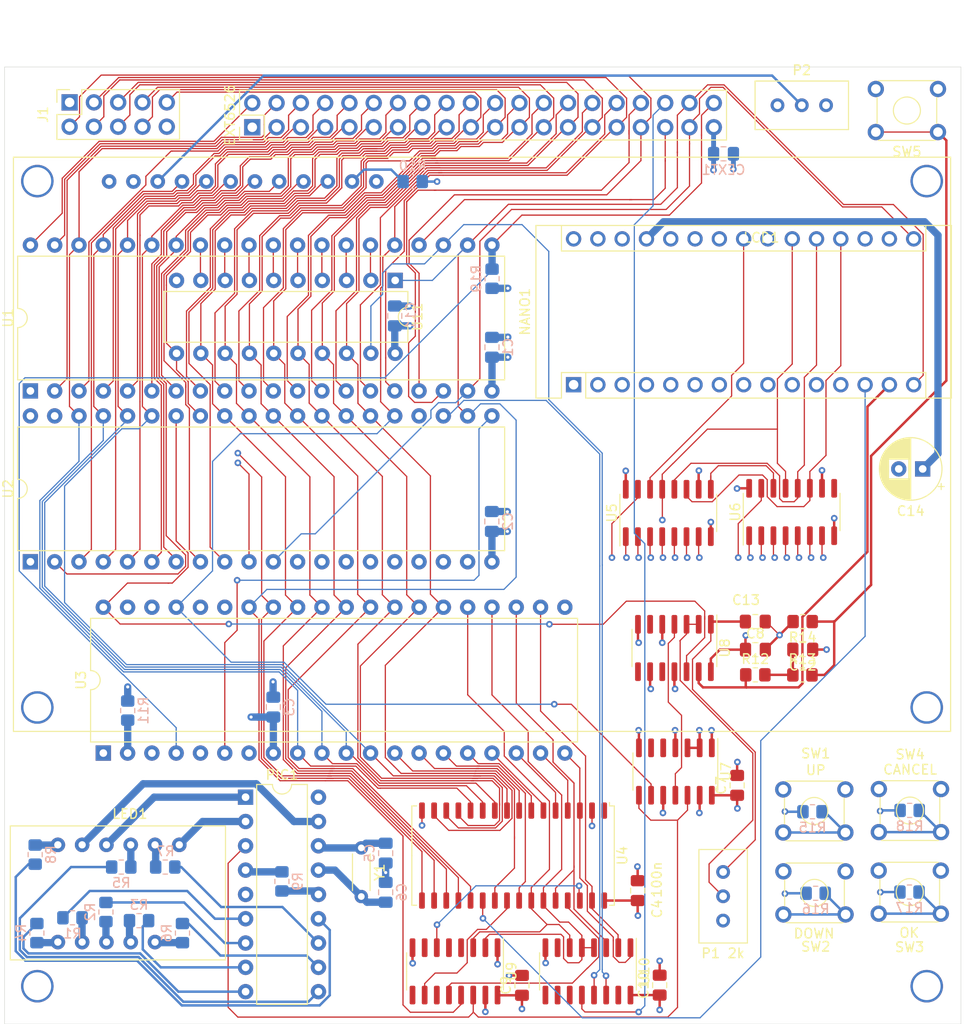
<source format=kicad_pcb>
(kicad_pcb (version 20201220) (generator pcbnew)
  (layers (0 "F.Cu" signal "Front") (1 "In1.Cu" signal) (2 "In2.Cu" signal) (31 "B.Cu" signal "Back") (34 "B.Paste" user) (35 "F.Paste" user) (36 "B.SilkS" user "B.Silkscreen") (37 "F.SilkS" user "F.Silkscreen") (38 "B.Mask" user) (39 "F.Mask" user) (44 "Edge.Cuts" user))
  (net 0 "")
  (net 1 "Net-(U2-Pad13)")
  (net 2 "Net-(U3-Pad7)")
  (net 3 "Net-(U3-Pad5)")
  (net 4 "Net-(U3-Pad3)")
  (net 5 "Net-(U3-Pad1)")
  (net 6 "Net-(U4-Pad1)")
  (net 7 "GND")
  (net 8 "/memory/~OE")
  (net 9 "/memory/~WE")
  (net 10 "/memory/RAMCE")
  (net 11 "VCC")
  (net 12 "Net-(U5-Pad9)")
  (net 13 "Net-(U6-Pad9)")
  (net 14 "Net-(U7-Pad11)")
  (net 15 "Net-(C13-Pad1)")
  (net 16 "Net-(LCD1-Pad3)")
  (net 17 "Net-(P1-Pad2)")
  (net 18 "Net-(P1-Pad3)")
  (net 19 "Net-(U3-Pad39)")
  (net 20 "Net-(U3-Pad35)")
  (net 21 "/clock/~PHI2")
  (net 22 "Net-(U9-Pad4)")
  (net 23 "Net-(U9-Pad5)")
  (net 24 "Net-(U9-Pad7)")
  (net 25 "Net-(U9-Pad9)")
  (net 26 "Net-(U9-Pad11)")
  (net 27 "Net-(U10-Pad7)")
  (net 28 "Net-(U10-Pad9)")
  (net 29 "Net-(U10-Pad10)")
  (net 30 "Net-(U10-Pad11)")
  (net 31 "/memory/~VIA")
  (net 32 "/memory/~CIA")
  (net 33 "Net-(U10-Pad15)")
  (net 34 "Net-(NANO1-Pad30)")
  (net 35 "Net-(NANO1-Pad28)")
  (net 36 "Net-(NANO1-Pad25)")
  (net 37 "Net-(NANO1-Pad24)")
  (net 38 "Net-(NANO1-Pad22)")
  (net 39 "Net-(NANO1-Pad3)")
  (net 40 "Net-(NANO1-Pad18)")
  (net 41 "Net-(NANO1-Pad2)")
  (net 42 "Net-(NANO1-Pad17)")
  (net 43 "Net-(NANO1-Pad1)")
  (net 44 "/bootstrap/RESET")
  (net 45 "Net-(R13-Pad2)")
  (net 46 "/peripherals/LCD_D7")
  (net 47 "/peripherals/LCD_D6")
  (net 48 "/peripherals/LCD_D5")
  (net 49 "/peripherals/LCD_D4")
  (net 50 "/peripherals/LCD_E")
  (net 51 "/peripherals/LCD_RW")
  (net 52 "/peripherals/LCD_RS")
  (net 53 "/bootstrap/BE")
  (net 54 "Net-(R11-Pad1)")
  (net 55 "/~IRQ")
  (net 56 "/~VIAIRQ")
  (net 57 "/~RES")
  (net 58 "/PHI2")
  (net 59 "/peripherals/PA0")
  (net 60 "/TODENABLE")
  (net 61 "/clockmeter/C1")
  (net 62 "/clockmeter/F")
  (net 63 "/clockmeter/G")
  (net 64 "/clockmeter/E")
  (net 65 "/clockmeter/D")
  (net 66 "/clockmeter/DP")
  (net 67 "/clockmeter/C")
  (net 68 "/clockmeter/B")
  (net 69 "/clockmeter/A")
  (net 70 "/clockmeter/C2")
  (net 71 "/clockmeter/C3")
  (net 72 "/~CE")
  (net 73 "/bootstrap/D7")
  (net 74 "/bootstrap/D6")
  (net 75 "/bootstrap/D5")
  (net 76 "/bootstrap/D4")
  (net 77 "/bootstrap/D3")
  (net 78 "/bootstrap/DS")
  (net 79 "/bootstrap/D2")
  (net 80 "/bootstrap/D1")
  (net 81 "/bootstrap/D0")
  (net 82 "/bootstrap/LATCH")
  (net 83 "/bootstrap/CLOCK")
  (net 84 "/io/VPB7")
  (net 85 "/io/VPB6")
  (net 86 "/io/VPB5")
  (net 87 "/bootstrap/A11")
  (net 88 "/bootstrap/A10")
  (net 89 "/bootstrap/A9")
  (net 90 "/bootstrap/A8")
  (net 91 "/bootstrap/A7")
  (net 92 "/bootstrap/A6")
  (net 93 "/bootstrap/A5")
  (net 94 "/bootstrap/A4")
  (net 95 "/bootstrap/A15")
  (net 96 "/bootstrap/A14")
  (net 97 "/bootstrap/A13")
  (net 98 "/bootstrap/A12")
  (net 99 "Net-(C5-Pad1)")
  (net 100 "Net-(C6-Pad1)")
  (net 101 "Net-(C12-Pad2)")
  (net 102 "Net-(PIC1-Pad10)")
  (net 103 "Net-(PIC1-Pad11)")
  (net 104 "Net-(PIC1-Pad12)")
  (net 105 "Net-(PIC1-Pad4)")
  (net 106 "Net-(PIC1-Pad13)")
  (net 107 "Net-(PIC1-Pad6)")
  (net 108 "Net-(PIC1-Pad7)")
  (net 109 "Net-(PIC1-Pad8)")
  (net 110 "Net-(PIC1-Pad9)")
  (net 111 "Net-(PIC1-Pad18)")
  (net 112 "/peripherals/SERCLK")
  (net 113 "/peripherals/SERDAT")
  (net 114 "/bootstrap/A0")
  (net 115 "/bootstrap/A1")
  (net 116 "/bootstrap/A2")
  (net 117 "/bootstrap/A3")
  (net 118 "/io/PB0")
  (net 119 "/io/PB1")
  (net 120 "/io/PB2")
  (net 121 "/io/PB3")
  (net 122 "/io/PB4")
  (net 123 "/io/PB5")
  (net 124 "/io/PB6")
  (net 125 "/io/PB7")
  (net 126 "/R~W")
  (net 127 "/TOD")
  (net 128 "/peripherals/~CIARES")
  (net 129 "/peripherals/DB0")
  (net 130 "/peripherals/DB1")
  (net 131 "/peripherals/DB2")
  (net 132 "/peripherals/DB3")
  (net 133 "/peripherals/DB4")
  (net 134 "/peripherals/DB5")
  (net 135 "/peripherals/DB6")
  (net 136 "/peripherals/DB7")
  (net 137 "/io/VPB4")
  (net 138 "Net-(U7-Pad6)")
  (net 139 "Net-(U7-Pad5)")
  (net 140 "Net-(U8-Pad10)")
  (net 141 "Net-(U8-Pad8)")
  (net 142 "Net-(U8-Pad6)")
  (net 143 "Net-(LCD1-Pad15)")
  (net 144 "/peripherals/PA7")
  (net 145 "/peripherals/PA6")
  (net 146 "/peripherals/PA5")
  (net 147 "/peripherals/PA4")
  (net 148 "/peripherals/PA3")
  (net 149 "/peripherals/PA2")
  (net 150 "/peripherals/PA1")
  (net 151 "/memory/~CIAEXT")
  (net 152 "Net-(U2-Pad40)")
  (net 153 "Net-(U2-Pad39)")
  (net 154 "Net-(U2-Pad19)")
  (net 155 "Net-(U2-Pad18)")
  (net 156 "/peripherals/~EXTFLAG")
  (net 157 "/peripherals/~EXTPC")
  (net 158 "Net-(U2-Pad12)")
  (footprint "Capacitor_SMD:C_0805_2012Metric_Pad1.18x1.45mm_HandSolder" (layer "F.Cu") (at 166.2 136.0625 90)
    (fp_text reference "C4")
    (fp_text value "100n")
  )
  (footprint "Capacitor_SMD:C_0805_2012Metric_Pad1.18x1.45mm_HandSolder" (layer "F.Cu") (at 176.6 125.0625 90)
    (fp_text reference "C7")
    (fp_text value "100n")
  )
  (footprint "Capacitor_SMD:C_0805_2012Metric_Pad1.18x1.45mm_HandSolder" (layer "F.Cu") (at 178.51 110.885)
    (fp_text reference "C8")
    (fp_text value "100n")
  )
  (footprint "Capacitor_SMD:C_0805_2012Metric_Pad1.18x1.45mm_HandSolder" (layer "F.Cu") (at 154.1 145.9625 90)
    (fp_text reference "C9")
    (fp_text value "100n")
  )
  (footprint "Capacitor_SMD:C_0805_2012Metric_Pad1.18x1.45mm_HandSolder" (layer "F.Cu") (at 183.4625 110.875 180)
    (fp_text reference "C12")
    (fp_text value "4,7u")
  )
  (footprint "Potentiometer_THT:Potentiometer_Bourns_3296W_Vertical" (layer "F.Cu") (at 185.9 54)
    (fp_text reference "P2")
    (fp_text value "5k")
  )
  (footprint "Resistor_SMD:R_0805_2012Metric_Pad1.20x1.40mm_HandSolder" (layer "F.Cu") (at 178.5 113.515)
    (fp_text reference "R12")
    (fp_text value "5,6k")
  )
  (footprint "Resistor_SMD:R_0805_2012Metric_Pad1.20x1.40mm_HandSolder" (layer "F.Cu") (at 183.425 113.525)
    (fp_text reference "R13")
    (fp_text value "27k")
  )
  (footprint "Resistor_SMD:R_0805_2012Metric_Pad1.20x1.40mm_HandSolder" (layer "F.Cu") (at 183.45 107.95 180)
    (fp_text reference "R14")
    (fp_text value "27k")
  )
  (footprint "sbc6526:SOJ-32_10.16x21.08mm_P1.27mm" (layer "F.Cu") (at 151.9 132.4 -90)
    (fp_text reference "U4")
    (fp_text value "IS61C1024AL-12KLI")
  )
  (footprint "Package_SO:SOIC-16_3.9x9.9mm_P1.27mm" (layer "F.Cu") (at 182.3 96.5 90)
    (fp_text reference "U6")
    (fp_text value "74HC595")
  )
  (footprint "Package_SO:SOIC-16_3.9x9.9mm_P1.27mm" (layer "F.Cu") (at 161 144.5 -90)
    (fp_text reference "U10")
    (fp_text value "74AC138")
  )
  (footprint "Module:Arduino_Nano" (layer "F.Cu") (at 159.5 83.2 90)
    (fp_text reference "NANO1")
    (fp_text value "Arduino_Nano_v2.x")
  )
  (footprint "Package_DIP:DIP-20_W7.62mm" (layer "F.Cu") (at 140.843 72.3 -90)
    (fp_text reference "U11")
    (fp_text value "74ACT245")
  )
  (footprint "Package_SO:SOIC-16_3.9x9.9mm_P1.27mm" (layer "F.Cu") (at 147.1 144.5 -90)
    (fp_text reference "U9")
    (fp_text value "74AC139")
  )
  (footprint "Package_SO:SOIC-14_3.9x8.7mm_P1.27mm" (layer "F.Cu") (at 170.14 123.62 -90)
    (fp_text reference "U7")
    (fp_text value "74AC74")
  )
  (footprint "Package_SO:SOIC-14_3.9x8.7mm_P1.27mm" (layer "F.Cu") (at 170.04 110.71 -90)
    (fp_text reference "U8")
    (fp_text value "74AC14")
  )
  (footprint "Potentiometer_THT:Potentiometer_Bourns_3296W_Vertical" (layer "F.Cu") (at 175.133 134.112 90)
    (fp_text reference "P1")
    (fp_text value "2k")
  )
  (footprint "Capacitor_THT:CP_Radial_D6.3mm_P2.50mm" (layer "F.Cu") (at 196 92 180)
    (fp_text reference "C14")
    (fp_text value "10u")
  )
  (footprint "Package_DIP:DIP-40_W15.24mm" (layer "F.Cu") (at 110.325 121.69 90)
    (fp_text reference "U3")
    (fp_text value "W65C02SxP")
  )
  (footprint "sbc6526:3digit-7segment3361" (layer "F.Cu") (at 100.6 129.3)
    (fp_text reference "LED1")
    (fp_text value "3361AS")
  )
  (footprint "Connector_PinSocket_2.54mm:PinSocket_2x05_P2.54mm_Vertical" (layer "F.Cu") (at 106.8 53.7 90)
    (fp_text reference "J1")
    (fp_text value "Conn_01x10_Female")
  )
  (footprint "Capacitor_SMD:C_0805_2012Metric_Pad1.18x1.45mm_HandSolder" (layer "F.Cu") (at 168.5 145.9375 90)
    (fp_text reference "C10")
    (fp_text value "100n")
  )
  (footprint "Resistor_THT:R_Axial_DIN0204_L3.6mm_D1.6mm_P5.08mm_Horizontal" (layer "F.Cu") (at 137.3 131.6 -90)
    (fp_text reference "Y1")
    (fp_text value "20M")
  )
  (footprint "Package_DIP:DIP-18_W7.62mm" (layer "F.Cu") (at 125.2 126.3)
    (fp_text reference "PIC1")
    (fp_text value "PIC16F628P")
  )
  (footprint "Capacitor_SMD:C_0805_2012Metric_Pad1.18x1.45mm_HandSolder" (layer "F.Cu") (at 178.5 107.95)
    (fp_text reference "C13")
    (fp_text value "470p")
  )
  (footprint "Connector_PinHeader_2.54mm:PinHeader_2x20_P2.54mm_Vertical" (layer "F.Cu") (at 125.9 56.3 90)
    (fp_text reference "EXT6526")
    (fp_text value "Conn_02x20_Counter_Clockwise")
  )
  (footprint "Package_DIP:DIP-40_W15.24mm" (layer "F.Cu") (at 102.7 101.7 90)
    (fp_text reference "U2")
    (fp_text value "W65C22SxP")
  )
  (footprint "sbc6526:SW_TH_Tactile_Omron_B3F-10xx" (layer "F.Cu") (at 181.42 125.49)
    (fp_text reference "SW1")
    (fp_text value "UP")
  )
  (footprint "sbc6526:SW_TH_Tactile_Omron_B3F-10xx" (layer "F.Cu") (at 181.44 134.05)
    (fp_text reference "SW2")
    (fp_text value "DOWN")
  )
  (footprint "sbc6526:SW_TH_Tactile_Omron_B3F-10xx" (layer "F.Cu") (at 191.4 133.97)
    (fp_text reference "SW3")
    (fp_text value "OK")
  )
  (footprint "sbc6526:SW_TH_Tactile_Omron_B3F-10xx" (layer "F.Cu") (at 191.42 125.45)
    (fp_text reference "SW4")
    (fp_text value "CANCEL")
  )
  (footprint "sbc6526:SW_TH_Tactile_Omron_B3F-10xx" (layer "F.Cu") (at 197.6 56.8 180)
    (fp_text reference "SW5")
    (fp_text value "RESET")
  )
  (footprint "sbc6526:HD44780_4x20" (layer "F.Cu") (at 149.925 89.425)
    (fp_text reference "LCD1")
    (fp_text value "NHD-0420H1Z")
  )
  (footprint "Package_DIP:DIP-40_W15.24mm" (layer "F.Cu") (at 102.7 83.85 90)
    (fp_text reference "U1")
    (fp_text value "6526")
  )
  (footprint "Package_SO:SOIC-16_3.9x9.9mm_P1.27mm" (layer "F.Cu") (at 169.4 96.6 90)
    (fp_text reference "U5")
    (fp_text value "74HC595")
  )
  (footprint "" (layer "F.Cu") (at 196.55 146.47)
    (fp_text reference "")
    (fp_text value "")
  )
  (footprint "" (layer "F.Cu") (at 103.52 146.28)
    (fp_text reference "")
    (fp_text value "")
  )
  (footprint "Capacitor_SMD:C_0805_2012Metric_Pad1.18x1.45mm_HandSolder" (layer "B.Cu") (at 150.9649 79.2867 90)
    (fp_text reference "C1")
    (fp_text value "100n")
  )
  (footprint "Capacitor_SMD:C_0805_2012Metric_Pad1.18x1.45mm_HandSolder" (layer "B.Cu") (at 128.1 116.8875 90)
    (fp_text reference "C3")
    (fp_text value "100n")
  )
  (footprint "Capacitor_SMD:C_0805_2012Metric_Pad1.18x1.45mm_HandSolder" (layer "B.Cu") (at 140.8 76.0125 90)
    (fp_text reference "C11")
    (fp_text value "100n")
  )
  (footprint "Resistor_SMD:R_0805_2012Metric_Pad1.20x1.40mm_HandSolder" (layer "B.Cu") (at 142.675 61.975 180)
    (fp_text reference "R10")
    (fp_text value "330")
  )
  (footprint "Resistor_SMD:R_0805_2012Metric_Pad1.20x1.40mm_HandSolder" (layer "B.Cu") (at 112.875 117.25 90)
    (fp_text reference "R11")
    (fp_text value "3.3K")
  )
  (footprint "Resistor_SMD:R_0805_2012Metric_Pad1.20x1.40mm_HandSolder" (layer "B.Cu") (at 184.48 127.82)
    (fp_text reference "R15")
    (fp_text value "3.3k")
  )
  (footprint "Resistor_SMD:R_0805_2012Metric_Pad1.20x1.40mm_HandSolder" (layer "B.Cu") (at 184.81 136.34)
    (fp_text reference "R16")
    (fp_text value "3.3k")
  )
  (footprint "Resistor_SMD:R_0805_2012Metric_Pad1.20x1.40mm_HandSolder" (layer "B.Cu") (at 194.62 136.21)
    (fp_text reference "R17")
    (fp_text value "3.3k")
  )
  (footprint "Resistor_SMD:R_0805_2012Metric_Pad1.20x1.40mm_HandSolder" (layer "B.Cu") (at 194.64 127.68)
    (fp_text reference "R18")
    (fp_text value "3.3k")
  )
  (footprint "Resistor_SMD:R_0805_2012Metric_Pad1.20x1.40mm_HandSolder" (layer "B.Cu") (at 150.975 72.125 -90)
    (fp_text reference "R19")
    (fp_text value "3.3K")
  )
  (footprint "Capacitor_SMD:C_0805_2012Metric_Pad1.18x1.45mm_HandSolder" (layer "B.Cu") (at 150.95 97.4875 90)
    (fp_text reference "C2")
    (fp_text value "100n")
  )
  (footprint "Capacitor_SMD:C_0805_2012Metric_Pad1.18x1.45mm_HandSolder" (layer "B.Cu") (at 139.85 136.2375 90)
    (fp_text reference "C6")
    (fp_text value "22p")
  )
  (footprint "Capacitor_SMD:C_0805_2012Metric_Pad1.18x1.45mm_HandSolder" (layer "B.Cu") (at 139.85 132.15 -90)
    (fp_text reference "C5")
    (fp_text value "22p")
  )
  (footprint "Resistor_SMD:R_0805_2012Metric_Pad1.20x1.40mm_HandSolder" (layer "B.Cu") (at 110.6 138.3 -90)
    (fp_text reference "R2")
    (fp_text value "1k")
  )
  (footprint "Resistor_SMD:R_0805_2012Metric_Pad1.20x1.40mm_HandSolder" (layer "B.Cu") (at 112.2 133.6)
    (fp_text reference "R5")
    (fp_text value "1k")
  )
  (footprint "Resistor_SMD:R_0805_2012Metric_Pad1.20x1.40mm_HandSolder" (layer "B.Cu") (at 107.1 138.9)
    (fp_text reference "R1")
    (fp_text value "1k")
  )
  (footprint "Resistor_SMD:R_0805_2012Metric_Pad1.20x1.40mm_HandSolder" (layer "B.Cu") (at 118.6 140.5 -90)
    (fp_text reference "R6")
    (fp_text value "1k")
  )
  (footprint "Resistor_SMD:R_0805_2012Metric_Pad1.20x1.40mm_HandSolder" (layer "B.Cu") (at 114.062 139.2 180)
    (fp_text reference "R3")
    (fp_text value "1k")
  )
  (footprint "Resistor_SMD:R_0805_2012Metric_Pad1.20x1.40mm_HandSolder" (layer "B.Cu") (at 116.8 133.6 180)
    (fp_text reference "R7")
    (fp_text value "1k")
  )
  (footprint "Resistor_SMD:R_0805_2012Metric_Pad1.20x1.40mm_HandSolder" (layer "B.Cu") (at 103.2 132.3 90)
    (fp_text reference "R8")
    (fp_text value "1k")
  )
  (footprint "Resistor_SMD:R_0805_2012Metric_Pad1.20x1.40mm_HandSolder" (layer "B.Cu") (at 129 135.1 90)
    (fp_text reference "R9")
    (fp_text value "10k")
  )
  (footprint "Resistor_SMD:R_0805_2012Metric_Pad1.20x1.40mm_HandSolder" (layer "B.Cu") (at 103.378 140.5 -90)
    (fp_text reference "R4")
    (fp_text value "1k")
  )
  (footprint "Capacitor_SMD:C_0805_2012Metric_Pad1.18x1.45mm_HandSolder" (layer "B.Cu") (at 175.175 59.075)
    (fp_text reference "CEXT1")
    (fp_text value "100n")
  )
  (gr_line (start 200 50) (end 100 50) (layer "Edge.Cuts") (width 0.05))
  (gr_line (start 100 150) (end 200 150) (layer "Edge.Cuts") (width 0.05))
  (gr_line (start 200 150) (end 200 50) (layer "Edge.Cuts") (width 0.05))
  (gr_line (start 100 50) (end 100 150) (layer "Edge.Cuts") (width 0.05))
  (segment (start 181.0375 109.3625) (end 182.45 107.95) (width 0.254) (layer "F.Cu") (net 7))
  (segment (start 151.545 142.025) (end 151.545 143.745) (width 0.254) (layer "F.Cu") (net 7))
  (segment (start 186.745 97.155) (end 186.75 97.15) (width 0.254) (layer "F.Cu") (net 7))
  (segment (start 179.625 107.95) (end 181.0375 109.3625) (width 0.127) (layer "F.Cu") (net 7))
  (segment (start 166.2 133.575) (end 166.175 133.55) (width 0.254) (layer "F.Cu") (net 7))
  (segment (start 176.6 124.025) (end 176.6 122.65) (width 0.254) (layer "F.Cu") (net 7))
  (segment (start 166.2 135.025) (end 166.2 133.575) (width 0.254) (layer "F.Cu") (net 7))
  (segment (start 186.745 98.975) (end 186.745 97.155) (width 0.254) (layer "F.Cu") (net 7))
  (segment (start 143.645 127.7) (end 143.645 129.245) (width 0.127) (layer "F.Cu") (net 7))
  (segment (start 154.1 144.925) (end 152.775 144.925) (width 0.254) (layer "F.Cu") (net 7))
  (segment (start 142.655 143.63) (end 142.675 143.65) (width 0.254) (layer "F.Cu") (net 7))
  (segment (start 173.845 99.075) (end 173.845 97.555) (width 0.254) (layer "F.Cu") (net 7))
  (segment (start 161.425 127.7) (end 161.425 129.3) (width 0.127) (layer "F.Cu") (net 7))
  (segment (start 172.68 119.335) (end 172.65 119.305) (width 0.254) (layer "F.Cu") (net 7))
  (segment (start 143.645 129.245) (end 143.65 129.25) (width 0.127) (layer "F.Cu") (net 7))
  (segment (start 168.77 108.235) (end 168.77 110.16) (width 0.254) (layer "F.Cu") (net 7))
  (segment (start 170.04 113.185) (end 170.04 114.917) (width 0.254) (layer "F.Cu") (net 7))
  (segment (start 151.545 143.745) (end 151.55 143.75) (width 0.254) (layer "F.Cu") (net 7))
  (segment (start 156.555 142.025) (end 156.555 143.605) (width 0.254) (layer "F.Cu") (net 7))
  (segment (start 156.555 143.605) (end 156.575 143.625) (width 0.254) (layer "F.Cu") (net 7))
  (segment (start 179.5475 110.885) (end 179.5475 110.8525) (width 0.254) (layer "F.Cu") (net 7))
  (segment (start 152.775 144.925) (end 152.75 144.95) (width 0.254) (layer "F.Cu") (net 7))
  (segment (start 170.04 114.917) (end 170.11 114.987) (width 0.254) (layer "F.Cu") (net 7))
  (segment (start 173.845 97.555) (end 173.85 97.55) (width 0.254) (layer "F.Cu") (net 7))
  (segment (start 142.655 142.025) (end 142.655 143.63) (width 0.254) (layer "F.Cu") (net 7))
  (segment (start 167.5 113.185) (end 167.5 114.917) (width 0.254) (layer "F.Cu") (net 7))
  (segment (start 167.5 114.917) (end 167.57 114.987) (width 0.254) (layer "F.Cu") (net 7))
  (segment (start 179.5375 107.95) (end 179.625 107.95) (width 0.127) (layer "F.Cu") (net 7))
  (segment (start 166.23 110.091) (end 166.3 110.161) (width 0.254) (layer "F.Cu") (net 7))
  (segment (start 171.41 121.145) (end 172.68 121.145) (width 0.254) (layer "F.Cu") (net 7))
  (segment (start 168.5 144.9) (end 168.5 143.4) (width 0.254) (layer "F.Cu") (net 7))
  (segment (start 166.33 119.335) (end 166.3 119.305) (width 0.254) (layer "F.Cu") (net 7))
  (segment (start 176.6 122.65) (end 176.625 122.625) (width 0.254) (layer "F.Cu") (net 7))
  (segment (start 166.33 121.145) (end 166.33 119.335) (width 0.254) (layer "F.Cu") (net 7))
  (segment (start 166.23 108.235) (end 166.23 110.091) (width 0.254) (layer "F.Cu") (net 7))
  (segment (start 179.5475 110.8525) (end 181.0375 109.3625) (width 0.254) (layer "F.Cu") (net 7))
  (segment (start 150.275 146.975) (end 150.275 148.725) (width 0.254) (layer "F.Cu") (net 7))
  (segment (start 172.68 121.145) (end 172.68 119.335) (width 0.254) (layer "F.Cu") (net 7))
  (via (at 170.11 114.987) (size 0.6858) (drill 0.3302) (layers "F.Cu" "B.Cu") (net 7))
  (via (at 173.85 97.55) (size 0.6858) (drill 0.3302) (layers "F.Cu" "B.Cu") (net 7))
  (via (at 139.85 134.175) (size 0.6858) (drill 0.3302) (layers "F.Cu" "B.Cu") (net 7))
  (via (at 151.55 143.75) (size 0.6858) (drill 0.3302) (layers "F.Cu" "B.Cu") (net 7))
  (via (at 166.3 110.161) (size 0.6858) (drill 0.3302) (layers "F.Cu" "B.Cu") (net 7))
  (via (at 166.175 133.55) (size 0.6858) (drill 0.3302) (layers "F.Cu" "B.Cu") (net 7))
  (via (at 186.75 97.15) (size 0.6858) (drill 0.3302) (layers "F.Cu" "B.Cu") (net 7))
  (via (at 150.275 148.725) (size 0.6858) (drill 0.3302) (layers "F.Cu" "B.Cu") (net 7))
  (via (at 152.75 144.95) (size 0.6858) (drill 0.3302) (layers "F.Cu" "B.Cu") (net 7))
  (via (at 142.325 74.975) (size 0.6858) (drill 0.3302) (layers "F.Cu" "B.Cu") (net 7))
  (via (at 143.65 129.25) (size 0.6858) (drill 0.3302) (layers "F.Cu" "B.Cu") (net 7))
  (via (at 166.3 119.305) (size 0.6858) (drill 0.3302) (layers "F.Cu" "B.Cu") (net 7))
  (via (at 168.5 143.4) (size 0.6858) (drill 0.3302) (layers "F.Cu" "B.Cu") (net 7))
  (via (at 128.075 114.25) (size 0.6858) (drill 0.3302) (layers "F.Cu" "B.Cu") (net 7))
  (via (at 156.575 143.625) (size 0.6858) (drill 0.3302) (layers "F.Cu" "B.Cu") (net 7))
  (via (at 161.425 129.3) (size 0.6858) (drill 0.3302) (layers "F.Cu" "B.Cu") (net 7))
  (via (at 152.625 78.225) (size 0.6858) (drill 0.3302) (layers "F.Cu" "B.Cu") (net 7))
  (via (at 172.65 119.305) (size 0.6858) (drill 0.3302) (layers "F.Cu" "B.Cu") (net 7))
  (via (at 167.57 114.987) (size 0.6858) (drill 0.3302) (layers "F.Cu" "B.Cu") (net 7))
  (via (at 176.625 122.625) (size 0.6858) (drill 0.3302) (layers "F.Cu" "B.Cu") (net 7))
  (via (at 168.77 110.16) (size 0.6858) (drill 0.3302) (layers "F.Cu" "B.Cu") (net 7))
  (via (at 152.575 96.475) (size 0.6858) (drill 0.3302) (layers "F.Cu" "B.Cu") (net 7))
  (via (at 181.0375 109.3625) (size 0.6858) (drill 0.3302) (layers "F.Cu" "B.Cu") (net 7))
  (via (at 142.675 143.65) (size 0.6858) (drill 0.3302) (layers "F.Cu" "B.Cu") (net 7))
  (via (at 176.2 60.675) (size 0.6858) (drill 0.3302) (layers "F.Cu" "B.Cu") (net 7))
  (segment (start 139.85 134.175) (end 139.85 135.2) (width 0.762) (layer "B.Cu") (net 7))
  (segment (start 176.2125 59.075) (end 176.2125 60.6625) (width 0.508) (layer "B.Cu") (net 7))
  (segment (start 128.075 114.25) (end 128.075 115.825) (width 0.762) (layer "B.Cu") (net 7))
  (segment (start 140.8 74.975) (end 142.325 74.975) (width 0.762) (layer "B.Cu") (net 7))
  (segment (start 139.85 133.1875) (end 139.85 134.175) (width 0.762) (layer "B.Cu") (net 7))
  (segment (start 150.9649 78.2492) (end 152.6008 78.2492) (width 0.762) (layer "B.Cu") (net 7))
  (segment (start 128.075 115.825) (end 128.1 115.85) (width 0.762) (layer "B.Cu") (net 7))
  (segment (start 152.6008 78.2492) (end 152.625 78.225) (width 0.762) (layer "B.Cu") (net 7))
  (segment (start 152.55 96.45) (end 152.575 96.475) (width 0.762) (layer "B.Cu") (net 7))
  (segment (start 150.95 96.45) (end 152.55 96.45) (width 0.762) (layer "B.Cu") (net 7))
  (segment (start 176.2125 60.6625) (end 176.2 60.675) (width 0.508) (layer "B.Cu") (net 7))
  (segment (start 152.535 137.95) (end 150.36802 140.11698) (width 0.127) (layer "F.Cu") (net 8))
  (segment (start 148.375 143.6) (end 147.3 144.675) (width 0.127) (layer "F.Cu") (net 8))
  (segment (start 143.925 145.775) (end 143.925 146.975) (width 0.127) (layer "F.Cu") (net 8))
  (segment (start 145.025 144.675) (end 143.925 145.775) (width 0.127) (layer "F.Cu") (net 8))
  (segment (start 149.456464 140.11698) (end 148.375 141.198444) (width 0.127) (layer "F.Cu") (net 8))
  (segment (start 150.36802 140.11698) (end 149.456464 140.11698) (width 0.127) (layer "F.Cu") (net 8))
  (segment (start 148.375 141.198444) (end 148.375 143.6) (width 0.127) (layer "F.Cu") (net 8))
  (segment (start 147.3 144.675) (end 145.025 144.675) (width 0.127) (layer "F.Cu") (net 8))
  (segment (start 152.535 137.1) (end 152.535 137.95) (width 0.127) (layer "F.Cu") (net 8))
  (segment (start 160.954222 144.145778) (end 159.375 145.725) (width 0.127) (layer "F.Cu") (net 9))
  (segment (start 158.951556 137.885) (end 162.12551 141.058954) (width 0.127) (layer "F.Cu") (net 9))
  (segment (start 146.74 145.725) (end 146.465 146) (width 0.127) (layer "F.Cu") (net 9))
  (segment (start 146.465 146) (end 146.465 146.975) (width 0.127) (layer "F.Cu") (net 9))
  (segment (start 160.970778 144.145778) (end 160.954222 144.145778) (width 0.127) (layer "F.Cu") (net 9))
  (segment (start 159.375 145.725) (end 146.74 145.725) (width 0.127) (layer "F.Cu") (net 9))
  (segment (start 162.12551 141.058954) (end 162.12551 142.991046) (width 0.127) (layer "F.Cu") (net 9))
  (segment (start 158.885 137.1) (end 158.885 137.885) (width 0.127) (layer "F.Cu") (net 9))
  (segment (start 162.12551 142.991046) (end 160.970778 144.145778) (width 0.127) (layer "F.Cu") (net 9))
  (segment (start 158.885 137.885) (end 158.951556 137.885) (width 0.127) (layer "F.Cu") (net 9))
  (segment (start 160.970778 144.145778) (end 160.916556 144.2) (width 0.127) (layer "F.Cu") (net 9))
  (segment (start 145.195 139.648) (end 145.218 139.625) (width 0.127) (layer "F.Cu") (net 10))
  (segment (start 160.073195 137.018195) (end 160.155 137.1) (width 0.127) (layer "F.Cu") (net 10))
  (segment (start 145.195 142.025) (end 145.195 139.648) (width 0.127) (layer "F.Cu") (net 10))
  (segment (start 160.073195 135.561) (end 160.073195 137.018195) (width 0.127) (layer "F.Cu") (net 10))
  (via (at 160.073195 135.561) (size 0.6858) (drill 0.3302) (layers "F.Cu" "B.Cu") (net 10))
  (via (at 145.218 139.625) (size 0.6858) (drill 0.3302) (layers "F.Cu" "B.Cu") (net 10))
  (segment (start 145.218 139.625) (end 149.282 135.561) (width 0.127) (layer "B.Cu") (net 10))
  (segment (start 149.282 135.561) (end 160.073195 135.561) (width 0.127) (layer "B.Cu") (net 10))
  (segment (start 154.1 147) (end 154.1 148.425) (width 0.254) (layer "F.Cu") (net 11))
  (segment (start 176.6 126.1) (end 173.955 126.1) (width 0.254) (layer "F.Cu") (net 11))
  (segment (start 170.14 121.145) (end 170.14 119.335) (width 0.254) (layer "F.Cu") (net 11))
  (segment (start 174.79 110.885) (end 173.85 111.825) (width 0.254) (layer "F.Cu") (net 11))
  (segment (start 168.87 126.095) (end 168.87 127.911) (width 0.254) (layer "F.Cu") (net 11))
  (segment (start 176.610044 94.025) (end 176.58709 94.047954) (width 0.254) (layer "F.Cu") (net 11))
  (segment (start 168.5 146.975) (end 165.445 146.975) (width 0.254) (layer "F.Cu") (net 11))
  (segment (start 184.5 110.875) (end 185.95 110.875) (width 0.254) (layer "F.Cu") (net 11))
  (segment (start 166.2 137.1) (end 162.695 137.1) (width 0.254) (layer "F.Cu") (net 11))
  (segment (start 172.575 94.125) (end 172.575 92.2) (width 0.254) (layer "F.Cu") (net 11))
  (segment (start 176.6 126.1) (end 176.6 127.45) (width 0.254) (layer "F.Cu") (net 11))
  (segment (start 172.575 92.2) (end 172.6 92.175) (width 0.254) (layer "F.Cu") (net 11))
  (segment (start 172.68 127.911) (end 172.65 127.941) (width 0.254) (layer "F.Cu") (net 11))
  (segment (start 176.6 127.45) (end 176.625 127.475) (width 0.254) (layer "F.Cu") (net 11))
  (segment (start 173.85 111.825) (end 173.85 113.185) (width 0.254) (layer "F.Cu") (net 11))
  (segment (start 170.14 119.335) (end 170.11 119.305) (width 0.254) (layer "F.Cu") (net 11))
  (segment (start 177.4725 110.885) (end 177.4725 109.4275) (width 0.254) (layer "F.Cu") (net 11))
  (segment (start 172.68 126.095) (end 172.68 127.911) (width 0.254) (layer "F.Cu") (net 11))
  (segment (start 173.95 121.145) (end 173.95 119.335) (width 0.254) (layer "F.Cu") (net 11))
  (segment (start 177.4725 109.4275) (end 177.5 109.4) (width 0.254) (layer "F.Cu") (net 11))
  (segment (start 185.475 94.025) (end 185.475 92.15) (width 0.254) (layer "F.Cu") (net 11))
  (segment (start 166.2 137.1) (end 166.2 138.65) (width 0.254) (layer "F.Cu") (net 11))
  (segment (start 168.87 127.911) (end 168.84 127.941) (width 0.254) (layer "F.Cu") (net 11))
  (segment (start 164.955 94.125) (end 164.955 92.205) (width 0.254) (layer "F.Cu") (net 11))
  (segment (start 166.2 138.65) (end 166.225 138.675) (width 0.254) (layer "F.Cu") (net 11))
  (segment (start 173.955 126.1) (end 173.95 126.095) (width 0.254) (layer "F.Cu") (net 11))
  (segment (start 177.855 94.025) (end 176.610044 94.025) (width 0.254) (layer "F.Cu") (net 11))
  (segment (start 174.025 113.36) (end 173.85 113.185) (width 0.254) (layer "F.Cu") (net 11))
  (segment (start 168.5 146.975) (end 168.5 148.525) (width 0.254) (layer "F.Cu") (net 11))
  (segment (start 173.95 119.335) (end 173.92 119.305) (width 0.254) (layer "F.Cu") (net 11))
  (segment (start 177.4725 110.885) (end 174.79 110.885) (width 0.254) (layer "F.Cu") (net 11))
  (segment (start 151.57 147) (end 151.545 146.975) (width 0.254) (layer "F.Cu") (net 11))
  (segment (start 164.955 92.205) (end 164.95 92.2) (width 0.254) (layer "F.Cu") (net 11))
  (segment (start 154.1 147) (end 151.57 147) (width 0.254) (layer "F.Cu") (net 11))
  (via (at 142.375 77.05) (size 0.6858) (drill 0.3302) (layers "F.Cu" "B.Cu") (net 11))
  (via (at 170.11 119.305) (size 0.6858) (drill 0.3302) (layers "F.Cu" "B.Cu") (net 11))
  (via (at 172.6 92.175) (size 0.6858) (drill 0.3302) (layers "F.Cu" "B.Cu") (net 11))
  (via (at 152.625 80.325) (size 0.6858) (drill 0.3302) (layers "F.Cu" "B.Cu") (net 11))
  (via (at 181.6 136.375) (size 0.6858) (drill 0.3302) (layers "F.Cu" "B.Cu") (net 11))
  (via (at 173.92 119.305) (size 0.6858) (drill 0.3302) (layers "F.Cu" "B.Cu") (net 11))
  (via (at 168.5 148.525) (size 0.6858) (drill 0.3302) (layers "F.Cu" "B.Cu") (net 11))
  (via (at 191.55 127.75) (size 0.6858) (drill 0.3302) (layers "F.Cu" "B.Cu") (net 11))
  (via (at 191.575 136.225) (size 0.6858) (drill 0.3302) (layers "F.Cu" "B.Cu") (net 11))
  (via (at 125.775 117.925) (size 0.6858) (drill 0.3302) (layers "F.Cu" "B.Cu") (net 11))
  (via (at 177.5 109.4) (size 0.6858) (drill 0.3302) (layers "F.Cu" "B.Cu") (net 11))
  (via (at 174.125 60.775) (size 0.6858) (drill 0.3302) (layers "F.Cu" "B.Cu") (net 11))
  (via (at 154.1 148.425) (size 0.6858) (drill 0.3302) (layers "F.Cu" "B.Cu") (net 11))
  (via (at 168.84 127.941) (size 0.6858) (drill 0.3302) (layers "F.Cu" "B.Cu") (net 11))
  (via (at 185.475 92.15) (size 0.6858) (drill 0.3302) (layers "F.Cu" "B.Cu") (net 11))
  (via (at 185.95 110.875) (size 0.6858) (drill 0.3302) (layers "F.Cu" "B.Cu") (net 11))
  (via (at 176.625 127.475) (size 0.6858) (drill 0.3302) (layers "F.Cu" "B.Cu") (net 11))
  (via (at 166.225 138.675) (size 0.6858) (drill 0.3302) (layers "F.Cu" "B.Cu") (net 11))
  (via (at 152.575 98.525) (size 0.6858) (drill 0.3302) (layers "F.Cu" "B.Cu") (net 11))
  (via (at 145.225 61.975) (size 0.6858) (drill 0.3302) (layers "F.Cu" "B.Cu") (net 11))
  (via (at 176.58709 94.047954) (size 0.6858) (drill 0.3302) (layers "F.Cu" "B.Cu") (net 11))
  (via (at 164.95 92.2) (size 0.6858) (drill 0.3302) (layers "F.Cu" "B.Cu") (net 11))
  (via (at 172.65 127.941) (size 0.6858) (drill 0.3302) (layers "F.Cu" "B.Cu") (net 11))
  (via (at 181.6 127.8) (size 0.6858) (drill 0.3302) (layers "F.Cu" "B.Cu") (net 11))
  (via (at 152.625 73.125) (size 0.6858) (drill 0.3302) (layers "F.Cu" "B.Cu") (net 11))
  (via (at 112.875 114.775) (size 0.6858) (drill 0.3302) (layers "F.Cu" "B.Cu") (net 11))
  (segment (start 143.675 61.975) (end 145.225 61.975) (width 0.254) (layer "B.Cu") (net 11))
  (segment (start 128.105 117.93) (end 128.1 117.925) (width 0.762) (layer "B.Cu") (net 11))
  (segment (start 150.9649 80.3242) (end 152.6242 80.3242) (width 0.762) (layer "B.Cu") (net 11))
  (segment (start 152.6242 80.3242) (end 152.625 80.325) (width 0.762) (layer "B.Cu") (net 11))
  (segment (start 197.6 67.575) (end 197.6 90.4) (width 0.762) (layer "B.Cu") (net 11))
  (segment (start 128.105 121.69) (end 128.105 117.93) (width 0.762) (layer "B.Cu") (net 11))
  (segment (start 125.775 117.925) (end 126.5 117.925) (width 0.762) (layer "B.Cu") (net 11))
  (segment (start 140.8 79.877) (end 140.843 79.92) (width 0.762) (layer "B.Cu") (net 11))
  (segment (start 126.5 117.925) (end 128.1 117.925) (width 0.762) (layer "B.Cu") (net 11))
  (segment (start 181.62 127.82) (end 181.6 127.8) (width 0.254) (layer "B.Cu") (net 11))
  (segment (start 150.9649 83.8451) (end 150.96 83.85) (width 0.762) (layer "B.Cu") (net 11))
  (segment (start 140.8 77.05) (end 140.8 79.877) (width 0.762) (layer "B.Cu") (net 11))
  (segment (start 140.8 77.05) (end 142.375 77.05) (width 0.762) (layer "B.Cu") (net 11))
  (segment (start 167.12 67.96) (end 168.905 66.175) (width 0.762) (layer "B.Cu") (net 11))
  (segment (start 150.975 73.125) (end 152.625 73.125) (width 0.762) (layer "B.Cu") (net 11))
  (segment (start 181.635 136.34) (end 181.6 136.375) (width 0.254) (layer "B.Cu") (net 11))
  (segment (start 150.95 98.525) (end 152.575 98.525) (width 0.762) (layer "B.Cu") (net 11))
  (segment (start 150.9649 80.3242) (end 150.9649 83.8451) (width 0.762) (layer "B.Cu") (net 11))
  (segment (start 183.48 127.82) (end 181.62 127.82) (width 0.254) (layer "B.Cu") (net 11))
  (segment (start 174.1375 60.7625) (end 174.125 60.775) (width 0.508) (layer "B.Cu") (net 11))
  (segment (start 191.62 127.68) (end 191.55 127.75) (width 0.254) (layer "B.Cu") (net 11))
  (segment (start 174.1375 59.075) (end 174.1375 60.7625) (width 0.508) (layer "B.Cu") (net 11))
  (segment (start 193.62 136.21) (end 191.59 136.21) (width 0.254) (layer "B.Cu") (net 11))
  (segment (start 129 136.1) (end 132.46 136.1) (width 0.762) (layer "B.Cu") (net 11))
  (segment (start 150.96 98.535) (end 150.95 98.525) (width 0.762) (layer "B.Cu") (net 11))
  (segment (start 174.1375 56.3225) (end 174.16 56.3) (width 0.508) (layer "B.Cu") (net 11))
  (segment (start 112.875 116.25) (end 112.875 114.775) (width 0.762) (layer "B.Cu") (net 11))
  (segment (start 191.59 136.21) (end 191.575 136.225) (width 0.254) (layer "B.Cu") (net 11))
  (segment (start 174.1375 59.075) (end 174.1375 56.3225) (width 0.508) (layer "B.Cu") (net 11))
  (segment (start 196.2 66.175) (end 197.6 67.575) (width 0.762) (layer "B.Cu") (net 11))
  (segment (start 132.46 136.1) (end 132.82 136.46) (width 0.762) (layer "B.Cu") (net 11))
  (segment (start 183.81 136.34) (end 181.635 136.34) (width 0.254) (layer "B.Cu") (net 11))
  (segment (start 197.6 90.4) (end 196 92) (width 0.762) (layer "B.Cu") (net 11))
  (segment (start 193.64 127.68) (end 191.62 127.68) (width 0.254) (layer "B.Cu") (net 11))
  (segment (start 168.905 66.175) (end 196.2 66.175) (width 0.762) (layer "B.Cu") (net 11))
  (segment (start 150.96 101.7) (end 150.96 98.535) (width 0.762) (layer "B.Cu") (net 11))
  (segment (start 179.632374 91.664511) (end 180.395 92.427137) (width 0.127) (layer "F.Cu") (net 12))
  (segment (start 173.845 92.456) (end 174.636489 91.664511) (width 0.127) (layer "F.Cu") (net 12))
  (segment (start 174.636489 91.664511) (end 179.632374 91.664511) (width 0.127) (layer "F.Cu") (net 12))
  (segment (start 173.845 94.125) (end 173.845 92.71) (width 0.127) (layer "F.Cu") (net 12))
  (segment (start 180.395 92.427137) (end 180.395 94.025) (width 0.127) (layer "F.Cu") (net 12))
  (segment (start 173.845 94.125) (end 173.845 92.456) (width 0.127) (layer "F.Cu") (net 12))
  (segment (start 170.14 123.847) (end 170.789162 123.197838) (width 0.127) (layer "F.Cu") (net 14))
  (segment (start 170.789162 123.197838) (end 170.789162 117.754487) (width 0.127) (layer "F.Cu") (net 14))
  (segment (start 170.04 109.593722) (end 170.04 108.235) (width 0.127) (layer "F.Cu") (net 14))
  (segment (start 169.402763 110.230959) (end 170.04 109.593722) (width 0.127) (layer "F.Cu") (net 14))
  (segment (start 170.14 126.095) (end 170.14 123.847) (width 0.127) (layer "F.Cu") (net 14))
  (segment (start 169.402763 116.368088) (end 169.402763 110.230959) (width 0.127) (layer "F.Cu") (net 14))
  (segment (start 170.789162 117.754487) (end 169.402763 116.368088) (width 0.127) (layer "F.Cu") (net 14))
  (segment (start 171.935863 115.034863) (end 171.935863 111.891137) (width 0.127) (layer "F.Cu") (net 15))
  (segment (start 173.8374 108.2224) (end 173.85 108.235) (width 0.254) (layer "F.Cu") (net 15))
  (segment (start 175.133 134.112) (end 178.492 130.753) (width 0.127) (layer "F.Cu") (net 15))
  (segment (start 171.935863 111.891137) (end 173.85 109.977) (width 0.127) (layer "F.Cu") (net 15))
  (segment (start 173.85 109.977) (end 173.85 108.235) (width 0.127) (layer "F.Cu") (net 15))
  (segment (start 177.4625 107.95) (end 174.135 107.95) (width 0.254) (layer "F.Cu") (net 15))
  (segment (start 178.492 130.753) (end 178.492 121.591) (width 0.127) (layer "F.Cu") (net 15))
  (segment (start 174.135 107.95) (end 173.85 108.235) (width 0.254) (layer "F.Cu") (net 15))
  (segment (start 178.492 121.591) (end 171.935863 115.034863) (width 0.127) (layer "F.Cu") (net 15))
  (segment (start 183.36 54) (end 180.26 50.9) (width 0.254) (layer "B.Cu") (net 16))
  (segment (start 127.08 50.9) (end 116.015 61.965) (width 0.254) (layer "B.Cu") (net 16))
  (segment (start 180.26 50.9) (end 127.08 50.9) (width 0.254) (layer "B.Cu") (net 16))
  (segment (start 171.31 108.235) (end 172.58 108.235) (width 0.127) (layer "F.Cu") (net 17))
  (segment (start 170.643401 109.988425) (end 170.643401 114.101625) (width 0.127) (layer "F.Cu") (net 17))
  (segment (start 178.23799 121.696214) (end 178.23799 128.70301) (width 0.127) (layer "F.Cu") (net 17))
  (segment (start 170.61093 109.955954) (end 170.643401 109.988425) (width 0.127) (layer "F.Cu") (net 17))
  (segment (start 173.666 135.185) (end 175.133 136.652) (width 0.127) (layer "F.Cu") (net 17))
  (segment (start 178.23799 128.70301) (end 173.666 133.275) (width 0.127) (layer "F.Cu") (net 17))
  (segment (start 171.31 108.235) (end 171.31 109.256884) (width 0.127) (layer "F.Cu") (net 17))
  (segment (start 171.31 109.256884) (end 170.61093 109.955954) (width 0.127) (layer "F.Cu") (net 17))
  (segment (start 173.666 133.275) (end 173.666 135.185) (width 0.127) (layer "F.Cu") (net 17))
  (segment (start 170.643401 114.101625) (end 178.23799 121.696214) (width 0.127) (layer "F.Cu") (net 17))
  (segment (start 149.005 148.746) (end 149.005 146.975) (width 0.127) (layer "F.Cu") (net 21))
  (segment (start 148.52 149.277) (end 124.39 149.277) (width 0.127) (layer "F.Cu") (net 21))
  (segment (start 167.57 128.703) (end 170.364 128.703) (width 0.127) (layer "F.Cu") (net 21))
  (segment (start 171.41 127.657) (end 171.41 126.095) (width 0.127) (layer "F.Cu") (net 21))
  (segment (start 170.364 128.703) (end 170.364 148.261) (width 0.127) (layer "F.Cu") (net 21))
  (segment (start 170.364 128.703) (end 171.41 127.657) (width 0.127) (layer "F.Cu") (net 21))
  (segment (start 166.33 126.095) (end 166.33 127.463) (width 0.127) (layer "F.Cu") (net 21))
  (segment (start 149.536 149.277) (end 149.005 148.746) (width 0.127) (layer "F.Cu") (net 21))
  (segment (start 149.005 148.746) (end 149.005 148.792) (width 0.127) (layer "F.Cu") (net 21))
  (segment (start 123.374 133.206) (end 125.2 131.38) (width 0.127) (layer "F.Cu") (net 21))
  (segment (start 124.39 149.277) (end 123.374 148.261) (width 0.127) (layer "F.Cu") (net 21))
  (segment (start 123.374 148.261) (end 123.374 133.206) (width 0.127) (layer "F.Cu") (net 21))
  (segment (start 170.364 148.261) (end 169.348 149.277) (width 0.127) (layer "F.Cu") (net 21))
  (segment (start 166.33 127.463) (end 167.57 128.703) (width 0.127) (layer "F.Cu") (net 21))
  (segment (start 169.348 149.277) (end 149.536 149.277) (width 0.127) (layer "F.Cu") (net 21))
  (segment (start 149.005 148.792) (end 148.52 149.277) (width 0.127) (layer "F.Cu") (net 21))
  (segment (start 161.6454 144.907062) (end 161.6454 146.9646) (width 0.127) (layer "F.Cu") (net 31))
  (segment (start 161.6454 146.9646) (end 161.635 146.975) (width 0.127) (layer "F.Cu") (net 31))
  (via (at 161.6454 144.907062) (size 0.6858) (drill 0.3302) (layers "F.Cu" "B.Cu") (net 31))
  (segment (start 162.136231 144.416231) (end 161.6454 144.907062) (width 0.127) (layer "B.Cu") (net 31))
  (segment (start 148.019892 84.840501) (end 156.64799 84.840501) (width 0.127) (layer "B.Cu") (net 31))
  (segment (start 146.400393 86.46) (end 148.019892 84.840501) (width 0.127) (layer "B.Cu") (net 31))
  (segment (start 156.647991 84.866215) (end 162.23599 90.454214) (width 0.127) (layer "B.Cu") (net 31))
  (segment (start 156.64799 84.840501) (end 156.647991 84.866215) (width 0.127) (layer "B.Cu") (net 31))
  (segment (start 162.235991 102.138215) (end 162.235991 144.316471) (width 0.127) (layer "B.Cu") (net 31))
  (segment (start 162.23599 90.454214) (end 162.235991 102.138215) (width 0.127) (layer "B.Cu") (net 31))
  (segment (start 162.235991 144.316471) (end 162.136231 144.416231) (width 0.127) (layer "B.Cu") (net 31))
  (segment (start 145.88 86.46) (end 146.400393 86.46) (width 0.127) (layer "B.Cu") (net 31))
  (segment (start 162.235991 102.138215) (end 162.24 102.142224) (width 0.127) (layer "B.Cu") (net 31))
  (segment (start 162.89 144.96) (end 162.89 146.96) (width 0.127) (layer "F.Cu") (net 32))
  (segment (start 162.89 146.96) (end 162.905 146.975) (width 0.127) (layer "F.Cu") (net 32))
  (via (at 162.89 144.96) (size 0.6858) (drill 0.3302) (layers "F.Cu" "B.Cu") (net 32))
  (segment (start 162.494009 102.037009) (end 162.494009 144.294009) (width 0.127) (layer "B.Cu") (net 32))
  (segment (start 156.902 69.267) (end 154.108 66.473) (width 0.127) (layer "B.Cu") (net 32))
  (segment (start 162.49 90.349) (end 156.902 84.761) (width 0.127) (layer "B.Cu") (net 32))
  (segment (start 143.915 70.575) (end 145.88 68.61) (width 0.127) (layer "B.Cu") (net 32))
  (segment (start 139.525 73.75) (end 139.525 71.55) (width 0.127) (layer "B.Cu") (net 32))
  (segment (start 138.303 74.972) (end 139.525 73.75) (width 0.127) (layer "B.Cu") (net 32))
  (segment (start 138.303 79.92) (end 138.303 74.972) (width 0.127) (layer "B.Cu") (net 32))
  (segment (start 139.525 71.55) (end 140.5 70.575) (width 0.127) (layer "B.Cu") (net 32))
  (segment (start 156.902 84.761) (end 156.902 69.267) (width 0.127) (layer "B.Cu") (net 32))
  (segment (start 154.108 66.473) (end 148.017 66.473) (width 0.127) (layer "B.Cu") (net 32))
  (segment (start 140.5 70.575) (end 143.915 70.575) (width 0.127) (layer "B.Cu") (net 32))
  (segment (start 162.49 102.033) (end 162.494009 102.037009) (width 0.127) (layer "B.Cu") (net 32))
  (segment (start 162.49 102.033) (end 162.49 90.349) (width 0.127) (layer "B.Cu") (net 32))
  (segment (start 162.494009 144.564009) (end 162.89 144.96) (width 0.127) (layer "B.Cu") (net 32))
  (segment (start 162.494009 144.294009) (end 162.494009 144.564009) (width 0.127) (layer "B.Cu") (net 32))
  (segment (start 148.017 66.473) (end 145.88 68.61) (width 0.127) (layer "B.Cu") (net 32))
  (segment (start 177.5 113.515) (end 177.5 114.75) (width 0.254) (layer "F.Cu") (net 44))
  (segment (start 177.575 114.825) (end 183.025 114.825) (width 0.254) (layer "F.Cu") (net 44))
  (segment (start 183.425 114.425) (end 183.425 107.46222) (width 0.254) (layer "F.Cu") (net 44))
  (segment (start 173.025 114.825) (end 177.575 114.825) (width 0.254) (layer "F.Cu") (net 44))
  (segment (start 190.225 85.495) (end 192.52 83.2) (width 0.254) (layer "F.Cu") (net 44))
  (segment (start 177.5 113.515) (end 177.5 113.875) (width 0.254) (layer "F.Cu") (net 44))
  (segment (start 172.58 114.38) (end 173.025 114.825) (width 0.254) (layer "F.Cu") (net 44))
  (segment (start 177.5 114.75) (end 177.575 114.825) (width 0.254) (layer "F.Cu") (net 44))
  (segment (start 190.225 100.66222) (end 190.225 85.495) (width 0.254) (layer "F.Cu") (net 44))
  (segment (start 172.58 113.185) (end 172.58 114.38) (width 0.254) (layer "F.Cu") (net 44))
  (segment (start 183.425 107.46222) (end 190.225 100.66222) (width 0.254) (layer "F.Cu") (net 44))
  (segment (start 183.025 114.825) (end 183.425 114.425) (width 0.254) (layer "F.Cu") (net 44))
  (segment (start 198.475 57.675) (end 197.6 56.8) (width 0.254) (layer "F.Cu") (net 45))
  (segment (start 198.475 82.775) (end 198.475 57.675) (width 0.254) (layer "F.Cu") (net 45))
  (segment (start 186.75 107.925) (end 186.75 112.5) (width 0.254) (layer "F.Cu") (net 45))
  (segment (start 184.45 107.95) (end 186.725 107.95) (width 0.254) (layer "F.Cu") (net 45))
  (segment (start 190.60601 104.11899) (end 190.60601 90.64399) (width 0.254) (layer "F.Cu") (net 45))
  (segment (start 186.75 107.925) (end 186.8 107.925) (width 0.254) (layer "F.Cu") (net 45))
  (segment (start 186.8 107.925) (end 190.60601 104.11899) (width 0.254) (layer "F.Cu") (net 45))
  (segment (start 190.60601 90.64399) (end 198.475 82.775) (width 0.254) (layer "F.Cu") (net 45))
  (segment (start 186.75 112.5) (end 185.725 113.525) (width 0.254) (layer "F.Cu") (net 45))
  (segment (start 186.725 107.95) (end 186.75 107.925) (width 0.254) (layer "F.Cu") (net 45))
  (segment (start 191.1 56.8) (end 197.6 56.8) (width 0.127) (layer "F.Cu") (net 45))
  (segment (start 185.725 113.525) (end 184.425 113.525) (width 0.254) (layer "F.Cu") (net 45))
  (segment (start 131.890132 63.458018) (end 133.38315 61.965) (width 0.127) (layer "F.Cu") (net 46))
  (segment (start 121.767511 73.118715) (end 121.767511 67.012879) (width 0.127) (layer "F.Cu") (net 46))
  (segment (start 123.02 101.7) (end 121.495991 100.175991) (width 0.127) (layer "F.Cu") (net 46))
  (segment (start 129.361768 64.524054) (end 130.427804 63.458018) (width 0.127) (layer "F.Cu") (net 46))
  (segment (start 119.27901 75.607216) (end 121.767511 73.118715) (width 0.127) (layer "F.Cu") (net 46))
  (segment (start 123.569308 65.211082) (end 125.031637 65.211081) (width 0.127) (layer "F.Cu") (net 46))
  (segment (start 125.718664 64.524054) (end 129.361768 64.524054) (width 0.127) (layer "F.Cu") (net 46))
  (segment (start 125.031637 65.211081) (end 125.718664 64.524054) (width 0.127) (layer "F.Cu") (net 46))
  (segment (start 121.495991 83.195991) (end 119.27901 80.97901) (width 0.127) (layer "F.Cu") (net 46))
  (segment (start 121.767511 67.012879) (end 123.569308 65.211082) (width 0.127) (layer "F.Cu") (net 46))
  (segment (start 119.27901 80.97901) (end 119.27901 75.607216) (width 0.127) (layer "F.Cu") (net 46))
  (segment (start 130.427804 63.458018) (end 131.890132 63.458018) (width 0.127) (layer "F.Cu") (net 46))
  (segment (start 133.38315 61.965) (end 133.795 61.965) (width 0.127) (layer "F.Cu") (net 46))
  (segment (start 121.495991 100.175991) (end 121.495991 83.195991) (width 0.127) (layer "F.Cu") (net 46))
  (segment (start 123.253664 64.449054) (end 122.491637 65.211081) (width 0.127) (layer "F.Cu") (net 47))
  (segment (start 116.67005 71.705116) (end 116.67005 80.69505) (width 0.127) (layer "F.Cu") (net 47))
  (segment (start 116.67005 80.69505) (end 118.94599 82.97099) (width 0.127) (layer "F.Cu") (net 47))
  (segment (start 118.94599 85.285214) (end 118.94599 83.47099) (width 0.127) (layer "F.Cu") (net 47))
  (segment (start 120.48 101.7) (end 119.325 100.545) (width 0.127) (layer "F.Cu") (net 47))
  (segment (start 131.255 61.965) (end 130.84315 61.965) (width 0.127) (layer "F.Cu") (net 47))
  (segment (start 119.325 85.664224) (end 118.94599 85.285214) (width 0.127) (layer "F.Cu") (net 47))
  (segment (start 119.325 100.545) (end 119.325 85.664224) (width 0.127) (layer "F.Cu") (net 47))
  (segment (start 119.184511 69.190655) (end 116.67005 71.705116) (width 0.127) (layer "F.Cu") (net 47))
  (segment (start 125.403018 63.762028) (end 124.715992 64.449054) (width 0.127) (layer "F.Cu") (net 47))
  (segment (start 122.491637 65.211081) (end 121.153486 65.211082) (width 0.127) (layer "F.Cu") (net 47))
  (segment (start 124.715992 64.449054) (end 123.253664 64.449054) (width 0.127) (layer "F.Cu") (net 47))
  (segment (start 130.84315 61.965) (end 129.046123 63.762027) (width 0.127) (layer "F.Cu") (net 47))
  (segment (start 118.94599 82.97099) (end 118.94599 83.47099) (width 0.127) (layer "F.Cu") (net 47))
  (segment (start 129.046123 63.762027) (end 125.403018 63.762028) (width 0.127) (layer "F.Cu") (net 47))
  (segment (start 118.94599 83.47099) (end 118.94599 83.17099) (width 0.127) (layer "F.Cu") (net 47))
  (segment (start 121.153486 65.211082) (end 119.184511 67.180057) (width 0.127) (layer "F.Cu") (net 47))
  (segment (start 119.184511 67.180057) (end 119.184511 69.190655) (width 0.127) (layer "F.Cu") (net 47))
  (segment (start 122.938018 63.687028) (end 124.400347 63.687027) (width 0.127) (layer "F.Cu") (net 48))
  (segment (start 116.949499 67.212397) (end 118.958313 65.203583) (width 0.127) (layer "F.Cu") (net 48))
  (segment (start 116.644511 83.160287) (end 116.644511 100.170989) (width 0.127) (layer "F.Cu") (net 48))
  (segment (start 118.958313 65.203583) (end 120.083313 65.203583) (width 0.127) (layer "F.Cu") (net 48))
  (segment (start 120.083313 65.203583) (end 120.837842 64.449054) (width 0.127) (layer "F.Cu") (net 48))
  (segment (start 122.175992 64.449054) (end 122.938018 63.687028) (width 0.127) (layer "F.Cu") (net 48))
  (segment (start 115.90802 82.423796) (end 115.90802 70.785428) (width 0.127) (layer "F.Cu") (net 48))
  (segment (start 117.94 101.466479) (end 117.224261 100.750739) (width 0.127) (layer "F.Cu") (net 48))
  (segment (start 120.837842 64.449054) (end 122.175992 64.449054) (width 0.127) (layer "F.Cu") (net 48))
  (segment (start 125.087374 63) (end 127.68 63) (width 0.127) (layer "F.Cu") (net 48))
  (segment (start 117.94 101.7) (end 117.94 101.365) (width 0.127) (layer "F.Cu") (net 48))
  (segment (start 115.90802 82.423796) (end 116.644511 83.160287) (width 0.127) (layer "F.Cu") (net 48))
  (segment (start 127.68 63) (end 128.715 61.965) (width 0.127) (layer "F.Cu") (net 48))
  (segment (start 116.644511 100.170989) (end 117.224261 100.750739) (width 0.127) (layer "F.Cu") (net 48))
  (segment (start 117.224261 100.750739) (end 116.898521 100.425) (width 0.127) (layer "F.Cu") (net 48))
  (segment (start 116.949499 69.743949) (end 116.949499 67.212397) (width 0.127) (layer "F.Cu") (net 48))
  (segment (start 124.400347 63.687027) (end 125.087374 63) (width 0.127) (layer "F.Cu") (net 48))
  (segment (start 115.90802 70.785428) (end 116.949499 69.743949) (width 0.127) (layer "F.Cu") (net 48))
  (segment (start 115.4 101.7) (end 116.25 100.85) (width 0.127) (layer "F.Cu") (net 49))
  (segment (start 116.390501 83.265501) (end 116.390501 100.709499) (width 0.127) (layer "F.Cu") (net 49))
  (segment (start 115.65401 82.52901) (end 115.65401 70.680214) (width 0.127) (layer "F.Cu") (net 49))
  (segment (start 122.832804 63.433018) (end 124.295132 63.433018) (width 0.127) (layer "F.Cu") (net 49))
  (segment (start 116.644511 69.689713) (end 116.644512 67.15816) (width 0.127) (layer "F.Cu") (net 49))
  (segment (start 118.853097 64.949575) (end 119.978098 64.949574) (width 0.127) (layer "F.Cu") (net 49))
  (segment (start 119.978098 64.949574) (end 120.732626 64.195046) (width 0.127) (layer "F.Cu") (net 49))
  (segment (start 115.65401 82.52901) (end 116.390501 83.265501) (width 0.127) (layer "F.Cu") (net 49))
  (segment (start 124.295132 63.433018) (end 125.76315 61.965) (width 0.127) (layer "F.Cu") (net 49))
  (segment (start 116.3 100.8) (end 115.4 101.7) (width 0.127) (layer "F.Cu") (net 49))
  (segment (start 125.76315 61.965) (end 126.175 61.965) (width 0.127) (layer "F.Cu") (net 49))
  (segment (start 122.070777 64.195045) (end 122.832804 63.433018) (width 0.127) (layer "F.Cu") (net 49))
  (segment (start 115.65401 70.680214) (end 116.644511 69.689713) (width 0.127) (layer "F.Cu") (net 49))
  (segment (start 116.644512 67.15816) (end 118.853097 64.949575) (width 0.127) (layer "F.Cu") (net 49))
  (segment (start 116.390501 100.709499) (end 116.3 100.8) (width 0.127) (layer "F.Cu") (net 49))
  (segment (start 120.732626 64.195046) (end 122.070777 64.195045) (width 0.127) (layer "F.Cu") (net 49))
  (segment (start 118.537453 64.187547) (end 119.662453 64.187547) (width 0.127) (layer "F.Cu") (net 50))
  (segment (start 114.155489 67.619511) (end 114.155489 65.463913) (width 0.127) (layer "F.Cu") (net 50))
  (segment (start 114.155489 67.619511) (end 114.155489 67.519511) (width 0.127) (layer "F.Cu") (net 50))
  (segment (start 114.155489 84.975) (end 114.155489 100.404511) (width 0.127) (layer "F.Cu") (net 50))
  (segment (start 121.755132 63.433018) (end 123.22315 61.965) (width 0.127) (layer "F.Cu") (net 50))
  (segment (start 114.155489 100.404511) (end 112.86 101.7) (width 0.127) (layer "F.Cu") (net 50))
  (segment (start 118.200944 64.524056) (end 118.537453 64.187547) (width 0.127) (layer "F.Cu") (net 50))
  (segment (start 119.662453 64.187547) (end 120.416982 63.433018) (width 0.127) (layer "F.Cu") (net 50))
  (segment (start 114.155489 84.975) (end 114.155489 67.619511) (width 0.127) (layer "F.Cu") (net 50))
  (segment (start 112.86 101.7) (end 113.9 100.66) (width 0.127) (layer "F.Cu") (net 50))
  (segment (start 115.095346 64.524056) (end 118.200944 64.524056) (width 0.127) (layer "F.Cu") (net 50))
  (segment (start 120.416982 63.433018) (end 121.755132 63.433018) (width 0.127) (layer "F.Cu") (net 50))
  (segment (start 123.22315 61.965) (end 123.635 61.965) (width 0.127) (layer "F.Cu") (net 50))
  (segment (start 114.155489 65.463913) (end 115.095346 64.524056) (width 0.127) (layer "F.Cu") (net 50))
  (segment (start 111.615489 66.926241) (end 111.615489 100.404511) (width 0.127) (layer "F.Cu") (net 51))
  (segment (start 117.835644 63.762028) (end 114.779702 63.762028) (width 0.127) (layer "F.Cu") (net 51))
  (segment (start 114.779702 63.762028) (end 111.615489 66.926241) (width 0.127) (layer "F.Cu") (net 51))
  (segment (start 120.753448 61.965) (end 119.292927 63.425519) (width 0.127) (layer "F.Cu") (net 51))
  (segment (start 110.32 101.7) (end 111.4 100.62) (width 0.127) (layer "F.Cu") (net 51))
  (segment (start 121.095 61.965) (end 120.753448 61.965) (width 0.127) (layer "F.Cu") (net 51))
  (segment (start 118.172153 63.425519) (end 117.835644 63.762028) (width 0.127) (layer "F.Cu") (net 51))
  (segment (start 119.292927 63.425519) (end 118.172153 63.425519) (width 0.127) (layer "F.Cu") (net 51))
  (segment (start 111.615489 100.404511) (end 110.32 101.7) (width 0.127) (layer "F.Cu") (net 51))
  (segment (start 113.982029 63.482029) (end 109.075489 68.388569) (width 0.127) (layer "F.Cu") (net 52))
  (segment (start 114.464058 63) (end 113.982029 63.482029) (width 0.127) (layer "F.Cu") (net 52))
  (segment (start 118.555 61.965) (end 117.52 63) (width 0.127) (layer "F.Cu") (net 52))
  (segment (start 109.075489 68.388569) (end 109.075489 100.404511) (width 0.127) (layer "F.Cu") (net 52))
  (segment (start 109.075489 100.404511) (end 107.78 101.7) (width 0.127) (layer "F.Cu") (net 52))
  (segment (start 117.52 63) (end 114.464058 63) (width 0.127) (layer "F.Cu") (net 52))
  (segment (start 168.765 92.56) (end 169.914499 91.410501) (width 0.127) (layer "F.Cu") (net 53))
  (segment (start 180.810501 82.589499) (end 180.810501 87.841501) (width 0.127) (layer "F.Cu") (net 53))
  (segment (start 169.92227 91.410501) (end 173.49127 87.841501) (width 0.127) (layer "F.Cu") (net 53))
  (segment (start 180.810501 91.410501) (end 181.665 92.265) (width 0.127) (layer "F.Cu") (net 53))
  (segment (start 182.36 81.04) (end 180.810501 82.589499) (width 0.127) (layer "F.Cu") (net 53))
  (segment (start 169.914499 91.410501) (end 169.92227 91.410501) (width 0.127) (layer "F.Cu") (net 53))
  (segment (start 181.665 92.265) (end 181.665 94.025) (width 0.127) (layer "F.Cu") (net 53))
  (segment (start 168.779149 97.339843) (end 168.779149 94.139149) (width 0.127) (layer "F.Cu") (net 53))
  (segment (start 173.49127 87.841501) (end 180.810501 87.841501) (width 0.127) (layer "F.Cu") (net 53))
  (segment (start 168.779149 94.139149) (end 168.765 94.125) (width 0.127) (layer "F.Cu") (net 53))
  (segment (start 182.36 67.96) (end 182.36 81.04) (width 0.127) (layer "F.Cu") (net 53))
  (segment (start 168.765 94.125) (end 168.765 92.56) (width 0.127) (layer "F.Cu") (net 53))
  (segment (start 180.810501 87.841501) (end 180.810501 91.410501) (width 0.127) (layer "F.Cu") (net 53))
  (via (at 168.779149 97.339843) (size 0.6858) (drill 0.3302) (layers "F.Cu" "B.Cu") (net 53))
  (segment (start 112.875 118.25) (end 112.875 121.68) (width 0.762) (layer "B.Cu") (net 54))
  (segment (start 112.875 121.68) (end 112.865 121.69) (width 0.762) (layer "B.Cu") (net 54))
  (segment (start 172.875 62.125) (end 169.52 65.48) (width 0.127) (layer "F.Cu") (net 55))
  (segment (start 172.875 57.065) (end 172.875 55.045) (width 0.127) (layer "F.Cu") (net 55))
  (segment (start 172.875 57.15) (end 172.875 57.065) (width 0.127) (layer "F.Cu") (net 55))
  (segment (start 169.52 65.48) (end 154.09 65.48) (width 0.127) (layer "F.Cu") (net 55))
  (segment (start 172.875 55.045) (end 174.16 53.76) (width 0.127) (layer "F.Cu") (net 55))
  (segment (start 154.09 65.48) (end 150.96 68.61) (width 0.127) (layer "F.Cu") (net 55))
  (segment (start 172.875 57.065) (end 172.875 62.125) (width 0.127) (layer "F.Cu") (net 55))
  (segment (start 117.945 119.036763) (end 112.371247 113.46301) (width 0.127) (layer "B.Cu") (net 55))
  (segment (start 112.371247 113.46301) (end 112.337256 113.463009) (width 0.127) (layer "B.Cu") (net 55))
  (segment (start 112.337256 113.463009) (end 101.53 102.655753) (width 0.127) (layer "B.Cu") (net 55))
  (segment (start 150.975 68.625) (end 150.96 68.61) (width 0.762) (layer "B.Cu") (net 55))
  (segment (start 101.53 102.655753) (end 101.53 83.077098) (width 0.127) (layer "B.Cu") (net 55))
  (segment (start 139.753942 82.475) (end 150.975 71.253942) (width 0.127) (layer "B.Cu") (net 55))
  (segment (start 102.132098 82.475) (end 139.753942 82.475) (width 0.127) (layer "B.Cu") (net 55))
  (segment (start 150.975 71.253942) (end 150.975 71.125) (width 0.127) (layer "B.Cu") (net 55))
  (segment (start 150.975 71.125) (end 150.975 68.625) (width 0.762) (layer "B.Cu") (net 55))
  (segment (start 101.53 83.077098) (end 102.132098 82.475) (width 0.127) (layer "B.Cu") (net 55))
  (segment (start 117.945 121.69) (end 117.945 119.036763) (width 0.127) (layer "B.Cu") (net 55))
  (segment (start 123.025 121.69) (end 123.025 110.147) (width 0.127) (layer "F.Cu") (net 56))
  (segment (start 124.31491 108.85709) (end 124.31491 103.637303) (width 0.127) (layer "F.Cu") (net 56))
  (segment (start 123.025 110.147) (end 124.31491 108.85709) (width 0.127) (layer "F.Cu") (net 56))
  (segment (start 124.31491 103.637303) (end 124.320961 103.631252) (width 0.127) (layer "F.Cu") (net 56))
  (via (at 124.320961 103.631252) (size 0.6858) (drill 0.3302) (layers "F.Cu" "B.Cu") (net 56))
  (segment (start 149.606 103.122504) (end 149.606 87.814) (width 0.127) (layer "B.Cu") (net 56))
  (segment (start 149.097252 103.631252) (end 149.606 103.122504) (width 0.127) (layer "B.Cu") (net 56))
  (segment (start 149.606 87.814) (end 150.96 86.46) (width 0.127) (layer "B.Cu") (net 56))
  (segment (start 124.320961 103.631252) (end 149.097252 103.631252) (width 0.127) (layer "B.Cu") (net 56))
  (segment (start 165.012401 105.817599) (end 172.177599 105.817599) (width 0.127) (layer "F.Cu") (net 57))
  (segment (start 162.6 108.23) (end 165.012401 105.817599) (width 0.127) (layer "F.Cu") (net 57))
  (segment (start 112.85 103.925) (end 117.1 103.925) (width 0.127) (layer "F.Cu") (net 57))
  (segment (start 110.325 106.45) (end 112.85 103.925) (width 0.127) (layer "F.Cu") (net 57))
  (segment (start 117.94 99.519224) (end 117.94 86.46) (width 0.127) (layer "F.Cu") (net 57))
  (segment (start 117.1 103.925) (end 117.540166 103.925) (width 0.127) (layer "F.Cu") (net 57))
  (segment (start 119.184511 102.280655) (end 119.184511 100.763735) (width 0.127) (layer "F.Cu") (net 57))
  (segment (start 171.339359 111.49) (end 173.205063 109.624296) (width 0.127) (layer "F.Cu") (net 57))
  (segment (start 171.31 111.49) (end 171.339359 111.49) (width 0.127) (layer "F.Cu") (net 57))
  (segment (start 112.079 108.204) (end 123.444 108.204) (width 0.127) (layer "F.Cu") (net 57))
  (segment (start 156.97 108.23) (end 162.6 108.23) (width 0.127) (layer "F.Cu") (net 57))
  (segment (start 173.205063 106.845063) (end 173.205063 107.704937) (width 0.127) (layer "F.Cu") (net 57))
  (segment (start 173.205063 109.624296) (end 173.205063 107.704937) (width 0.127) (layer "F.Cu") (net 57))
  (segment (start 172.177599 105.817599) (end 173.205063 106.845063) (width 0.127) (layer "F.Cu") (net 57))
  (segment (start 171.31 113.185) (end 171.31 111.49) (width 0.127) (layer "F.Cu") (net 57))
  (segment (start 173.205063 107.704937) (end 173.205063 107.403507) (width 0.127) (layer "F.Cu") (net 57))
  (segment (start 110.325 106.45) (end 112.079 108.204) (width 0.127) (layer "F.Cu") (net 57))
  (segment (start 117.540166 103.925) (end 119.184511 102.280655) (width 0.127) (layer "F.Cu") (net 57))
  (segment (start 119.184511 100.763735) (end 117.94 99.519224) (width 0.127) (layer "F.Cu") (net 57))
  (segment (start 117.1 103.925) (end 117.180942 103.925) (width 0.127) (layer "F.Cu") (net 57))
  (via (at 156.97 108.23) (size 0.6858) (drill 0.3302) (layers "F.Cu" "B.Cu") (net 57))
  (via (at 123.444 108.204) (size 0.6858) (drill 0.3302) (layers "F.Cu" "B.Cu") (net 57))
  (segment (start 156.944 108.204) (end 156.97 108.23) (width 0.127) (layer "B.Cu") (net 57))
  (segment (start 123.444 108.204) (end 156.944 108.204) (width 0.127) (layer "B.Cu") (net 57))
  (segment (start 139.6925 69.7175) (end 139.8925 69.5175) (width 0.127) (layer "F.Cu") (net 58))
  (segment (start 140.8 86.46) (end 139.325 84.985) (width 0.127) (layer "F.Cu") (net 58))
  (segment (start 139.547511 69.862489) (end 139.8925 69.5175) (width 0.127) (layer "F.Cu") (net 58))
  (segment (start 167.6 126.095) (end 167.6 124.928) (width 0.127) (layer "F.Cu") (net 58))
  (segment (start 162.754511 57.020489) (end 162.754511 55.005489) (width 0.127) (layer "F.Cu") (net 58))
  (segment (start 162.175 57.6) (end 162.2725 57.5025) (width 0.127) (layer "F.Cu") (net 58))
  (segment (start 140.8 68.61) (end 140.8 64.598792) (width 0.127) (layer "F.Cu") (net 58))
  (segment (start 167.6 124.928) (end 159.258 116.586) (width 0.127) (layer "F.Cu") (net 58))
  (segment (start 139.325 73.103166) (end 139.547511 72.880655) (width 0.127) (layer "F.Cu") (net 58))
  (segment (start 162.2725 57.5025) (end 162.754511 57.020489) (width 0.127) (layer "F.Cu") (net 58))
  (segment (start 140.8 64.598792) (end 144.342666 61.056126) (width 0.127) (layer "F.Cu") (net 58))
  (segment (start 139.325 80.55) (end 139.325 73.103166) (width 0.127) (layer "F.Cu") (net 58))
  (segment (start 162.2725 57.5025) (end 158.718874 61.056126) (width 0.127) (layer "F.Cu") (net 58))
  (segment (start 144.342666 61.056126) (end 145.383874 61.056126) (width 0.127) (layer "F.Cu") (net 58))
  (segment (start 139.325 84.985) (end 139.325 80.55) (width 0.127) (layer "F.Cu") (net 58))
  (segment (start 139.547511 69.862489) (end 139.6925 69.7175) (width 0.127) (layer "F.Cu") (net 58))
  (segment (start 139.6 69.81) (end 139.6925 69.7175) (width 0.127) (layer "F.Cu") (net 58))
  (segment (start 162.754511 55.005489) (end 164 53.76) (width 0.127) (layer "F.Cu") (net 58))
  (segment (start 139.8925 69.5175) (end 140.8 68.61) (width 0.127) (layer "F.Cu") (net 58))
  (segment (start 145.383874 61.056126) (end 145.74801 61.056126) (width 0.127) (layer "F.Cu") (net 58))
  (segment (start 158.718874 61.056126) (end 145.383874 61.056126) (width 0.127) (layer "F.Cu") (net 58))
  (segment (start 159.258 116.586) (end 157.48 116.586) (width 0.127) (layer "F.Cu") (net 58))
  (segment (start 139.547511 72.880655) (end 139.547511 69.862489) (width 0.127) (layer "F.Cu") (net 58))
  (via (at 157.48 116.586) (size 0.6858) (drill 0.3302) (layers "F.Cu" "B.Cu") (net 58))
  (segment (start 124.644 88.317) (end 138.943 88.317) (width 0.127) (layer "B.Cu") (net 58))
  (segment (start 121.744758 91.216242) (end 124.644 88.317) (width 0.127) (layer "B.Cu") (net 58))
  (segment (start 133.604 116.586) (end 129.210961 112.192961) (width 0.127) (layer "B.Cu") (net 58))
  (segment (start 129.210961 112.192961) (end 128.194961 112.192961) (width 0.127) (layer "B.Cu") (net 58))
  (segment (start 117.945 106.45) (end 121.744758 102.650242) (width 0.127) (layer "B.Cu") (net 58))
  (segment (start 117.945 106.45) (end 123.687961 112.192961) (width 0.127) (layer "B.Cu") (net 58))
  (segment (start 157.48 116.586) (end 133.604 116.586) (width 0.127) (layer "B.Cu") (net 58))
  (segment (start 121.744758 102.650242) (end 121.744758 91.216242) (width 0.127) (layer "B.Cu") (net 58))
  (segment (start 123.687961 112.192961) (end 128.194961 112.192961) (width 0.127) (layer "B.Cu") (net 58))
  (segment (start 138.943 88.317) (end 140.8 86.46) (width 0.127) (layer "B.Cu") (net 58))
  (segment (start 128.302126 56.3) (end 128.44 56.3) (width 0.127) (layer "F.Cu") (net 59))
  (segment (start 105.24 83.85) (end 106.535489 82.554511) (width 0.127) (layer "F.Cu") (net 59))
  (segment (start 106.535489 61.839511) (end 110.1 58.275) (width 0.127) (layer "F.Cu") (net 59))
  (segment (start 126.998117 57.604009) (end 128.302126 56.3) (width 0.127) (layer "F.Cu") (net 59))
  (segment (start 122.103448 58.275) (end 122.774438 57.60401) (width 0.127) (layer "F.Cu") (net 59))
  (segment (start 122.774438 57.60401) (end 126.998117 57.604009) (width 0.127) (layer "F.Cu") (net 59))
  (segment (start 106.535489 82.554511) (end 106.535489 61.839511) (width 0.127) (layer "F.Cu") (net 59))
  (segment (start 110.1 58.275) (end 122.103448 58.275) (width 0.127) (layer "F.Cu") (net 59))
  (segment (start 125.56 92.535) (end 124.39 91.365) (width 0.127) (layer "F.Cu") (net 60))
  (segment (start 125.56 101.7) (end 125.56 92.535) (width 0.127) (layer "F.Cu") (net 60))
  (via (at 124.39 91.365) (size 0.6858) (drill 0.3302) (layers "F.Cu" "B.Cu") (net 60))
  (segment (start 120.71 128.84) (end 118.27 131.28) (width 0.762) (layer "B.Cu") (net 61))
  (segment (start 125.2 128.84) (end 120.71 128.84) (width 0.762) (layer "B.Cu") (net 61))
  (segment (start 113.2 131.29) (end 113.19 131.28) (width 0.762) (layer "B.Cu") (net 62))
  (segment (start 113.2 133.6) (end 113.2 131.29) (width 0.762) (layer "B.Cu") (net 62))
  (segment (start 118.6 141.5) (end 115.79 141.5) (width 0.762) (layer "B.Cu") (net 63))
  (segment (start 115.79 141.5) (end 115.73 141.44) (width 0.762) (layer "B.Cu") (net 63))
  (segment (start 103.378 141.5) (end 105.51 141.5) (width 0.762) (layer "B.Cu") (net 64))
  (segment (start 105.51 141.5) (end 105.57 141.44) (width 0.762) (layer "B.Cu") (net 64))
  (segment (start 108.1 141.43) (end 108.11 141.44) (width 0.762) (layer "B.Cu") (net 65))
  (segment (start 108.1 138.9) (end 108.1 141.43) (width 0.762) (layer "B.Cu") (net 65))
  (segment (start 110.6 139.3) (end 110.6 141.39) (width 0.762) (layer "B.Cu") (net 66))
  (segment (start 110.6 141.39) (end 110.65 141.44) (width 0.762) (layer "B.Cu") (net 66))
  (segment (start 113.062 139.2) (end 113.062 141.312) (width 0.762) (layer "B.Cu") (net 67))
  (segment (start 113.062 141.312) (end 113.19 141.44) (width 0.762) (layer "B.Cu") (net 67))
  (segment (start 103.2 131.3) (end 105.55 131.3) (width 0.762) (layer "B.Cu") (net 68))
  (segment (start 105.55 131.3) (end 105.57 131.28) (width 0.762) (layer "B.Cu") (net 68))
  (segment (start 115.8 131.35) (end 115.73 131.28) (width 0.762) (layer "B.Cu") (net 69))
  (segment (start 115.8 133.6) (end 115.8 131.35) (width 0.762) (layer "B.Cu") (net 69))
  (segment (start 115.63 126.3) (end 110.65 131.28) (width 0.762) (layer "B.Cu") (net 70))
  (segment (start 125.2 126.3) (end 115.63 126.3) (width 0.762) (layer "B.Cu") (net 70))
  (segment (start 126.314402 124.9) (end 130.254402 128.84) (width 0.762) (layer "B.Cu") (net 71))
  (segment (start 130.254402 128.84) (end 132.82 128.84) (width 0.762) (layer "B.Cu") (net 71))
  (segment (start 108.11 131.28) (end 114.49 124.9) (width 0.762) (layer "B.Cu") (net 71))
  (segment (start 114.49 124.9) (end 126.314402 124.9) (width 0.762) (layer "B.Cu") (net 71))
  (segment (start 149.995 138.933207) (end 150.021865 138.960072) (width 0.127) (layer "F.Cu") (net 72))
  (segment (start 149.995 137.1) (end 149.995 138.933207) (width 0.127) (layer "F.Cu") (net 72))
  (via (at 150.021865 138.960072) (size 0.6858) (drill 0.3302) (layers "F.Cu" "B.Cu") (net 72))
  (segment (start 172.72 149.352) (end 179.07 143.002) (width 0.127) (layer "B.Cu") (net 72))
  (segment (start 189.98 109.486) (end 189.98 83.2) (width 0.127) (layer "B.Cu") (net 72))
  (segment (start 150.021865 138.960072) (end 160.413793 149.352) (width 0.127) (layer "B.Cu") (net 72))
  (segment (start 179.07 120.396) (end 189.98 109.486) (width 0.127) (layer "B.Cu") (net 72))
  (segment (start 179.07 143.002) (end 179.07 120.396) (width 0.127) (layer "B.Cu") (net 72))
  (segment (start 160.413793 149.352) (end 172.72 149.352) (width 0.127) (layer "B.Cu") (net 72))
  (segment (start 137.05401 73.430214) (end 137.05401 65.888708) (width 0.127) (layer "F.Cu") (net 73))
  (segment (start 159.6975 57.4775) (end 156.626892 60.548108) (width 0.127) (layer "F.Cu") (net 73))
  (segment (start 144.525 92.725) (end 144.525 105.09) (width 0.127) (layer "F.Cu") (net 73))
  (segment (start 136.95 81.107) (end 135.763 79.92) (width 0.127) (layer "F.Cu") (net 73))
  (segment (start 135.763 79.92) (end 135.763 74.721224) (width 0.127) (layer "F.Cu") (net 73))
  (segment (start 144.132236 60.548108) (end 144.551892 60.548108) (width 0.127) (layer "F.Cu") (net 73))
  (segment (start 140.699058 123.05) (end 141.211088 123.56203) (width 0.127) (layer "F.Cu") (net 73))
  (segment (start 138.26 86.46) (end 136.95 85.15) (width 0.127) (layer "F.Cu") (net 73))
  (segment (start 138.268664 64.674054) (end 140.00629 64.674054) (width 0.127) (layer "F.Cu") (net 73))
  (segment (start 160.419499 54.800501) (end 161.46 53.76) (width 0.127) (layer "F.Cu") (net 73))
  (segment (start 137.05401 65.888708) (end 138.268664 64.674054) (width 0.127) (layer "F.Cu") (net 73))
  (segment (start 139.814499 112.520501) (end 139.814499 122.165441) (width 0.127) (layer "F.Cu") (net 73))
  (segment (start 135.763 74.721224) (end 137.05401 73.430214) (width 0.127) (layer "F.Cu") (net 73))
  (segment (start 141.465098 123.81604) (end 149.19396 123.81604) (width 0.127) (layer "F.Cu") (net 73))
  (segment (start 151.798534 129.76802) (end 146.44802 129.76802) (width 0.127) (layer "F.Cu") (net 73))
  (segment (start 141.211088 123.56203) (end 141.465098 123.81604) (width 0.127) (layer "F.Cu") (net 73))
  (segment (start 140.00629 64.674054) (end 144.132236 60.548108) (width 0.127) (layer "F.Cu") (net 73))
  (segment (start 149.114144 123.81604) (end 149.19396 123.81604) (width 0.127) (layer "F.Cu") (net 73))
  (segment (start 156.626892 60.548108) (end 144.551892 60.548108) (width 0.127) (layer "F.Cu") (net 73))
  (segment (start 153.06048 125.5816) (end 153.06048 128.506074) (width 0.127) (layer "F.Cu") (net 73))
  (segment (start 138.26 86.46) (end 144.525 92.725) (width 0.127) (layer "F.Cu") (net 73))
  (segment (start 159.6975 57.4775) (end 160.419499 56.755501) (width 0.127) (layer "F.Cu") (net 73))
  (segment (start 149.19396 123.81604) (end 151.29492 123.81604) (width 0.127) (layer "F.Cu") (net 73))
  (segment (start 146.44802 129.76802) (end 144.915 128.235) (width 0.127) (layer "F.Cu") (net 73))
  (segment (start 153.06048 128.506074) (end 151.798534 129.76802) (width 0.127) (layer "F.Cu") (net 73))
  (segment (start 151.29492 123.81604) (end 153.06048 125.5816) (width 0.127) (layer "F.Cu") (net 73))
  (segment (start 144.915 128.235) (end 144.915 127.7) (width 0.127) (layer "F.Cu") (net 73))
  (segment (start 139.814499 122.165441) (end 140.699058 123.05) (width 0.127) (layer "F.Cu") (net 73))
  (segment (start 144.525 105.09) (end 145.885 106.45) (width 0.127) (layer "F.Cu") (net 73))
  (segment (start 144.551892 60.548108) (end 145.53758 60.548108) (width 0.127) (layer "F.Cu") (net 73))
  (segment (start 136.95 85.15) (end 136.95 81.107) (width 0.127) (layer "F.Cu") (net 73))
  (segment (start 160.419499 56.755501) (end 160.419499 54.800501) (width 0.127) (layer "F.Cu") (net 73))
  (segment (start 145.885 106.45) (end 139.814499 112.520501) (width 0.127) (layer "F.Cu") (net 73))
  (segment (start 159.55 57.625) (end 159.6975 57.4775) (width 0.127) (layer "F.Cu") (net 73))
  (segment (start 137.969529 122.860471) (end 139.179108 124.07005) (width 0.127) (layer "F.Cu") (net 74))
  (segment (start 133.223 74.661224) (end 134.47901 73.405214) (width 0.127) (layer "F.Cu") (net 74))
  (segment (start 135.72 86.46) (end 134.4 85.14) (width 0.127) (layer "F.Cu") (net 74))
  (segment (start 157.05 57.6) (end 157.265 57.385) (width 0.127) (layer "F.Cu") (net 74))
  (segment (start 134.4 85.14) (end 134.4 81.097) (width 0.127) (layer "F.Cu") (net 74))
  (segment (start 134.4 81.097) (end 133.223 79.92) (width 0.127) (layer "F.Cu") (net 74))
  (segment (start 139.179108 124.07005) (end 139.433118 124.32406) (width 0.127) (layer "F.Cu") (net 74))
  (segment (start 133.223 79.92) (end 133.223 74.661224) (width 0.127) (layer "F.Cu") (net 74))
  (segment (start 137.2 112.595) (end 137.2 122.090942) (width 0.127) (layer "F.Cu") (net 74))
  (segment (start 145.06991 60.04009) (end 145.32715 60.04009) (width 0.127) (layer "F.Cu") (net 74))
  (segment (start 151.335214 129.51401) (end 147.45401 129.51401) (width 0.127) (layer "F.Cu") (net 74))
  (segment (start 134.47901 67.74526) (end 138.058234 64.166036) (width 0.127) (layer "F.Cu") (net 74))
  (segment (start 148.903716 124.32406) (end 149.46406 124.32406) (width 0.127) (layer "F.Cu") (net 74))
  (segment (start 152.04449 128.804734) (end 151.335214 129.51401) (width 0.127) (layer "F.Cu") (net 74))
  (segment (start 154.60991 60.04009) (end 145.06991 60.04009) (width 0.127) (layer "F.Cu") (net 74))
  (segment (start 147.45401 129.51401) (end 146.185 128.245) (width 0.127) (layer "F.Cu") (net 74))
  (segment (start 142.05 92.79) (end 142.05 105.155) (width 0.127) (layer "F.Cu") (net 74))
  (segment (start 142.05 105.155) (end 143.345 106.45) (width 0.127) (layer "F.Cu") (net 74))
  (segment (start 152.04449 125.284058) (end 152.04449 128.804734) (width 0.127) (layer "F.Cu") (net 74))
  (segment (start 137.2 122.090942) (end 137.969529 122.860471) (width 0.127) (layer "F.Cu") (net 74))
  (segment (start 143.921806 60.04009) (end 145.06991 60.04009) (width 0.127) (layer "F.Cu") (net 74))
  (segment (start 138.058234 64.166036) (end 139.79586 64.166036) (width 0.127) (layer "F.Cu") (net 74))
  (segment (start 157.674511 55.005489) (end 158.92 53.76) (width 0.127) (layer "F.Cu") (net 74))
  (segment (start 143.345 106.45) (end 137.2 112.595) (width 0.127) (layer "F.Cu") (net 74))
  (segment (start 137.969529 122.860471) (end 138.009058 122.9) (width 0.127) (layer "F.Cu") (net 74))
  (segment (start 157.674511 56.975489) (end 157.674511 55.005489) (width 0.127) (layer "F.Cu") (net 74))
  (segment (start 151.084492 124.32406) (end 152.04449 125.284058) (width 0.127) (layer "F.Cu") (net 74))
  (segment (start 134.47901 73.405214) (end 134.47901 67.74526) (width 0.127) (layer "F.Cu") (net 74))
  (segment (start 149.46406 124.32406) (end 151.084492 124.32406) (width 0.127) (layer "F.Cu") (net 74))
  (segment (start 157.265 57.385) (end 157.674511 56.975489) (width 0.127) (layer "F.Cu") (net 74))
  (segment (start 135.72 86.46) (end 142.05 92.79) (width 0.127) (layer "F.Cu") (net 74))
  (segment (start 139.433118 124.32406) (end 149.46406 124.32406) (width 0.127) (layer "F.Cu") (net 74))
  (segment (start 139.79586 64.166036) (end 143.921806 60.04009) (width 0.127) (layer "F.Cu") (net 74))
  (segment (start 157.265 57.385) (end 154.60991 60.04009) (width 0.127) (layer "F.Cu") (net 74))
  (segment (start 146.185 128.245) (end 146.185 127.7) (width 0.127) (layer "F.Cu") (net 74))
  (segment (start 136.94599 110.30901) (end 136.945991 122.196157) (width 0.127) (layer "F.Cu") (net 75))
  (segment (start 151.23 129.26) (end 148.47 129.26) (width 0.127) (layer "F.Cu") (net 75))
  (segment (start 152.617928 59.532072) (end 144.672072 59.532072) (width 0.127) (layer "F.Cu") (net 75))
  (segment (start 139.327904 124.57807) (end 149.04193 124.57807) (width 0.127) (layer "F.Cu") (net 75))
  (segment (start 148.47 129.26) (end 147.455 128.245) (width 0.127) (layer "F.Cu") (net 75))
  (segment (start 151.75551 125.354302) (end 151.75551 127.12551) (width 0.127) (layer "F.Cu") (net 75))
  (segment (start 140.805 106.45) (end 136.94599 110.30901) (width 0.127) (layer "F.Cu") (net 75))
  (segment (start 137.903844 123.15401) (end 139.073894 124.32406) (width 0.127) (layer "F.Cu") (net 75))
  (segment (start 154.525 57.625) (end 155.15 57) (width 0.127) (layer "F.Cu") (net 75))
  (segment (start 149.04193 124.57807) (end 150.979278 124.57807) (width 0.127) (layer "F.Cu") (net 75))
  (segment (start 139.073894 124.32406) (end 139.327904 124.57807) (width 0.127) (layer "F.Cu") (net 75))
  (segment (start 133.990124 65.7441) (end 135.761723 65.744099) (width 0.127) (layer "F.Cu") (net 75))
  (segment (start 154.525 57.625) (end 152.617928 59.532072) (width 0.127) (layer "F.Cu") (net 75))
  (segment (start 139.5 92.78) (end 139.5 105.145) (width 0.127) (layer "F.Cu") (net 75))
  (segment (start 133.18 86.46) (end 131.85 85.13) (width 0.127) (layer "F.Cu") (net 75))
  (segment (start 136.945991 122.196157) (end 137.903844 123.15401) (width 0.127) (layer "F.Cu") (net 75))
  (segment (start 151.75551 127.12551) (end 151.75551 128.73449) (width 0.127) (layer "F.Cu") (net 75))
  (segment (start 143.711376 59.532072) (end 144.672072 59.532072) (width 0.127) (layer "F.Cu") (net 75))
  (segment (start 133.18 86.46) (end 139.5 92.78) (width 0.127) (layer "F.Cu") (net 75))
  (segment (start 155.15 57) (end 155.15 54.99) (width 0.127) (layer "F.Cu") (net 75))
  (segment (start 131.85 81.087) (end 130.683 79.92) (width 0.127) (layer "F.Cu") (net 75))
  (segment (start 144.672072 59.532072) (end 145.11672 59.532072) (width 0.127) (layer "F.Cu") (net 75))
  (segment (start 151.75551 126.94449) (end 151.75551 127.12551) (width 0.127) (layer "F.Cu") (net 75))
  (segment (start 151.75551 128.73449) (end 151.23 129.26) (width 0.127) (layer "F.Cu") (net 75))
  (segment (start 147.455 128.245) (end 147.455 127.7) (width 0.127) (layer "F.Cu") (net 75))
  (segment (start 130.683 79.92) (end 130.683 75.301224) (width 0.127) (layer "F.Cu") (net 75))
  (segment (start 130.683 75.301224) (end 132.02901 73.955214) (width 0.127) (layer "F.Cu") (net 75))
  (segment (start 132.02901 67.705214) (end 133.990124 65.7441) (width 0.127) (layer "F.Cu") (net 75))
  (segment (start 132.02901 73.955214) (end 132.02901 67.705214) (width 0.127) (layer "F.Cu") (net 75))
  (segment (start 139.5 105.145) (end 140.805 106.45) (width 0.127) (layer "F.Cu") (net 75))
  (segment (start 139.58543 63.658018) (end 143.711376 59.532072) (width 0.127) (layer "F.Cu") (net 75))
  (segment (start 148.798502 124.57807) (end 149.04193 124.57807) (width 0.127) (layer "F.Cu") (net 75))
  (segment (start 131.85 85.13) (end 131.85 81.087) (width 0.127) (layer "F.Cu") (net 75))
  (segment (start 150.979278 124.57807) (end 151.75551 125.354302) (width 0.127) (layer "F.Cu") (net 75))
  (segment (start 155.15 54.99) (end 156.38 53.76) (width 0.127) (layer "F.Cu") (net 75))
  (segment (start 135.761723 65.744099) (end 137.847804 63.658018) (width 0.127) (layer "F.Cu") (net 75))
  (segment (start 137.847804 63.658018) (end 139.58543 63.658018) (width 0.127) (layer "F.Cu") (net 75))
  (segment (start 128.143 79.92) (end 128.143 74.441224) (width 0.127) (layer "F.Cu") (net 76))
  (segment (start 130.64 86.46) (end 136.925 92.745) (width 0.127) (layer "F.Cu") (net 76))
  (segment (start 135.551293 65.236081) (end 137.637374 63.15) (width 0.127) (layer "F.Cu") (net 76))
  (segment (start 129.40401 66.99638) (end 131.164308 65.236082) (width 0.127) (layer "F.Cu") (net 76))
  (segment (start 144.90629 59.024054) (end 145.439308 58.491036) (width 0.127) (layer "F.Cu") (net 76))
  (segment (start 147.19586 58.491036) (end 147.628878 58.058018) (width 0.127) (layer "F.Cu") (net 76))
  (segment (start 148.725 135.625) (end 148.725 137.1) (width 0.127) (layer "F.Cu") (net 76))
  (segment (start 129.40401 73.180214) (end 129.40401 66.99638) (width 0.127) (layer "F.Cu") (net 76))
  (segment (start 137.637374 63.15) (end 139.375 63.15) (width 0.127) (layer "F.Cu") (net 76))
  (segment (start 149.968448 57.625) (end 151.95 57.625) (width 0.127) (layer "F.Cu") (net 76))
  (segment (start 130.64 86.46) (end 129.3 85.12) (width 0.127) (layer "F.Cu") (net 76))
  (segment (start 138.265 106.45) (end 129.654499 115.060501) (width 0.127) (layer "F.Cu") (net 76))
  (segment (start 151.95 57.625) (end 152.594511 56.980489) (width 0.127) (layer "F.Cu") (net 76))
  (segment (start 129.3 81.077) (end 128.143 79.92) (width 0.127) (layer "F.Cu") (net 76))
  (segment (start 145.439308 58.491036) (end 147.19586 58.491036) (width 0.127) (layer "F.Cu") (net 76))
  (segment (start 134.084572 123.30802) (end 134.46802 123.30802) (width 0.127) (layer "F.Cu") (net 76))
  (segment (start 129.654499 122.165441) (end 130.289058 122.8) (width 0.127) (layer "F.Cu") (net 76))
  (segment (start 136.40802 123.30802) (end 148.725 135.625) (width 0.127) (layer "F.Cu") (net 76))
  (segment (start 134.46802 123.30802) (end 136.40802 123.30802) (width 0.127) (layer "F.Cu") (net 76))
  (segment (start 136.925 92.745) (end 136.925 105.11) (width 0.127) (layer "F.Cu") (net 76))
  (segment (start 136.925 105.11) (end 138.265 106.45) (width 0.127) (layer "F.Cu") (net 76))
  (segment (start 130.289058 122.8) (end 130.797078 123.30802) (width 0.127) (layer "F.Cu") (net 76))
  (segment (start 129.3 85.12) (end 129.3 81.077) (width 0.127) (layer "F.Cu") (net 76))
  (segment (start 131.164308 65.236082) (end 135.551293 65.236081) (width 0.127) (layer "F.Cu") (net 76))
  (segment (start 152.594511 55.005489) (end 153.84 53.76) (width 0.127) (layer "F.Cu") (net 76))
  (segment (start 152.594511 56.980489) (end 152.594511 55.005489) (width 0.127) (layer "F.Cu") (net 76))
  (segment (start 128.143 74.441224) (end 129.40401 73.180214) (width 0.127) (layer "F.Cu") (net 76))
  (segment (start 129.654499 115.060501) (end 129.654499 122.165441) (width 0.127) (layer "F.Cu") (net 76))
  (segment (start 147.628878 58.058018) (end 149.53543 58.058018) (width 0.127) (layer "F.Cu") (net 76))
  (segment (start 139.375 63.15) (end 143.500946 59.024054) (width 0.127) (layer "F.Cu") (net 76))
  (segment (start 130.797078 123.30802) (end 134.46802 123.30802) (width 0.127) (layer "F.Cu") (net 76))
  (segment (start 143.500946 59.024054) (end 144.90629 59.024054) (width 0.127) (layer "F.Cu") (net 76))
  (segment (start 149.53543 58.058018) (end 149.968448 57.625) (width 0.127) (layer "F.Cu") (net 76))
  (segment (start 135.340863 64.728063) (end 137.541511 62.527415) (width 0.127) (layer "F.Cu") (net 77))
  (segment (start 134.45 105.175) (end 135.725 106.45) (width 0.127) (layer "F.Cu") (net 77))
  (segment (start 133.979358 123.56203) (end 134.28797 123.56203) (width 0.127) (layer "F.Cu") (net 77))
  (segment (start 135.725 106.45) (end 129.400489 112.774511) (width 0.127) (layer "F.Cu") (net 77))
  (segment (start 137.935168 59.557072) (end 140.04172 59.557072) (width 0.127) (layer "F.Cu") (net 77))
  (segment (start 129.887843 65.794099) (end 130.953878 64.728064) (width 0.127) (layer "F.Cu") (net 77))
  (segment (start 125.603 74.756224) (end 126.92901 73.430214) (width 0.127) (layer "F.Cu") (net 77))
  (segment (start 134.45 92.81) (end 134.45 105.175) (width 0.127) (layer "F.Cu") (net 77))
  (segment (start 140.04172 59.557072) (end 140.674738 58.924054) (width 0.127) (layer "F.Cu") (net 77))
  (segment (start 144.69586 58.516036) (end 145.228878 57.983018) (width 0.127) (layer "F.Cu") (net 77))
  (segment (start 128.1 86.46) (end 126.825 85.185) (width 0.127) (layer "F.Cu") (net 77))
  (segment (start 145.228878 57.983018) (end 146.98543 57.983018) (width 0.127) (layer "F.Cu") (net 77))
  (segment (start 125.603 79.92) (end 125.603 74.756224) (width 0.127) (layer "F.Cu") (net 77))
  (segment (start 140.674738 58.924054) (end 142.28129 58.924054) (width 0.127) (layer "F.Cu") (net 77))
  (segment (start 129.40049 122.270656) (end 130.183844 123.05401) (width 0.127) (layer "F.Cu") (net 77))
  (segment (start 146.98543 57.983018) (end 147.418448 57.55) (width 0.127) (layer "F.Cu") (net 77))
  (segment (start 130.691864 123.56203) (end 134.28797 123.56203) (width 0.127) (layer "F.Cu") (net 77))
  (segment (start 137.541511 62.527415) (end 137.541511 59.950729) (width 0.127) (layer "F.Cu") (net 77))
  (segment (start 130.183844 123.05401) (end 130.691864 123.56203) (width 0.127) (layer "F.Cu") (net 77))
  (segment (start 137.541511 59.950729) (end 137.935168 59.557072) (width 0.127) (layer "F.Cu") (net 77))
  (segment (start 142.28129 58.924054) (end 142.689308 58.516036) (width 0.127) (layer "F.Cu") (net 77))
  (segment (start 134.28797 123.56203) (end 136.302806 123.56203) (width 0.127) (layer "F.Cu") (net 77))
  (segment (start 150.05451 56.82049) (end 150.05451 55.00549) (width 0.127) (layer "F.Cu") (net 77))
  (segment (start 126.825 81.142) (end 125.603 79.92) (width 0.127) (layer "F.Cu") (net 77))
  (segment (start 126.825 85.185) (end 126.825 81.142) (width 0.127) (layer "F.Cu") (net 77))
  (segment (start 128.1 86.46) (end 134.45 92.81) (width 0.127) (layer "F.Cu") (net 77))
  (segment (start 150.05451 55.00549) (end 151.3 53.76) (width 0.127) (layer "F.Cu") (net 77))
  (segment (start 147.418448 57.55) (end 149.325 57.55) (width 0.127) (layer "F.Cu") (net 77))
  (segment (start 126.92901 73.430214) (end 126.92901 67.730214) (width 0.127) (layer "F.Cu") (net 77))
  (segment (start 126.92901 67.730214) (end 128.865124 65.7941) (width 0.127) (layer "F.Cu") (net 77))
  (segment (start 142.689308 58.516036) (end 144.69586 58.516036) (width 0.127) (layer "F.Cu") (net 77))
  (segment (start 147.45 137.095) (end 147.455 137.1) (width 0.127) (layer "F.Cu") (net 77))
  (segment (start 147.45 134.709224) (end 147.45 137.095) (width 0.127) (layer "F.Cu") (net 77))
  (segment (start 136.302806 123.56203) (end 147.45 134.709224) (width 0.127) (layer "F.Cu") (net 77))
  (segment (start 149.325 57.55) (end 150.05451 56.82049) (width 0.127) (layer "F.Cu") (net 77))
  (segment (start 130.953878 64.728064) (end 135.340863 64.728063) (width 0.127) (layer "F.Cu") (net 77))
  (segment (start 129.400489 112.774511) (end 129.40049 122.270656) (width 0.127) (layer "F.Cu") (net 77))
  (segment (start 128.865124 65.7941) (end 129.887843 65.794099) (width 0.127) (layer "F.Cu") (net 77))
  (segment (start 177.28 67.96) (end 177.28 80.97) (width 0.127) (layer "F.Cu") (net 78))
  (segment (start 167.495 92.905) (end 167.495 94.125) (width 0.127) (layer "F.Cu") (net 78))
  (segment (start 177.28 80.97) (end 176.025 82.225) (width 0.127) (layer "F.Cu") (net 78))
  (segment (start 176.025 84.375) (end 167.495 92.905) (width 0.127) (layer "F.Cu") (net 78))
  (segment (start 176.025 82.225) (end 176.025 84.375) (width 0.127) (layer "F.Cu") (net 78))
  (segment (start 133.668105 64.220045) (end 135.25802 62.63013) (width 0.127) (layer "F.Cu") (net 79))
  (segment (start 126.034308 65.286082) (end 129.677413 65.286081) (width 0.127) (layer "F.Cu") (net 79))
  (segment (start 135.25802 62.63013) (end 135.25802 59.735428) (width 0.127) (layer "F.Cu") (net 79))
  (segment (start 130.743448 64.220046) (end 133.668105 64.220045) (width 0.127) (layer "F.Cu") (net 79))
  (segment (start 145.018448 57.475) (end 146.775 57.475) (width 0.127) (layer "F.Cu") (net 79))
  (segment (start 124.25 85.15) (end 124.25 81.107) (width 0.127) (layer "F.Cu") (net 79))
  (segment (start 133.185 106.45) (end 131.925 105.19) (width 0.127) (layer "F.Cu") (net 79))
  (segment (start 142.07086 58.416036) (end 142.478878 58.008018) (width 0.127) (layer "F.Cu") (net 79))
  (segment (start 123.063 79.92) (end 123.063 74.996224) (width 0.127) (layer "F.Cu") (net 79))
  (segment (start 134.06396 123.81604) (end 136.197592 123.81604) (width 0.127) (layer "F.Cu") (net 79))
  (segment (start 136.197592 123.81604) (end 146.2 133.818448) (width 0.127) (layer "F.Cu") (net 79))
  (segment (start 125.56 86.46) (end 124.25 85.15) (width 0.127) (layer "F.Cu") (net 79))
  (segment (start 133.185 106.45) (end 129.146481 110.488519) (width 0.127) (layer "F.Cu") (net 79))
  (segment (start 135.486376 59.507072) (end 137.26672 59.507072) (width 0.127) (layer "F.Cu") (net 79))
  (segment (start 146.2 137.085) (end 146.185 137.1) (width 0.127) (layer "F.Cu") (net 79))
  (segment (start 124.307511 73.751713) (end 124.307511 67.012879) (width 0.127) (layer "F.Cu") (net 79))
  (segment (start 124.25 81.107) (end 123.063 79.92) (width 0.127) (layer "F.Cu") (net 79))
  (segment (start 133.874144 123.81604) (end 134.06396 123.81604) (width 0.127) (layer "F.Cu") (net 79))
  (segment (start 131.925 105.19) (end 131.925 92.825) (width 0.127) (layer "F.Cu") (net 79))
  (segment (start 146.775 57.475) (end 147.525 56.725) (width 0.127) (layer "F.Cu") (net 79))
  (segment (start 131.925 92.825) (end 125.56 86.46) (width 0.127) (layer "F.Cu") (net 79))
  (segment (start 147.525 56.725) (end 147.525 54.995) (width 0.127) (layer "F.Cu") (net 79))
  (segment (start 129.146481 122.375871) (end 130.07863 123.30802) (width 0.127) (layer "F.Cu") (net 79))
  (segment (start 147.525 54.995) (end 148.76 53.76) (width 0.127) (layer "F.Cu") (net 79))
  (segment (start 137.26672 59.507072) (end 137.724736 59.049056) (width 0.127) (layer "F.Cu") (net 79))
  (segment (start 130.58665 123.81604) (end 134.06396 123.81604) (width 0.127) (layer "F.Cu") (net 79))
  (segment (start 139.83129 59.049054) (end 140.464308 58.416036) (width 0.127) (layer "F.Cu") (net 79))
  (segment (start 123.063 74.996224) (end 124.307511 73.751713) (width 0.127) (layer "F.Cu") (net 79))
  (segment (start 129.146481 110.488519) (end 129.146481 122.375871) (width 0.127) (layer "F.Cu") (net 79))
  (segment (start 144.48543 58.008018) (end 145.018448 57.475) (width 0.127) (layer "F.Cu") (net 79))
  (segment (start 142.478878 58.008018) (end 144.48543 58.008018) (width 0.127) (layer "F.Cu") (net 79))
  (segment (start 130.07863 123.30802) (end 130.58665 123.81604) (width 0.127) (layer "F.Cu") (net 79))
  (segment (start 129.677413 65.286081) (end 130.743448 64.220046) (width 0.127) (layer "F.Cu") (net 79))
  (segment (start 137.724736 59.049056) (end 139.83129 59.049054) (width 0.127) (layer "F.Cu") (net 79))
  (segment (start 146.2 133.818448) (end 146.2 137.085) (width 0.127) (layer "F.Cu") (net 79))
  (segment (start 124.307511 67.012879) (end 126.034308 65.286082) (width 0.127) (layer "F.Cu") (net 79))
  (segment (start 140.464308 58.416036) (end 142.07086 58.416036) (width 0.127) (layer "F.Cu") (net 79))
  (segment (start 135.25802 59.735428) (end 135.486376 59.507072) (width 0.127) (layer "F.Cu") (net 79))
  (segment (start 121.75 81.147) (end 120.523 79.92) (width 0.127) (layer "F.Cu") (net 80))
  (segment (start 140.253878 57.908018) (end 141.86043 57.908018) (width 0.127) (layer "F.Cu") (net 80))
  (segment (start 141.86043 57.908018) (end 142.268448 57.5) (width 0.127) (layer "F.Cu") (net 80))
  (segment (start 137.733964 58.541036) (end 138.933964 58.541036) (width 0.127) (layer "F.Cu") (net 80))
  (segment (start 133.76893 124.07005) (end 134.17005 124.07005) (width 0.127) (layer "F.Cu") (net 80))
  (segment (start 134.75 59.525) (end 135.275946 58.999054) (width 0.127) (layer "F.Cu") (net 80))
  (segment (start 134.17005 124.07005) (end 136.092378 124.07005) (width 0.127) (layer "F.Cu") (net 80))
  (segment (start 125.136852 65.46509) (end 125.823878 64.778064) (width 0.127) (layer "F.Cu") (net 80))
  (segment (start 144.915 132.892672) (end 144.915 137.1) (width 0.127) (layer "F.Cu") (net 80))
  (segment (start 130.533018 63.712028) (end 133.457675 63.712027) (width 0.127) (layer "F.Cu") (net 80))
  (segment (start 127.114499 122.165441) (end 128.511088 123.56203) (width 0.127) (layer "F.Cu") (net 80))
  (segment (start 129.466983 64.778063) (end 130.533018 63.712028) (width 0.127) (layer "F.Cu") (net 80))
  (segment (start 135.275946 58.999054) (end 137.05629 58.999054) (width 0.127) (layer "F.Cu") (net 80))
  (segment (start 133.457675 63.712027) (end 134.75 62.419702) (width 0.127) (layer "F.Cu") (net 80))
  (segment (start 127.114499 109.980501) (end 127.114499 122.165441) (width 0.127) (layer "F.Cu") (net 80))
  (segment (start 144.975 55.005) (end 146.22 53.76) (width 0.127) (layer "F.Cu") (net 80))
  (segment (start 137.514308 58.541036) (end 138.933964 58.541036) (width 0.127) (layer "F.Cu") (net 80))
  (segment (start 125.823878 64.778064) (end 129.466983 64.778063) (width 0.127) (layer "F.Cu") (net 80))
  (segment (start 129.375 92.815) (end 129.375 105.18) (width 0.127) (layer "F.Cu") (net 80))
  (segment (start 142.268448 57.5) (end 144.275 57.5) (width 0.127) (layer "F.Cu") (net 80))
  (segment (start 123.02 86.46) (end 129.375 92.815) (width 0.127) (layer "F.Cu") (net 80))
  (segment (start 144.975 56.8) (end 144.975 55.005) (width 0.127) (layer "F.Cu") (net 80))
  (segment (start 137.05629 58.999054) (end 137.514308 58.541036) (width 0.127) (layer "F.Cu") (net 80))
  (segment (start 129.375 105.18) (end 130.645 106.45) (width 0.127) (layer "F.Cu") (net 80))
  (segment (start 121.75 85.19) (end 121.75 81.147) (width 0.127) (layer "F.Cu") (net 80))
  (segment (start 122.021521 73.223929) (end 122.021521 67.118093) (width 0.127) (layer "F.Cu") (net 80))
  (segment (start 120.523 79.92) (end 120.523 74.72245) (width 0.127) (layer "F.Cu") (net 80))
  (segment (start 128.511088 123.56203) (end 129.019108 124.07005) (width 0.127) (layer "F.Cu") (net 80))
  (segment (start 123.674524 65.46509) (end 125.136852 65.46509) (width 0.127) (layer "F.Cu") (net 80))
  (segment (start 139.62086 58.541036) (end 140.253878 57.908018) (width 0.127) (layer "F.Cu") (net 80))
  (segment (start 123.02 86.46) (end 121.75 85.19) (width 0.127) (layer "F.Cu") (net 80))
  (segment (start 144.275 57.5) (end 144.975 56.8) (width 0.127) (layer "F.Cu") (net 80))
  (segment (start 134.75 62.419702) (end 134.75 59.525) (width 0.127) (layer "F.Cu") (net 80))
  (segment (start 120.523 74.72245) (end 122.021521 73.223929) (width 0.127) (layer "F.Cu") (net 80))
  (segment (start 138.933964 58.541036) (end 139.62086 58.541036) (width 0.127) (layer "F.Cu") (net 80))
  (segment (start 136.092378 124.07005) (end 144.915 132.892672) (width 0.127) (layer "F.Cu") (net 80))
  (segment (start 130.645 106.45) (end 127.114499 109.980501) (width 0.127) (layer "F.Cu") (net 80))
  (segment (start 122.021521 67.118093) (end 123.674524 65.46509) (width 0.127) (layer "F.Cu") (net 80))
  (segment (start 129.019108 124.07005) (end 134.17005 124.07005) (width 0.127) (layer "F.Cu") (net 80))
  (segment (start 117.983 81.648776) (end 117.983 79.92) (width 0.127) (layer "F.Cu") (net 81))
  (segment (start 140.043448 57.4) (end 141.65 57.4) (width 0.127) (layer "F.Cu") (net 81))
  (segment (start 126.86049 122.270656) (end 128.405874 123.81604) (width 0.127) (layer "F.Cu") (net 81))
  (segment (start 129.151338 64.016036) (end 130.217374 62.95) (width 0.127) (layer "F.Cu") (net 81))
  (segment (start 126.881668 92.840668) (end 124.39 90.349) (width 0.127) (layer "F.Cu") (net 81))
  (segment (start 142.375 55.065) (end 143.68 53.76) (width 0.127) (layer "F.Cu") (net 81))
  (segment (start 142.375 56.675) (end 142.375 55.065) (width 0.127) (layer "F.Cu") (net 81))
  (segment (start 135.987164 124.32406) (end 143.645 131.981896) (width 0.127) (layer "F.Cu") (net 81))
  (segment (start 143.645 131.981896) (end 143.645 137.1) (width 0.127) (layer "F.Cu") (net 81))
  (segment (start 119.199999 82.865775) (end 117.983 81.648776) (width 0.127) (layer "F.Cu") (net 81))
  (segment (start 125.508234 64.016036) (end 129.151338 64.016036) (width 0.127) (layer "F.Cu") (net 81))
  (segment (start 136.84586 58.491036) (end 137.303878 58.033018) (width 0.127) (layer "F.Cu") (net 81))
  (segment (start 134.653618 58.874054) (end 135.036636 58.491036) (width 0.127) (layer "F.Cu") (net 81))
  (segment (start 128.405874 123.81604) (end 128.913894 124.32406) (width 0.127) (layer "F.Cu") (net 81))
  (segment (start 126.860489 107.694511) (end 126.86049 122.270656) (width 0.127) (layer "F.Cu") (net 81))
  (segment (start 116.925 78.862) (end 116.925 72.8) (width 0.127) (layer "F.Cu") (net 81))
  (segment (start 116.925 72.8) (end 116.92406 72.79906) (width 0.127) (layer "F.Cu") (net 81))
  (segment (start 117.983 79.92) (end 116.925 78.862) (width 0.127) (layer "F.Cu") (net 81))
  (segment (start 135.036636 58.491036) (end 136.84586 58.491036) (width 0.127) (layer "F.Cu") (net 81))
  (segment (start 118.476372 70.258018) (end 118.742195 69.992195) (width 0.127) (layer "F.Cu") (net 81))
  (segment (start 133.663716 124.32406) (end 134.35406 124.32406) (width 0.127) (layer "F.Cu") (net 81))
  (segment (start 126.881668 105.226668) (end 126.881668 92.840668) (width 0.127) (layer "F.Cu") (net 81))
  (segment (start 128.105 106.45) (end 126.881668 105.226668) (width 0.127) (layer "F.Cu") (net 81))
  (segment (start 119.438521 67.285271) (end 121.258702 65.46509) (width 0.127) (layer "F.Cu") (net 81))
  (segment (start 116.92406 72.79906) (end 116.92406 71.81033) (width 0.127) (layer "F.Cu") (net 81))
  (segment (start 141.65 57.4) (end 142.375 56.675) (width 0.127) (layer "F.Cu") (net 81))
  (segment (start 116.92406 71.81033) (end 118.742195 69.992195) (width 0.127) (layer "F.Cu") (net 81))
  (segment (start 118.742195 69.992195) (end 119.438521 69.295869) (width 0.127) (layer "F.Cu") (net 81))
  (segment (start 132.207501 59.566291) (end 132.899738 58.874054) (width 0.127) (layer "F.Cu") (net 81))
  (segment (start 121.258702 65.46509) (end 122.596852 65.46509) (width 0.127) (layer "F.Cu") (net 81))
  (segment (start 122.596852 65.46509) (end 123.358878 64.703064) (width 0.127) (layer "F.Cu") (net 81))
  (segment (start 132.207501 62.422201) (end 132.207501 59.566291) (width 0.127) (layer "F.Cu") (net 81))
  (segment (start 139.41043 58.033018) (end 140.043448 57.4) (width 0.127) (layer "F.Cu") (net 81))
  (segment (start 119.2 85.18) (end 119.199999 82.865775) (width 0.127) (layer "F.Cu") (net 81))
  (segment (start 132.899738 58.874054) (end 134.653618 58.874054) (width 0.127) (layer "F.Cu") (net 81))
  (segment (start 128.105 106.45) (end 126.860489 107.694511) (width 0.127) (layer "F.Cu") (net 81))
  (segment (start 119.438521 69.295869) (end 119.438521 67.285271) (width 0.127) (layer "F.Cu") (net 81))
  (segment (start 120.48 86.46) (end 119.2 85.18) (width 0.127) (layer "F.Cu") (net 81))
  (segment (start 124.821207 64.703063) (end 125.508234 64.016036) (width 0.127) (layer "F.Cu") (net 81))
  (segment (start 137.303878 58.033018) (end 139.41043 58.033018) (width 0.127) (layer "F.Cu") (net 81))
  (segment (start 130.217374 62.95) (end 131.679702 62.95) (width 0.127) (layer "F.Cu") (net 81))
  (segment (start 134.35406 124.32406) (end 135.987164 124.32406) (width 0.127) (layer "F.Cu") (net 81))
  (segment (start 131.679702 62.95) (end 132.207501 62.422201) (width 0.127) (layer "F.Cu") (net 81))
  (segment (start 123.358878 64.703064) (end 124.821207 64.703063) (width 0.127) (layer "F.Cu") (net 81))
  (segment (start 128.913894 124.32406) (end 134.35406 124.32406) (width 0.127) (layer "F.Cu") (net 81))
  (via (at 124.39 90.349) (size 0.6858) (drill 0.3302) (layers "F.Cu" "B.Cu") (net 81))
  (segment (start 181.039231 92.712144) (end 179.737589 91.410502) (width 0.127) (layer "F.Cu") (net 82))
  (segment (start 171.774499 91.410501) (end 170.035 93.15) (width 0.127) (layer "F.Cu") (net 82))
  (segment (start 182.935 94.025) (end 182.935 95.05) (width 0.127) (layer "F.Cu") (net 82))
  (segment (start 182.556 95.429) (end 181.370632 95.429) (width 0.127) (layer "F.Cu") (net 82))
  (segment (start 183.625 82.425) (end 183.625 91.6) (width 0.127) (layer "F.Cu") (net 82))
  (segment (start 179.737589 91.410502) (end 171.774499 91.410501) (width 0.127) (layer "F.Cu") (net 82))
  (segment (start 182.935 95.05) (end 182.556 95.429) (width 0.127) (layer "F.Cu") (net 82))
  (segment (start 183.625 91.6) (end 182.935 92.29) (width 0.127) (layer "F.Cu") (net 82))
  (segment (start 184.9 81.15) (end 183.625 82.425) (width 0.127) (layer "F.Cu") (net 82))
  (segment (start 170.035 93.15) (end 170.035 94.125) (width 0.127) (layer "F.Cu") (net 82))
  (segment (start 184.9 67.96) (end 184.9 81.15) (width 0.127) (layer "F.Cu") (net 82))
  (segment (start 182.935 92.29) (end 182.935 94.025) (width 0.127) (layer "F.Cu") (net 82))
  (segment (start 181.370632 95.429) (end 181.039231 95.097599) (width 0.127) (layer "F.Cu") (net 82))
  (segment (start 181.039231 95.097599) (end 181.039231 92.712144) (width 0.127) (layer "F.Cu") (net 82))
  (segment (start 171.305 94.846) (end 171.888 95.429) (width 0.127) (layer "F.Cu") (net 83))
  (segment (start 187.44 67.96) (end 187.44 81.21) (width 0.127) (layer "F.Cu") (net 83))
  (segment (start 185.890501 90.584499) (end 184.205 92.27) (width 0.127) (layer "F.Cu") (net 83))
  (segment (start 185.890501 82.759499) (end 185.890501 90.584499) (width 0.127) (layer "F.Cu") (net 83))
  (segment (start 179.745257 94.904257) (end 180.778 95.937) (width 0.127) (layer "F.Cu") (net 83))
  (segment (start 176.791556 92.635) (end 179.254 92.635) (width 0.127) (layer "F.Cu") (net 83))
  (segment (start 180.778 95.937) (end 183.572 95.937) (width 0.127) (layer "F.Cu") (net 83))
  (segment (start 187.44 81.21) (end 185.890501 82.759499) (width 0.127) (layer "F.Cu") (net 83))
  (segment (start 171.305 94.125) (end 171.305 94.846) (width 0.127) (layer "F.Cu") (net 83))
  (segment (start 179.745257 93.126257) (end 179.745257 94.904257) (width 0.127) (layer "F.Cu") (net 83))
  (segment (start 184.205 95.304) (end 184.205 94.025) (width 0.127) (layer "F.Cu") (net 83))
  (segment (start 184.205 92.27) (end 184.205 94.025) (width 0.127) (layer "F.Cu") (net 83))
  (segment (start 183.572 95.937) (end 184.205 95.304) (width 0.127) (layer "F.Cu") (net 83))
  (segment (start 179.254 92.635) (end 179.745257 93.126257) (width 0.127) (layer "F.Cu") (net 83))
  (segment (start 173.997556 95.429) (end 176.791556 92.635) (width 0.127) (layer "F.Cu") (net 83))
  (segment (start 171.888 95.429) (end 173.997556 95.429) (width 0.127) (layer "F.Cu") (net 83))
  (segment (start 185.48 127.82) (end 185.75 127.82) (width 0.254) (layer "B.Cu") (net 84))
  (segment (start 187.92 129.99) (end 181.42 129.99) (width 0.254) (layer "B.Cu") (net 84))
  (segment (start 185.75 127.82) (end 187.92 129.99) (width 0.254) (layer "B.Cu") (net 84))
  (segment (start 185.81 136.34) (end 185.81 136.42) (width 0.254) (layer "B.Cu") (net 85))
  (segment (start 185.81 136.42) (end 187.94 138.55) (width 0.254) (layer "B.Cu") (net 85))
  (segment (start 181.44 138.55) (end 187.94 138.55) (width 0.254) (layer "B.Cu") (net 85))
  (segment (start 195.64 136.21) (end 195.62 136.21) (width 0.254) (layer "B.Cu") (net 86))
  (segment (start 197.9 138.47) (end 195.64 136.21) (width 0.254) (layer "B.Cu") (net 86))
  (segment (start 191.4 138.47) (end 197.9 138.47) (width 0.254) (layer "B.Cu") (net 86))
  (segment (start 160.93449 138.207239) (end 162.187433 139.460182) (width 0.127) (layer "F.Cu") (net 87))
  (segment (start 160.93449 135.52949) (end 160.93449 138.207239) (width 0.127) (layer "F.Cu") (net 87))
  (segment (start 180.395 101.142) (end 180.524 101.271) (width 0.127) (layer "F.Cu") (net 87))
  (segment (start 160.155 134.75) (end 160.93449 135.52949) (width 0.127) (layer "F.Cu") (net 87))
  (segment (start 162.190419 139.460182) (end 163.649428 140.919191) (width 0.127) (layer "F.Cu") (net 87))
  (segment (start 158.585 121.69) (end 160.15 123.255) (width 0.127) (layer "F.Cu") (net 87))
  (segment (start 164.9041 143.5609) (end 165.445 143.02) (width 0.127) (layer "F.Cu") (net 87))
  (segment (start 163.649428 141.292428) (end 163.649428 142.955984) (width 0.127) (layer "F.Cu") (net 87))
  (segment (start 162.187433 139.460182) (end 162.190419 139.460182) (width 0.127) (layer "F.Cu") (net 87))
  (segment (start 165.445 143.02) (end 165.445 142.025) (width 0.127) (layer "F.Cu") (net 87))
  (segment (start 163.649428 142.955984) (end 164.254344 143.5609) (width 0.127) (layer "F.Cu") (net 87))
  (segment (start 164.254344 143.5609) (end 164.9041 143.5609) (width 0.127) (layer "F.Cu") (net 87))
  (segment (start 163.649428 140.919191) (end 163.649428 141.292428) (width 0.127) (layer "F.Cu") (net 87))
  (segment (start 160.15 127.695) (end 160.155 127.7) (width 0.127) (layer "F.Cu") (net 87))
  (segment (start 160.15 123.255) (end 160.15 127.695) (width 0.127) (layer "F.Cu") (net 87))
  (segment (start 180.395 98.975) (end 180.395 101.142) (width 0.127) (layer "F.Cu") (net 87))
  (segment (start 160.155 127.7) (end 160.155 134.75) (width 0.127) (layer "F.Cu") (net 87))
  (via (at 180.524 101.271) (size 0.6858) (drill 0.3302) (layers "F.Cu" "B.Cu") (net 87))
  (segment (start 158.885 124.53) (end 156.045 121.69) (width 0.127) (layer "F.Cu") (net 88))
  (segment (start 179.125 98.975) (end 179.125 101.142) (width 0.127) (layer "F.Cu") (net 88))
  (segment (start 158.885 127.7) (end 158.885 124.53) (width 0.127) (layer "F.Cu") (net 88))
  (segment (start 179.125 101.142) (end 179.254 101.271) (width 0.127) (layer "F.Cu") (net 88))
  (via (at 179.254 101.271) (size 0.6858) (drill 0.3302) (layers "F.Cu" "B.Cu") (net 88))
  (segment (start 157.615 125.8) (end 153.505 121.69) (width 0.127) (layer "F.Cu") (net 89))
  (segment (start 177.855 98.975) (end 177.855 101.142) (width 0.127) (layer "F.Cu") (net 89))
  (segment (start 157.615 127.7) (end 157.615 125.8) (width 0.127) (layer "F.Cu") (net 89))
  (segment (start 177.855 101.142) (end 177.984 101.271) (width 0.127) (layer "F.Cu") (net 89))
  (via (at 177.984 101.271) (size 0.6858) (drill 0.3302) (layers "F.Cu" "B.Cu") (net 89))
  (segment (start 156.345 127.07) (end 150.965 121.69) (width 0.127) (layer "F.Cu") (net 90))
  (segment (start 156.345 127.7) (end 156.345 127.07) (width 0.127) (layer "F.Cu") (net 90))
  (segment (start 179.125 94.025) (end 179.125 95.304) (width 0.127) (layer "F.Cu") (net 90))
  (segment (start 176.714 97.715) (end 176.714 101.271) (width 0.127) (layer "F.Cu") (net 90))
  (segment (start 179.125 95.304) (end 176.714 97.715) (width 0.127) (layer "F.Cu") (net 90))
  (via (at 176.714 101.271) (size 0.6858) (drill 0.3302) (layers "F.Cu" "B.Cu") (net 90))
  (segment (start 172.575 101.196) (end 172.65 101.271) (width 0.127) (layer "F.Cu") (net 91))
  (segment (start 155.075 126.159224) (end 155.075 127.7) (width 0.127) (layer "F.Cu") (net 91))
  (segment (start 149.535 122.8) (end 151.715776 122.8) (width 0.127) (layer "F.Cu") (net 91))
  (segment (start 151.715776 122.8) (end 155.075 126.159224) (width 0.127) (layer "F.Cu") (net 91))
  (segment (start 148.425 121.69) (end 149.535 122.8) (width 0.127) (layer "F.Cu") (net 91))
  (segment (start 172.575 99.075) (end 172.575 101.196) (width 0.127) (layer "F.Cu") (net 91))
  (via (at 172.65 101.271) (size 0.6858) (drill 0.3302) (layers "F.Cu" "B.Cu") (net 91))
  (segment (start 154.45 125.893448) (end 154.45 135.125) (width 0.127) (layer "F.Cu") (net 92))
  (segment (start 145.885 121.69) (end 146.995 122.8) (width 0.127) (layer "F.Cu") (net 92))
  (segment (start 154.45 135.125) (end 153.805 135.77) (width 0.127) (layer "F.Cu") (net 92))
  (segment (start 151.610562 123.05401) (end 154.45 125.893448) (width 0.127) (layer "F.Cu") (net 92))
  (segment (start 146.995 122.8) (end 147.24901 123.05401) (width 0.127) (layer "F.Cu") (net 92))
  (segment (start 153.805 135.77) (end 153.805 137.1) (width 0.127) (layer "F.Cu") (net 92))
  (segment (start 147.24901 123.05401) (end 149.66599 123.05401) (width 0.127) (layer "F.Cu") (net 92))
  (segment (start 149.429786 123.05401) (end 149.66599 123.05401) (width 0.127) (layer "F.Cu") (net 92))
  (segment (start 171.305 101.196) (end 171.38 101.271) (width 0.127) (layer "F.Cu") (net 92))
  (segment (start 171.305 99.075) (end 171.305 101.196) (width 0.127) (layer "F.Cu") (net 92))
  (segment (start 149.66599 123.05401) (end 151.610562 123.05401) (width 0.127) (layer "F.Cu") (net 92))
  (via (at 171.38 101.271) (size 0.6858) (drill 0.3302) (layers "F.Cu" "B.Cu") (net 92))
  (segment (start 170.035 99.075) (end 170.035 101.196) (width 0.127) (layer "F.Cu") (net 93))
  (segment (start 149.324572 123.30802) (end 149.55802 123.30802) (width 0.127) (layer "F.Cu") (net 93))
  (segment (start 144.70901 123.05401) (end 144.96302 123.30802) (width 0.127) (layer "F.Cu") (net 93))
  (segment (start 170.035 101.196) (end 170.11 101.271) (width 0.127) (layer "F.Cu") (net 93))
  (segment (start 153.805 125.607672) (end 153.805 127.7) (width 0.127) (layer "F.Cu") (net 93))
  (segment (start 149.55802 123.30802) (end 151.505348 123.30802) (width 0.127) (layer "F.Cu") (net 93))
  (segment (start 144.96302 123.30802) (end 149.55802 123.30802) (width 0.127) (layer "F.Cu") (net 93))
  (segment (start 151.505348 123.30802) (end 153.805 125.607672) (width 0.127) (layer "F.Cu") (net 93))
  (segment (start 143.345 121.69) (end 144.70901 123.05401) (width 0.127) (layer "F.Cu") (net 93))
  (via (at 170.11 101.271) (size 0.6858) (drill 0.3302) (layers "F.Cu" "B.Cu") (net 93))
  (segment (start 151.265 137.1) (end 151.265 135.76) (width 0.127) (layer "F.Cu") (net 94))
  (segment (start 153.31449 133.71051) (end 153.31449 130.46051) (width 0.127) (layer "F.Cu") (net 94))
  (segment (start 153.31449 125.476386) (end 153.31449 130.46051) (width 0.127) (layer "F.Cu") (net 94))
  (segment (start 149.219358 123.56203) (end 149.28797 123.56203) (width 0.127) (layer "F.Cu") (net 94))
  (segment (start 151.65 135.375) (end 153.31449 133.71051) (width 0.127) (layer "F.Cu") (net 94))
  (segment (start 151.400134 123.56203) (end 153.31449 125.476386) (width 0.127) (layer "F.Cu") (net 94))
  (segment (start 151.565 135.46) (end 151.65 135.375) (width 0.127) (layer "F.Cu") (net 94))
  (segment (start 149.28797 123.56203) (end 151.400134 123.56203) (width 0.127) (layer "F.Cu") (net 94))
  (segment (start 168.765 99.075) (end 168.765 101.196) (width 0.127) (layer "F.Cu") (net 94))
  (segment (start 151.265 135.76) (end 151.65 135.375) (width 0.127) (layer "F.Cu") (net 94))
  (segment (start 153.31449 130.46051) (end 153.31449 130.605266) (width 0.127) (layer "F.Cu") (net 94))
  (segment (start 142.67703 123.56203) (end 149.28797 123.56203) (width 0.127) (layer "F.Cu") (net 94))
  (segment (start 142.165 123.05) (end 142.42302 123.30802) (width 0.127) (layer "F.Cu") (net 94))
  (segment (start 142.42302 123.30802) (end 142.67703 123.56203) (width 0.127) (layer "F.Cu") (net 94))
  (segment (start 168.765 101.196) (end 168.84 101.271) (width 0.127) (layer "F.Cu") (net 94))
  (segment (start 140.805 121.69) (end 142.165 123.05) (width 0.127) (layer "F.Cu") (net 94))
  (via (at 168.84 101.271) (size 0.6858) (drill 0.3302) (layers "F.Cu" "B.Cu") (net 94))
  (segment (start 152.25 119.425) (end 152.25 121.375) (width 0.127) (layer "F.Cu") (net 95))
  (segment (start 155.075 137.95) (end 156.72901 139.60401) (width 0.127) (layer "F.Cu") (net 95))
  (segment (start 149.68401 140.37099) (end 155.96203 140.37099) (width 0.127) (layer "F.Cu") (net 95))
  (segment (start 185.475 98.975) (end 185.475 101.142) (width 0.127) (layer "F.Cu") (net 95))
  (segment (start 155.96203 140.37099) (end 156.72901 139.60401) (width 0.127) (layer "F.Cu") (net 95))
  (segment (start 156.975 133.85) (end 156.975 126.725) (width 0.127) (layer "F.Cu") (net 95))
  (segment (start 156.975 126.725) (end 152.25 122) (width 0.127) (layer "F.Cu") (net 95))
  (segment (start 152.25 122) (end 152.25 121.375) (width 0.127) (layer "F.Cu") (net 95))
  (segment (start 185.475 101.142) (end 185.604 101.271) (width 0.127) (layer "F.Cu") (net 95))
  (segment (start 155.075 137.1) (end 155.075 137.95) (width 0.127) (layer "F.Cu") (net 95))
  (segment (start 156.72901 139.60401) (end 157.97901 139.60401) (width 0.127) (layer "F.Cu") (net 95))
  (segment (start 149.005 142.025) (end 149.005 141.05) (width 0.127) (layer "F.Cu") (net 95))
  (segment (start 149.005 141.05) (end 149.68401 140.37099) (width 0.127) (layer "F.Cu") (net 95))
  (segment (start 159.095 140.72) (end 159.095 142.025) (width 0.127) (layer "F.Cu") (net 95))
  (segment (start 148.425 115.6) (end 152.25 119.425) (width 0.127) (layer "F.Cu") (net 95))
  (segment (start 157.97901 139.60401) (end 159.095 140.72) (width 0.127) (layer "F.Cu") (net 95))
  (segment (start 155.075 137.1) (end 155.075 135.75) (width 0.127) (layer "F.Cu") (net 95))
  (segment (start 155.075 135.75) (end 156.975 133.85) (width 0.127) (layer "F.Cu") (net 95))
  (segment (start 148.425 106.45) (end 148.425 115.6) (width 0.127) (layer "F.Cu") (net 95))
  (via (at 185.604 101.271) (size 0.6858) (drill 0.3302) (layers "F.Cu" "B.Cu") (net 95))
  (segment (start 158.45 140.9) (end 158.45 143.15) (width 0.127) (layer "F.Cu") (net 96))
  (segment (start 150.7 140.625) (end 158.175 140.625) (width 0.127) (layer "F.Cu") (net 96))
  (segment (start 158.175 140.625) (end 158.45 140.9) (width 0.127) (layer "F.Cu") (net 96))
  (segment (start 154.75 122.575776) (end 158.25 126.075776) (width 0.127) (layer "F.Cu") (net 96))
  (segment (start 161.635 142.025) (end 160.365 142.025) (width 0.127) (layer "F.Cu") (net 96))
  (segment (start 150.965 106.45) (end 150.965 115.615) (width 0.127) (layer "F.Cu") (net 96))
  (segment (start 158.05 139.35) (end 158.975 139.35) (width 0.127) (layer "F.Cu") (net 96))
  (segment (start 160.365 140.74) (end 160.365 142.025) (width 0.127) (layer "F.Cu") (net 96))
  (segment (start 160.05 143.6) (end 160.365 143.285) (width 0.127) (layer "F.Cu") (net 96))
  (segment (start 150.275 141.05) (end 150.7 140.625) (width 0.127) (layer "F.Cu") (net 96))
  (segment (start 156.345 137.1) (end 156.345 137.645) (width 0.127) (layer "F.Cu") (net 96))
  (segment (start 160.365 143.285) (end 160.365 142.025) (width 0.127) (layer "F.Cu") (net 96))
  (segment (start 150.275 142.025) (end 150.275 141.05) (width 0.127) (layer "F.Cu") (net 96))
  (segment (start 156.345 137.645) (end 158.05 139.35) (width 0.127) (layer "F.Cu") (net 96))
  (segment (start 158.25 133.85) (end 156.345 135.755) (width 0.127) (layer "F.Cu") (net 96))
  (segment (start 154.75 119.4) (end 154.75 122.575776) (width 0.127) (layer "F.Cu") (net 96))
  (segment (start 150.965 115.615) (end 154.75 119.4) (width 0.127) (layer "F.Cu") (net 96))
  (segment (start 158.25 126.075776) (end 158.25 133.85) (width 0.127) (layer "F.Cu") (net 96))
  (segment (start 158.975 139.35) (end 160.365 140.74) (width 0.127) (layer "F.Cu") (net 96))
  (segment (start 184.205 98.975) (end 184.205 101.142) (width 0.127) (layer "F.Cu") (net 96))
  (segment (start 158.9 143.6) (end 160.05 143.6) (width 0.127) (layer "F.Cu") (net 96))
  (segment (start 158.45 143.15) (end 158.9 143.6) (width 0.127) (layer "F.Cu") (net 96))
  (segment (start 184.205 101.142) (end 184.334 101.271) (width 0.127) (layer "F.Cu") (net 96))
  (segment (start 156.345 135.755) (end 156.345 137.1) (width 0.127) (layer "F.Cu") (net 96))
  (via (at 184.334 101.271) (size 0.6858) (drill 0.3302) (layers "F.Cu" "B.Cu") (net 96))
  (segment (start 182.935 101.142) (end 183.064 101.271) (width 0.127) (layer "F.Cu") (net 97))
  (segment (start 157.35 122.635776) (end 159.016612 124.302388) (width 0.127) (layer "F.Cu") (net 97))
  (segment (start 159.539795 133.626795) (end 159.539795 133.460795) (width 0.127) (layer "F.Cu") (net 97))
  (segment (start 159.539795 137.989271) (end 159.539795 133.626795) (width 0.127) (layer "F.Cu") (net 97))
  (segment (start 153.505 116.455) (end 157.35 120.3) (width 0.127) (layer "F.Cu") (net 97))
  (segment (start 159.539795 133.626795) (end 159.539795 124.825571) (width 0.127) (layer "F.Cu") (net 97))
  (segment (start 161.844524 140.294) (end 162.905 141.354476) (width 0.127) (layer "F.Cu") (net 97))
  (segment (start 157.35 120.3) (end 157.35 122.635776) (width 0.127) (layer "F.Cu") (net 97))
  (segment (start 162.905 141.354476) (end 162.905 142.025) (width 0.127) (layer "F.Cu") (net 97))
  (segment (start 159.525 133.9) (end 157.615 135.81) (width 0.127) (layer "F.Cu") (net 97))
  (segment (start 159.016612 124.302388) (end 159.525 124.810776) (width 0.127) (layer "F.Cu") (net 97))
  (segment (start 153.505 106.45) (end 153.505 116.455) (width 0.127) (layer "F.Cu") (net 97))
  (segment (start 161.844524 140.294) (end 159.539795 137.989271) (width 0.127) (layer "F.Cu") (net 97))
  (segment (start 157.615 135.81) (end 157.615 137.1) (width 0.127) (layer "F.Cu") (net 97))
  (segment (start 159.539795 124.825571) (end 159.016612 124.302388) (width 0.127) (layer "F.Cu") (net 97))
  (segment (start 182.935 98.975) (end 182.935 101.142) (width 0.127) (layer "F.Cu") (net 97))
  (via (at 183.064 101.271) (size 0.6858) (drill 0.3302) (layers "F.Cu" "B.Cu") (net 97))
  (segment (start 161.425 135.625) (end 161.425 137.1) (width 0.127) (layer "F.Cu") (net 98))
  (segment (start 160.75 122) (end 160.75 134.95) (width 0.127) (layer "F.Cu") (net 98))
  (segment (start 156.045 106.45) (end 156.045 117.295) (width 0.127) (layer "F.Cu") (net 98))
  (segment (start 156.045 117.295) (end 160.75 122) (width 0.127) (layer "F.Cu") (net 98))
  (segment (start 181.665 98.975) (end 181.665 101.142) (width 0.127) (layer "F.Cu") (net 98))
  (segment (start 181.665 101.142) (end 181.794 101.271) (width 0.127) (layer "F.Cu") (net 98))
  (segment (start 161.425 137.1) (end 161.425 137.95) (width 0.127) (layer "F.Cu") (net 98))
  (segment (start 164.15 140.675) (end 164.15 142) (width 0.127) (layer "F.Cu") (net 98))
  (segment (start 164.15 142) (end 164.175 142.025) (width 0.127) (layer "F.Cu") (net 98))
  (segment (start 160.75 134.95) (end 161.425 135.625) (width 0.127) (layer "F.Cu") (net 98))
  (segment (start 161.425 137.95) (end 164.15 140.675) (width 0.127) (layer "F.Cu") (net 98))
  (via (at 181.794 101.271) (size 0.6858) (drill 0.3302) (layers "F.Cu" "B.Cu") (net 98))
  (segment (start 137.7875 131.1125) (end 137.3 131.6) (width 0.762) (layer "B.Cu") (net 99))
  (segment (start 139.85 131.1125) (end 137.7875 131.1125) (width 0.762) (layer "B.Cu") (net 99))
  (segment (start 133.04 131.6) (end 132.82 131.38) (width 0.762) (layer "B.Cu") (net 99))
  (segment (start 137.3 131.6) (end 133.04 131.6) (width 0.762) (layer "B.Cu") (net 99))
  (segment (start 137.3 136.68) (end 135.445 134.825) (width 0.762) (layer "B.Cu") (net 100))
  (segment (start 134.54 133.92) (end 135.445 134.825) (width 0.762) (layer "B.Cu") (net 100))
  (segment (start 139.85 137.275) (end 137.895 137.275) (width 0.762) (layer "B.Cu") (net 100))
  (segment (start 132.82 133.92) (end 134.54 133.92) (width 0.762) (layer "B.Cu") (net 100))
  (segment (start 137.895 137.275) (end 137.3 136.68) (width 0.762) (layer "B.Cu") (net 100))
  (segment (start 182.425 113.525) (end 182.425 110.875) (width 0.254) (layer "F.Cu") (net 101))
  (segment (start 182.415 113.515) (end 182.425 113.525) (width 0.254) (layer "F.Cu") (net 101))
  (segment (start 179.5 113.515) (end 182.415 113.515) (width 0.254) (layer "F.Cu") (net 101))
  (segment (start 118.687173 147.674001) (end 114.016831 143.003659) (width 0.254) (layer "B.Cu") (net 102))
  (segment (start 131.765999 147.674001) (end 118.687173 147.674001) (width 0.254) (layer "B.Cu") (net 102))
  (segment (start 132.82 146.62) (end 131.765999 147.674001) (width 0.254) (layer "B.Cu") (net 102))
  (segment (start 101.59399 138.95601) (end 101.86 138.69) (width 0.254) (layer "B.Cu") (net 102))
  (segment (start 101.86 138.69) (end 106.95 133.6) (width 0.254) (layer "B.Cu") (net 102))
  (segment (start 101.59399 142.264819) (end 101.59399 138.95601) (width 0.254) (layer "B.Cu") (net 102))
  (segment (start 106.95 133.6) (end 111.2 133.6) (width 0.254) (layer "B.Cu") (net 102))
  (segment (start 102.33283 143.003659) (end 101.59399 142.264819) (width 0.254) (layer "B.Cu") (net 102))
  (segment (start 114.016831 143.003659) (end 102.33283 143.003659) (width 0.254) (layer "B.Cu") (net 102))
  (segment (start 119.225 139.5) (end 122.575 142.85) (width 0.254) (layer "B.Cu") (net 103))
  (segment (start 118.6 139.5) (end 119.225 139.5) (width 0.254) (layer "B.Cu") (net 103))
  (segment (start 131.59 142.85) (end 132.82 144.08) (width 0.254) (layer "B.Cu") (net 103))
  (segment (start 122.575 142.85) (end 131.59 142.85) (width 0.254) (layer "B.Cu") (net 103))
  (segment (start 117.8 133.6) (end 118.475 133.6) (width 0.254) (layer "B.Cu") (net 104))
  (segment (start 118.475 133.6) (end 122.65 137.775) (width 0.254) (layer "B.Cu") (net 104))
  (segment (start 122.65 137.775) (end 129.055 137.775) (width 0.254) (layer "B.Cu") (net 104))
  (segment (start 129.055 137.775) (end 132.82 141.54) (width 0.254) (layer "B.Cu") (net 104))
  (segment (start 125.38 134.1) (end 125.2 133.92) (width 0.762) (layer "B.Cu") (net 105))
  (segment (start 129 134.1) (end 125.38 134.1) (width 0.762) (layer "B.Cu") (net 105))
  (segment (start 134 140.18) (end 132.82 139) (width 0.254) (layer "B.Cu") (net 106))
  (segment (start 103.2 133.3) (end 102.5 133.3) (width 0.254) (layer "B.Cu") (net 106))
  (segment (start 118.529354 148.055011) (end 132.944911 148.055011) (width 0.254) (layer "B.Cu") (net 106))
  (segment (start 101.16899 134.63101) (end 101.16899 142.378647) (width 0.254) (layer "B.Cu") (net 106))
  (segment (start 102.175011 143.384669) (end 113.859013 143.384669) (width 0.254) (layer "B.Cu") (net 106))
  (segment (start 134 146.999922) (end 134 140.18) (width 0.254) (layer "B.Cu") (net 106))
  (segment (start 101.16899 142.378647) (end 102.175011 143.384669) (width 0.254) (layer "B.Cu") (net 106))
  (segment (start 102.5 133.3) (end 101.16899 134.63101) (width 0.254) (layer "B.Cu") (net 106))
  (segment (start 132.944911 148.055011) (end 134 146.999922) (width 0.254) (layer "B.Cu") (net 106))
  (segment (start 113.859013 143.384669) (end 118.529354 148.055011) (width 0.254) (layer "B.Cu") (net 106))
  (segment (start 119.1 136.1) (end 108.9 136.1) (width 0.254) (layer "B.Cu") (net 107))
  (segment (start 108.9 136.1) (end 106.1 138.9) (width 0.254) (layer "B.Cu") (net 107))
  (segment (start 122 139) (end 119.1 136.1) (width 0.254) (layer "B.Cu") (net 107))
  (segment (start 125.2 139) (end 122 139) (width 0.254) (layer "B.Cu") (net 107))
  (segment (start 118.775 137.3) (end 110.6 137.3) (width 0.254) (layer "B.Cu") (net 108))
  (segment (start 123.015 141.54) (end 118.775 137.3) (width 0.254) (layer "B.Cu") (net 108))
  (segment (start 125.2 141.54) (end 123.015 141.54) (width 0.254) (layer "B.Cu") (net 108))
  (segment (start 115.062 139.2) (end 114.45 139.812) (width 0.254) (layer "B.Cu") (net 109))
  (segment (start 116.33 144.08) (end 125.2 144.08) (width 0.254) (layer "B.Cu") (net 109))
  (segment (start 114.45 139.812) (end 114.45 142.2) (width 0.254) (layer "B.Cu") (net 109))
  (segment (start 114.45 142.2) (end 116.33 144.08) (width 0.254) (layer "B.Cu") (net 109))
  (segment (start 114.174649 142.622649) (end 102.490649 142.622649) (width 0.254) (layer "B.Cu") (net 110))
  (segment (start 125.2 146.62) (end 118.172 146.62) (width 0.254) (layer "B.Cu") (net 110))
  (segment (start 118.172 146.62) (end 114.174649 142.622649) (width 0.254) (layer "B.Cu") (net 110))
  (segment (start 101.975 142.107) (end 101.975 140.903) (width 0.254) (layer "B.Cu") (net 110))
  (segment (start 102.490649 142.622649) (end 101.975 142.107) (width 0.254) (layer "B.Cu") (net 110))
  (segment (start 101.975 140.903) (end 103.378 139.5) (width 0.254) (layer "B.Cu") (net 110))
  (segment (start 125.9 53.76) (end 121.89302 57.76698) (width 0.127) (layer "F.Cu") (net 112))
  (segment (start 109.889572 57.76698) (end 106.027471 61.629081) (width 0.127) (layer "F.Cu") (net 112))
  (segment (start 121.89302 57.76698) (end 109.889572 57.76698) (width 0.127) (layer "F.Cu") (net 112))
  (segment (start 106.02747 65.28253) (end 102.7 68.61) (width 0.127) (layer "F.Cu") (net 112))
  (segment (start 106.027471 61.629081) (end 106.02747 65.28253) (width 0.127) (layer "F.Cu") (net 112))
  (segment (start 122.669224 57.35) (end 126.892902 57.35) (width 0.127) (layer "F.Cu") (net 113))
  (segment (start 105.24 68.61) (end 106.281479 67.568521) (width 0.127) (layer "F.Cu") (net 113))
  (segment (start 109.994786 58.02099) (end 121.998235 58.020989) (width 0.127) (layer "F.Cu") (net 113))
  (segment (start 127.15 57.092902) (end 127.15 56.025) (width 0.127) (layer "F.Cu") (net 113))
  (segment (start 127.15 55.05) (end 128.44 53.76) (width 0.127) (layer "F.Cu") (net 113))
  (segment (start 106.28148 61.734296) (end 109.994786 58.02099) (width 0.127) (layer "F.Cu") (net 113))
  (segment (start 106.281479 67.568521) (end 106.28148 61.734296) (width 0.127) (layer "F.Cu") (net 113))
  (segment (start 121.998235 58.020989) (end 122.669224 57.35) (width 0.127) (layer "F.Cu") (net 113))
  (segment (start 127.15 56.025) (end 127.15 55.05) (width 0.127) (layer "F.Cu") (net 113))
  (segment (start 126.892902 57.35) (end 127.15 57.092902) (width 0.127) (layer "F.Cu") (net 113))
  (segment (start 148.725 126.785) (end 148.725 127.7) (width 0.127) (layer "F.Cu") (net 114))
  (segment (start 132.009009 123.054009) (end 134.31401 123.054009) (width 0.127) (layer "F.Cu") (net 114))
  (segment (start 129.7 56.579942) (end 129.7 56.55) (width 0.127) (layer "F.Cu") (net 114))
  (segment (start 138.656081 124.983919) (end 139.036171 125.364009) (width 0.127) (layer "F.Cu") (net 114))
  (segment (start 106.789499 85.469499) (end 106.789499 69.600501) (width 0.127) (layer "F.Cu") (net 114))
  (segment (start 129.7 55.04) (end 130.98 53.76) (width 0.127) (layer "F.Cu") (net 114))
  (segment (start 139.31 125.35401) (end 147.29401 125.35401) (width 0.127) (layer "F.Cu") (net 114))
  (segment (start 128.904942 57.375) (end 129.7 56.579942) (width 0.127) (layer "F.Cu") (net 114))
  (segment (start 137.588202 123.91604) (end 138.656081 124.983919) (width 0.127) (layer "F.Cu") (net 114))
  (segment (start 127.58635 57.375) (end 128.904942 57.375) (width 0.127) (layer "F.Cu") (net 114))
  (segment (start 127.103332 57.858018) (end 127.58635 57.375) (width 0.127) (layer "F.Cu") (net 114))
  (segment (start 130.645 121.69) (end 132.009009 123.054009) (width 0.127) (layer "F.Cu") (net 114))
  (segment (start 129.7 56.55) (end 129.7 55.04) (width 0.127) (layer "F.Cu") (net 114))
  (segment (start 166.225 94.996) (end 163.506 97.715) (width 0.127) (layer "F.Cu") (net 114))
  (segment (start 122.879654 57.858018) (end 127.103332 57.858018) (width 0.127) (layer "F.Cu") (net 114))
  (segment (start 107.78 68.61) (end 107.79 68.6) (width 0.127) (layer "F.Cu") (net 114))
  (segment (start 107.79 68.6) (end 107.79 60.944224) (width 0.127) (layer "F.Cu") (net 114))
  (segment (start 139.300001 125.364009) (end 139.31 125.35401) (width 0.127) (layer "F.Cu") (net 114))
  (segment (start 134.189786 123.05401) (end 136.726172 123.05401) (width 0.127) (layer "F.Cu") (net 114))
  (segment (start 122.208663 58.529009) (end 122.879654 57.858018) (width 0.127) (layer "F.Cu") (net 114))
  (segment (start 138.656081 124.983919) (end 138.758252 125.08609) (width 0.127) (layer "F.Cu") (net 114))
  (segment (start 110.205214 58.52901) (end 122.208663 58.529009) (width 0.127) (layer "F.Cu") (net 114))
  (segment (start 107.79 60.944224) (end 110.205214 58.52901) (width 0.127) (layer "F.Cu") (net 114))
  (segment (start 147.29401 125.35401) (end 148.725 126.785) (width 0.127) (layer "F.Cu") (net 114))
  (segment (start 166.225 94.125) (end 166.225 94.996) (width 0.127) (layer "F.Cu") (net 114))
  (segment (start 107.78 86.46) (end 106.789499 85.469499) (width 0.127) (layer "F.Cu") (net 114))
  (segment (start 163.506 97.715) (end 163.506 101.271) (width 0.127) (layer "F.Cu") (net 114))
  (segment (start 136.726172 123.05401) (end 137.588202 123.91604) (width 0.127) (layer "F.Cu") (net 114))
  (segment (start 139.036171 125.364009) (end 139.300001 125.364009) (width 0.127) (layer "F.Cu") (net 114))
  (segment (start 106.789499 69.600501) (end 107.78 68.61) (width 0.127) (layer "F.Cu") (net 114))
  (via (at 163.506 101.271) (size 0.6858) (drill 0.3302) (layers "F.Cu" "B.Cu") (net 114))
  (segment (start 103.690501 95.300499) (end 103.690501 104.45703) (width 0.127) (layer "B.Cu") (net 114))
  (segment (start 107.78 86.46) (end 107.78 91.211) (width 0.127) (layer "B.Cu") (net 114))
  (segment (start 112.442471 113.209) (end 128.706067 113.209) (width 0.127) (layer "B.Cu") (net 114))
  (segment (start 128.706067 113.209) (end 130.645 115.147933) (width 0.127) (layer "B.Cu") (net 114))
  (segment (start 107.78 91.211) (end 103.690501 95.300499) (width 0.127) (layer "B.Cu") (net 114))
  (segment (start 130.645 115.147933) (end 130.645 121.69) (width 0.127) (layer "B.Cu") (net 114))
  (segment (start 103.690501 104.45703) (end 112.442471 113.209) (width 0.127) (layer "B.Cu") (net 114))
  (segment (start 139.090693 125.059307) (end 139.131386 125.1) (width 0.127) (layer "F.Cu") (net 115))
  (segment (start 138.740693 124.709307) (end 138.863466 124.83208) (width 0.127) (layer "F.Cu") (net 115))
  (segment (start 109.329499 85.469499) (end 109.329499 69.600501) (width 0.127) (layer "F.Cu") (net 115))
  (segment (start 110.32 86.46) (end 109.329499 85.469499) (width 0.127) (layer "F.Cu") (net 115))
  (segment (start 132.25 55.03) (end 133.52 53.76) (width 0.127) (layer "F.Cu") (net 115))
  (segment (start 149.995 126.805) (end 149.995 127.7) (width 0.127) (layer "F.Cu") (net 115))
  (segment (start 148.29 125.1) (end 149.995 126.805) (width 0.127) (layer "F.Cu") (net 115))
  (segment (start 117.625215 63.254009) (end 117.961723 62.917501) (width 0.127) (layer "F.Cu") (net 115))
  (segment (start 127.313762 58.366036) (end 127.79678 57.883018) (width 0.127) (layer "F.Cu") (net 115))
  (segment (start 129.115372 57.883018) (end 129.62339 57.375) (width 0.127) (layer "F.Cu") (net 115))
  (segment (start 121.912972 59.037028) (end 122.419093 59.037027) (width 0.127) (layer "F.Cu") (net 115))
  (segment (start 133.185 121.69) (end 134.295 122.8) (width 0.127) (layer "F.Cu") (net 115))
  (segment (start 119.75 61.2) (end 121.912972 59.037028) (width 0.127) (layer "F.Cu") (net 115))
  (segment (start 117.961723 62.917501) (end 119.082499 62.917501) (width 0.127) (layer "F.Cu") (net 115))
  (segment (start 110.32 67.503282) (end 114.569272 63.25401) (width 0.127) (layer "F.Cu") (net 115))
  (segment (start 136.831386 122.8) (end 137.693416 123.66203) (width 0.127) (layer "F.Cu") (net 115))
  (segment (start 138.740693 124.709307) (end 139.090693 125.059307) (width 0.127) (layer "F.Cu") (net 115))
  (segment (start 164.955 101.196) (end 165.03 101.271) (width 0.127) (layer "F.Cu") (net 115))
  (segment (start 129.62339 57.375) (end 131.525 57.375) (width 0.127) (layer "F.Cu") (net 115))
  (segment (start 114.569272 63.25401) (end 117.625215 63.254009) (width 0.127) (layer "F.Cu") (net 115))
  (segment (start 119.75 62.25) (end 119.75 61.2) (width 0.127) (layer "F.Cu") (net 115))
  (segment (start 132.25 56.65) (end 132.25 55.03) (width 0.127) (layer "F.Cu") (net 115))
  (segment (start 122.419093 59.037027) (end 123.090084 58.366036) (width 0.127) (layer "F.Cu") (net 115))
  (segment (start 139.090693 125.059307) (end 139.141386 125.11) (width 0.127) (layer "F.Cu") (net 115))
  (segment (start 139.131386 125.1) (end 148.29 125.1) (width 0.127) (layer "F.Cu") (net 115))
  (segment (start 131.525 57.375) (end 132.25 56.65) (width 0.127) (layer "F.Cu") (net 115))
  (segment (start 119.082499 62.917501) (end 119.75 62.25) (width 0.127) (layer "F.Cu") (net 115))
  (segment (start 127.79678 57.883018) (end 129.115372 57.883018) (width 0.127) (layer "F.Cu") (net 115))
  (segment (start 137.693416 123.66203) (end 138.740693 124.709307) (width 0.127) (layer "F.Cu") (net 115))
  (segment (start 164.955 99.075) (end 164.955 101.196) (width 0.127) (layer "F.Cu") (net 115))
  (segment (start 110.32 68.61) (end 110.32 67.503282) (width 0.127) (layer "F.Cu") (net 115))
  (segment (start 123.090084 58.366036) (end 127.313762 58.366036) (width 0.127) (layer "F.Cu") (net 115))
  (segment (start 109.329499 69.600501) (end 110.32 68.61) (width 0.127) (layer "F.Cu") (net 115))
  (segment (start 134.295 122.8) (end 136.831386 122.8) (width 0.127) (layer "F.Cu") (net 115))
  (via (at 165.03 101.271) (size 0.6858) (drill 0.3302) (layers "F.Cu" "B.Cu") (net 115))
  (segment (start 128.811281 112.95499) (end 112.547685 112.95499) (width 0.127) (layer "B.Cu") (net 115))
  (segment (start 103.944511 95.405713) (end 110.32 89.030224) (width 0.127) (layer "B.Cu") (net 115))
  (segment (start 110.32 89.030224) (end 110.32 86.46) (width 0.127) (layer "B.Cu") (net 115))
  (segment (start 112.547685 112.95499) (end 103.944511 104.351816) (width 0.127) (layer "B.Cu") (net 115))
  (segment (start 133.185 117.328709) (end 128.811281 112.95499) (width 0.127) (layer "B.Cu") (net 115))
  (segment (start 103.944511 104.351816) (end 103.944511 95.405713) (width 0.127) (layer "B.Cu") (net 115))
  (segment (start 133.185 121.69) (end 133.185 117.328709) (width 0.127) (layer "B.Cu") (net 115))
  (segment (start 166.225 101.196) (end 166.3 101.271) (width 0.127) (layer "F.Cu") (net 116))
  (segment (start 123.300514 58.874054) (end 127.524192 58.874054) (width 0.127) (layer "F.Cu") (net 116))
  (segment (start 151.265 126.815) (end 151.265 127.7) (width 0.127) (layer "F.Cu") (net 116))
  (segment (start 138.915305 124.524695) (end 139.22269 124.83208) (width 0.127) (layer "F.Cu") (net 116))
  (segment (start 134.775 56.45) (end 134.775 55.045) (width 0.127) (layer "F.Cu") (net 116))
  (segment (start 112.86 86.46) (end 111.869499 85.469499) (width 0.127) (layer "F.Cu") (net 116))
  (segment (start 139.22269 124.83208) (end 149.28208 124.83208) (width 0.127) (layer "F.Cu") (net 116))
  (segment (start 118.277367 63.679529) (end 119.398142 63.679528) (width 0.127) (layer "F.Cu") (net 116))
  (segment (start 138.915305 124.524695) (end 138.96868 124.57807) (width 0.127) (layer "F.Cu") (net 116))
  (segment (start 120.15267 62.925) (end 121.544702 62.925) (width 0.127) (layer "F.Cu") (net 116))
  (segment (start 149.28208 124.83208) (end 151.265 126.815) (width 0.127) (layer "F.Cu") (net 116))
  (segment (start 129.325802 58.391036) (end 129.83382 57.883018) (width 0.127) (layer "F.Cu") (net 116))
  (segment (start 134.775 56.584942) (end 134.775 56.45) (width 0.127) (layer "F.Cu") (net 116))
  (segment (start 137.740305 123.349695) (end 138.915305 124.524695) (width 0.127) (layer "F.Cu") (net 116))
  (segment (start 137.740305 123.349695) (end 137.79863 123.40802) (width 0.127) (layer "F.Cu") (net 116))
  (segment (start 111.869499 69.600501) (end 112.86 68.61) (width 0.127) (layer "F.Cu") (net 116))
  (segment (start 112.86 66.040954) (end 114.884916 64.016038) (width 0.127) (layer "F.Cu") (net 116))
  (segment (start 131.73543 57.883018) (end 132.268448 57.35) (width 0.127) (layer "F.Cu") (net 116))
  (segment (start 122.047501 62.422201) (end 122.047501 60.127067) (width 0.127) (layer "F.Cu") (net 116))
  (segment (start 129.83382 57.883018) (end 131.73543 57.883018) (width 0.127) (layer "F.Cu") (net 116))
  (segment (start 122.047501 60.127067) (end 123.300514 58.874054) (width 0.127) (layer "F.Cu") (net 116))
  (segment (start 111.869499 85.469499) (end 111.869499 69.600501) (width 0.127) (layer "F.Cu") (net 116))
  (segment (start 127.524192 58.874054) (end 128.00721 58.391036) (width 0.127) (layer "F.Cu") (net 116))
  (segment (start 135.725 121.69) (end 136.08061 121.69) (width 0.127) (layer "F.Cu") (net 116))
  (segment (start 134.775 55.045) (end 136.06 53.76) (width 0.127) (layer "F.Cu") (net 116))
  (segment (start 128.00721 58.391036) (end 129.325802 58.391036) (width 0.127) (layer "F.Cu") (net 116))
  (segment (start 134.009942 57.35) (end 134.775 56.584942) (width 0.127) (layer "F.Cu") (net 116))
  (segment (start 114.884916 64.016038) (end 117.940859 64.016037) (width 0.127) (layer "F.Cu") (net 116))
  (segment (start 112.86 68.61) (end 112.86 66.040954) (width 0.127) (layer "F.Cu") (net 116))
  (segment (start 121.544702 62.925) (end 122.047501 62.422201) (width 0.127) (layer "F.Cu") (net 116))
  (segment (start 132.268448 57.35) (end 134.009942 57.35) (width 0.127) (layer "F.Cu") (net 116))
  (segment (start 117.940859 64.016037) (end 118.277367 63.679529) (width 0.127) (layer "F.Cu") (net 116))
  (segment (start 119.398142 63.679528) (end 120.15267 62.925) (width 0.127) (layer "F.Cu") (net 116))
  (segment (start 166.225 99.075) (end 166.225 101.196) (width 0.127) (layer "F.Cu") (net 116))
  (segment (start 136.08061 121.69) (end 137.740305 123.349695) (width 0.127) (layer "F.Cu") (net 116))
  (via (at 166.3 101.271) (size 0.6858) (drill 0.3302) (layers "F.Cu" "B.Cu") (net 116))
  (segment (start 104.198521 95.510927) (end 104.198521 104.246602) (width 0.127) (layer "B.Cu") (net 116))
  (segment (start 128.916496 112.700981) (end 135.725 119.509485) (width 0.127) (layer "B.Cu") (net 116))
  (segment (start 112.86 86.46) (end 112.86 86.849448) (width 0.127) (layer "B.Cu") (net 116))
  (segment (start 112.652899 112.70098) (end 128.916496 112.700981) (width 0.127) (layer "B.Cu") (net 116))
  (segment (start 112.86 86.849448) (end 104.198521 95.510927) (width 0.127) (layer "B.Cu") (net 116))
  (segment (start 135.725 119.509485) (end 135.725 121.69) (width 0.127) (layer "B.Cu") (net 116))
  (segment (start 104.198521 104.246602) (end 112.652899 112.70098) (width 0.127) (layer "B.Cu") (net 116))
  (segment (start 124.65 60.325) (end 125.592928 59.382072) (width 0.127) (layer "F.Cu") (net 117))
  (segment (start 137.325 55.035) (end 138.6 53.76) (width 0.127) (layer "F.Cu") (net 117))
  (segment (start 140.39104 123.81604) (end 140.64505 124.07005) (width 0.127) (layer "F.Cu") (net 117))
  (segment (start 137.325 56.575) (end 137.325 55.035) (width 0.127) (layer "F.Cu") (net 117))
  (segment (start 152.535 125.415344) (end 152.535 127.7) (width 0.127) (layer "F.Cu") (net 117))
  (segment (start 118.306159 64.778065) (end 118.504612 64.579612) (width 0.127) (layer "F.Cu") (net 117))
  (segment (start 115.4 86.46) (end 114.409499 85.469499) (width 0.127) (layer "F.Cu") (net 117))
  (segment (start 120.522196 63.687028) (end 121.860347 63.687027) (width 0.127) (layer "F.Cu") (net 117))
  (segment (start 128.21764 58.899054) (end 129.536232 58.899054) (width 0.127) (layer "F.Cu") (net 117))
  (segment (start 124.65 62.359702) (end 124.65 60.325) (width 0.127) (layer "F.Cu") (net 117))
  (segment (start 122.622374 62.925) (end 124.084702 62.925) (width 0.127) (layer "F.Cu") (net 117))
  (segment (start 167.495 99.075) (end 167.495 101.196) (width 0.127) (layer "F.Cu") (net 117))
  (segment (start 125.592928 59.382072) (end 127.734622 59.382072) (width 0.127) (layer "F.Cu") (net 117))
  (segment (start 118.642667 64.441557) (end 119.767668 64.441556) (width 0.127) (layer "F.Cu") (net 117))
  (segment (start 114.409499 69.600501) (end 115.4 68.61) (width 0.127) (layer "F.Cu") (net 117))
  (segment (start 129.536232 58.899054) (end 130.04425 58.391036) (width 0.127) (layer "F.Cu") (net 117))
  (segment (start 118.504612 64.579612) (end 118.642667 64.441557) (width 0.127) (layer "F.Cu") (net 117))
  (segment (start 136.425 57.475) (end 137.325 56.575) (width 0.127) (layer "F.Cu") (net 117))
  (segment (start 140.64505 124.07005) (end 149.77005 124.07005) (width 0.127) (layer "F.Cu") (net 117))
  (segment (start 134.220372 57.858018) (end 134.60339 57.475) (width 0.127) (layer "F.Cu") (net 117))
  (segment (start 132.478878 57.858018) (end 134.220372 57.858018) (width 0.127) (layer "F.Cu") (net 117))
  (segment (start 138.265 121.69) (end 139.87901 123.30401) (width 0.127) (layer "F.Cu") (net 117))
  (segment (start 114.409499 85.469499) (end 114.409499 69.600501) (width 0.127) (layer "F.Cu") (net 117))
  (segment (start 139.87901 123.30401) (end 140.39104 123.81604) (width 0.127) (layer "F.Cu") (net 117))
  (segment (start 119.767668 64.441556) (end 120.522196 63.687028) (width 0.127) (layer "F.Cu") (net 117))
  (segment (start 115.4 68.61) (end 115.4 67.684224) (width 0.127) (layer "F.Cu") (net 117))
  (segment (start 124.084702 62.925) (end 124.65 62.359702) (width 0.127) (layer "F.Cu") (net 117))
  (segment (start 149.77005 124.07005) (end 151.189706 124.07005) (width 0.127) (layer "F.Cu") (net 117))
  (segment (start 130.04425 58.391036) (end 131.94586 58.391036) (width 0.127) (layer "F.Cu") (net 117))
  (segment (start 121.860347 63.687027) (end 122.622374 62.925) (width 0.127) (layer "F.Cu") (net 117))
  (segment (start 151.189706 124.07005) (end 152.535 125.415344) (width 0.127) (layer "F.Cu") (net 117))
  (segment (start 127.734622 59.382072) (end 128.21764 58.899054) (width 0.127) (layer "F.Cu") (net 117))
  (segment (start 115.4 67.684224) (end 118.642667 64.441557) (width 0.127) (layer "F.Cu") (net 117))
  (segment (start 131.94586 58.391036) (end 132.478878 57.858018) (width 0.127) (layer "F.Cu") (net 117))
  (segment (start 149.00893 124.07005) (end 149.77005 124.07005) (width 0.127) (layer "F.Cu") (net 117))
  (segment (start 167.495 101.196) (end 167.57 101.271) (width 0.127) (layer "F.Cu") (net 117))
  (segment (start 134.60339 57.475) (end 136.425 57.475) (width 0.127) (layer "F.Cu") (net 117))
  (via (at 167.57 101.271) (size 0.6858) (drill 0.3302) (layers "F.Cu" "B.Cu") (net 117))
  (segment (start 112.264885 87.803787) (end 114.056213 87.803787) (width 0.127) (layer "B.Cu") (net 117))
  (segment (start 106.271519 93.797153) (end 112.264885 87.803787) (width 0.127) (layer "B.Cu") (net 117))
  (segment (start 112.758114 112.446971) (end 106.271519 105.960376) (width 0.127) (layer "B.Cu") (net 117))
  (segment (start 138.265 121.69) (end 129.021971 112.446971) (width 0.127) (layer "B.Cu") (net 117))
  (segment (start 129.021971 112.446971) (end 112.758114 112.446971) (width 0.127) (layer "B.Cu") (net 117))
  (segment (start 106.271519 105.960376) (end 106.271519 93.797153) (width 0.127) (layer "B.Cu") (net 117))
  (segment (start 114.056213 87.803787) (end 115.4 86.46) (width 0.127) (layer "B.Cu") (net 117))
  (segment (start 130.848664 64.474054) (end 135.235648 64.474054) (width 0.127) (layer "F.Cu") (net 118))
  (segment (start 148.309224 56.3) (end 148.76 56.3) (width 0.127) (layer "F.Cu") (net 118))
  (segment (start 144.590645 58.262027) (end 145.123662 57.72901) (width 0.127) (layer "F.Cu") (net 118))
  (segment (start 124.50401 75.49599) (end 126.675 73.325) (width 0.127) (layer "F.Cu") (net 118))
  (segment (start 125.56 83.85) (end 124.50401 82.79401) (width 0.127) (layer "F.Cu") (net 118))
  (segment (start 139.936505 59.303063) (end 140.569522 58.670046) (width 0.127) (layer "F.Cu") (net 118))
  (segment (start 129.782628 65.54009) (end 130.848664 64.474054) (width 0.127) (layer "F.Cu") (net 118))
  (segment (start 126.675 67.625) (end 128.75991 65.54009) (width 0.127) (layer "F.Cu") (net 118))
  (segment (start 140.569522 58.670046) (end 142.176075 58.670045) (width 0.127) (layer "F.Cu") (net 118))
  (segment (start 146.880215 57.729009) (end 148.309224 56.3) (width 0.127) (layer "F.Cu") (net 118))
  (segment (start 137.287501 62.422201) (end 137.287501 59.845515) (width 0.127) (layer "F.Cu") (net 118))
  (segment (start 149.164942 52.625) (end 149.800501 53.260559) (width 0.127) (layer "F.Cu") (net 118))
  (segment (start 149.800501 55.259499) (end 148.76 56.3) (width 0.127) (layer "F.Cu") (net 118))
  (segment (start 137.287501 59.845515) (end 137.829952 59.303064) (width 0.127) (layer "F.Cu") (net 118))
  (segment (start 116.96 53.7) (end 118.035 52.625) (width 0.127) (layer "F.Cu") (net 118))
  (segment (start 128.75991 65.54009) (end 129.782628 65.54009) (width 0.127) (layer "F.Cu") (net 118))
  (segment (start 145.123662 57.72901) (end 146.880215 57.729009) (width 0.127) (layer "F.Cu") (net 118))
  (segment (start 124.50401 82.79401) (end 124.50401 75.49599) (width 0.127) (layer "F.Cu") (net 118))
  (segment (start 142.176075 58.670045) (end 142.584092 58.262028) (width 0.127) (layer "F.Cu") (net 118))
  (segment (start 149.800501 53.260559) (end 149.800501 55.259499) (width 0.127) (layer "F.Cu") (net 118))
  (segment (start 142.584092 58.262028) (end 144.590645 58.262027) (width 0.127) (layer "F.Cu") (net 118))
  (segment (start 126.675 73.325) (end 126.675 67.625) (width 0.127) (layer "F.Cu") (net 118))
  (segment (start 137.829952 59.303064) (end 139.936505 59.303063) (width 0.127) (layer "F.Cu") (net 118))
  (segment (start 135.235648 64.474054) (end 137.287501 62.422201) (width 0.127) (layer "F.Cu") (net 118))
  (segment (start 118.035 52.625) (end 149.164942 52.625) (width 0.127) (layer "F.Cu") (net 118))
  (segment (start 144.801075 58.770045) (end 145.334092 58.237028) (width 0.127) (layer "F.Cu") (net 119))
  (segment (start 116.22901 52.37099) (end 115.460501 53.139499) (width 0.127) (layer "F.Cu") (net 119))
  (segment (start 152.340501 53.260559) (end 151.450932 52.37099) (width 0.127) (layer "F.Cu") (net 119))
  (segment (start 142.348919 59.811081) (end 143.389955 58.770045) (width 0.127) (layer "F.Cu") (net 119))
  (segment (start 115.460501 53.139499) (end 115.460501 55.199499) (width 0.127) (layer "F.Cu") (net 119))
  (segment (start 151.450932 52.37099) (end 116.22901 52.37099) (width 0.127) (layer "F.Cu") (net 119))
  (segment (start 127.07901 80.44599) (end 127.075 80.44198) (width 0.127) (layer "F.Cu") (net 119))
  (segment (start 140.146935 59.811081) (end 142.338919 59.811081) (width 0.127) (layer "F.Cu") (net 119))
  (segment (start 131.059094 64.982072) (end 135.446078 64.982072) (width 0.127) (layer "F.Cu") (net 119))
  (segment (start 150.934224 56.3) (end 151.3 56.3) (width 0.127) (layer "F.Cu") (net 119))
  (segment (start 137.795521 60.055943) (end 138.040382 59.811082) (width 0.127) (layer "F.Cu") (net 119))
  (segment (start 143.389955 58.770045) (end 144.801075 58.770045) (width 0.127) (layer "F.Cu") (net 119))
  (segment (start 129.15 73.075) (end 129.15 66.891166) (width 0.127) (layer "F.Cu") (net 119))
  (segment (start 145.334092 58.237028) (end 147.090645 58.237027) (width 0.127) (layer "F.Cu") (net 119))
  (segment (start 142.338919 59.811081) (end 142.348919 59.811081) (width 0.127) (layer "F.Cu") (net 119))
  (segment (start 115.460501 55.199499) (end 114.42 56.24) (width 0.127) (layer "F.Cu") (net 119))
  (segment (start 135.446078 64.982072) (end 137.795521 62.632629) (width 0.127) (layer "F.Cu") (net 119))
  (segment (start 129.15 66.891166) (end 131.059094 64.982072) (width 0.127) (layer "F.Cu") (net 119))
  (segment (start 127.07901 82.82901) (end 127.07901 80.44599) (width 0.127) (layer "F.Cu") (net 119))
  (segment (start 137.795521 62.632629) (end 137.795521 60.055943) (width 0.127) (layer "F.Cu") (net 119))
  (segment (start 127.075 80.44198) (end 127.075 75.15) (width 0.127) (layer "F.Cu") (net 119))
  (segment (start 147.090645 58.237027) (end 147.523662 57.80401) (width 0.127) (layer "F.Cu") (net 119))
  (segment (start 147.523662 57.80401) (end 149.430215 57.804009) (width 0.127) (layer "F.Cu") (net 119))
  (segment (start 127.075 75.15) (end 129.15 73.075) (width 0.127) (layer "F.Cu") (net 119))
  (segment (start 152.340501 55.259499) (end 152.340501 53.260559) (width 0.127) (layer "F.Cu") (net 119))
  (segment (start 138.040382 59.811082) (end 140.146935 59.811081) (width 0.127) (layer "F.Cu") (net 119))
  (segment (start 151.3 56.3) (end 152.340501 55.259499) (width 0.127) (layer "F.Cu") (net 119))
  (segment (start 149.430215 57.804009) (end 150.934224 56.3) (width 0.127) (layer "F.Cu") (net 119))
  (segment (start 128.1 83.85) (end 127.07901 82.82901) (width 0.127) (layer "F.Cu") (net 119))
  (segment (start 131.775 67.6) (end 133.88491 65.49009) (width 0.127) (layer "F.Cu") (net 120))
  (segment (start 129.55401 82.76401) (end 129.55401 76.07099) (width 0.127) (layer "F.Cu") (net 120))
  (segment (start 135.656508 65.49009) (end 137.742588 63.40401) (width 0.127) (layer "F.Cu") (net 120))
  (segment (start 114.42 53.7) (end 116.00302 52.11698) (width 0.127) (layer "F.Cu") (net 120))
  (segment (start 116.00302 52.11698) (end 153.736922 52.11698) (width 0.127) (layer "F.Cu") (net 120))
  (segment (start 145.544522 58.745046) (end 147.301075 58.745045) (width 0.127) (layer "F.Cu") (net 120))
  (segment (start 149.640645 58.312027) (end 150.073662 57.87901) (width 0.127) (layer "F.Cu") (net 120))
  (segment (start 150.073662 57.87901) (end 152.055215 57.879009) (width 0.127) (layer "F.Cu") (net 120))
  (segment (start 145.011505 59.278063) (end 145.544522 58.745046) (width 0.127) (layer "F.Cu") (net 120))
  (segment (start 143.60616 59.278064) (end 145.011505 59.278063) (width 0.127) (layer "F.Cu") (net 120))
  (segment (start 147.301075 58.745045) (end 147.734092 58.312028) (width 0.127) (layer "F.Cu") (net 120))
  (segment (start 147.734092 58.312028) (end 149.640645 58.312027) (width 0.127) (layer "F.Cu") (net 120))
  (segment (start 153.634224 56.3) (end 153.84 56.3) (width 0.127) (layer "F.Cu") (net 120))
  (segment (start 129.55401 76.07099) (end 131.775 73.85) (width 0.127) (layer "F.Cu") (net 120))
  (segment (start 131.775 73.85) (end 131.775 67.6) (width 0.127) (layer "F.Cu") (net 120))
  (segment (start 154.880501 55.259499) (end 153.84 56.3) (width 0.127) (layer "F.Cu") (net 120))
  (segment (start 153.736922 52.11698) (end 154.880501 53.260559) (width 0.127) (layer "F.Cu") (net 120))
  (segment (start 133.88491 65.49009) (end 135.656508 65.49009) (width 0.127) (layer "F.Cu") (net 120))
  (segment (start 154.880501 53.260559) (end 154.880501 55.259499) (width 0.127) (layer "F.Cu") (net 120))
  (segment (start 152.055215 57.879009) (end 153.634224 56.3) (width 0.127) (layer "F.Cu") (net 120))
  (segment (start 130.64 83.85) (end 129.55401 82.76401) (width 0.127) (layer "F.Cu") (net 120))
  (segment (start 139.480215 63.404009) (end 143.60616 59.278064) (width 0.127) (layer "F.Cu") (net 120))
  (segment (start 137.742588 63.40401) (end 139.480215 63.404009) (width 0.127) (layer "F.Cu") (net 120))
  (segment (start 154.739612 57.769612) (end 156.209224 56.3) (width 0.127) (layer "F.Cu") (net 121))
  (segment (start 113.1 52.9) (end 113.1 55.02) (width 0.127) (layer "F.Cu") (net 121))
  (segment (start 152.723143 59.786081) (end 154.739612 57.769612) (width 0.127) (layer "F.Cu") (net 121))
  (segment (start 133.18 83.85) (end 132.10401 82.77401) (width 0.127) (layer "F.Cu") (net 121))
  (segment (start 132.10401 82.77401) (end 132.10401 75.42099) (width 0.127) (layer "F.Cu") (net 121))
  (segment (start 113.1 55.02) (end 111.88 56.24) (width 0.127) (layer "F.Cu") (net 121))
  (segment (start 137.953018 63.912028) (end 139.690645 63.912027) (width 0.127) (layer "F.Cu") (net 121))
  (segment (start 134.225 73.3) (end 134.225 67.640046) (width 0.127) (layer "F.Cu") (net 121))
  (segment (start 156.209224 56.3) (end 156.38 56.3) (width 0.127) (layer "F.Cu") (net 121))
  (segment (start 154.630215 57.879009) (end 154.739612 57.769612) (width 0.127) (layer "F.Cu") (net 121))
  (segment (start 157.420501 55.259499) (end 157.420501 53.260559) (width 0.127) (layer "F.Cu") (net 121))
  (segment (start 156.38 56.3) (end 157.420501 55.259499) (width 0.127) (layer "F.Cu") (net 121))
  (segment (start 156.022912 51.86297) (end 114.13703 51.86297) (width 0.127) (layer "F.Cu") (net 121))
  (segment (start 132.10401 75.42099) (end 134.225 73.3) (width 0.127) (layer "F.Cu") (net 121))
  (segment (start 143.81659 59.786082) (end 145.221935 59.786081) (width 0.127) (layer "F.Cu") (net 121))
  (segment (start 157.420501 53.260559) (end 156.022912 51.86297) (width 0.127) (layer "F.Cu") (net 121))
  (segment (start 134.225 67.640046) (end 137.953018 63.912028) (width 0.127) (layer "F.Cu") (net 121))
  (segment (start 145.221935 59.786081) (end 152.723143 59.786081) (width 0.127) (layer "F.Cu") (net 121))
  (segment (start 139.690645 63.912027) (end 143.81659 59.786082) (width 0.127) (layer "F.Cu") (net 121))
  (segment (start 114.13703 51.86297) (end 113.1 52.9) (width 0.127) (layer "F.Cu") (net 121))
  (segment (start 138.163448 64.420046) (end 139.901075 64.420045) (width 0.127) (layer "F.Cu") (net 122))
  (segment (start 157.294612 57.714612) (end 158.709224 56.3) (width 0.127) (layer "F.Cu") (net 122))
  (segment (start 136.8 65.783494) (end 138.163448 64.420046) (width 0.127) (layer "F.Cu") (net 122))
  (segment (start 136.8 73.325) (end 136.8 65.783494) (width 0.127) (layer "F.Cu") (net 122))
  (segment (start 111.88 53.7) (end 113.97104 51.60896) (width 0.127) (layer "F.Cu") (net 122))
  (segment (start 139.901075 64.420045) (end 144.02702 60.2941) (width 0.127) (layer "F.Cu") (net 122))
  (segment (start 145.432365 60.294099) (end 154.715125 60.294099) (width 0.127) (layer "F.Cu") (net 122))
  (segment (start 135.72 83.85) (end 134.65401 82.78401) (width 0.127) (layer "F.Cu") (net 122))
  (segment (start 144.02702 60.2941) (end 145.432365 60.294099) (width 0.127) (layer "F.Cu") (net 122))
  (segment (start 159.960501 55.259499) (end 158.92 56.3) (width 0.127) (layer "F.Cu") (net 122))
  (segment (start 158.7679 51.60896) (end 159.960501 52.801561) (width 0.127) (layer "F.Cu") (net 122))
  (segment (start 159.960501 52.801561) (end 159.960501 55.259499) (width 0.127) (layer "F.Cu") (net 122))
  (segment (start 157.155215 57.854009) (end 157.294612 57.714612) (width 0.127) (layer "F.Cu") (net 122))
  (segment (start 134.65401 75.47099) (end 136.8 73.325) (width 0.127) (layer "F.Cu") (net 122))
  (segment (start 158.709224 56.3) (end 158.92 56.3) (width 0.127) (layer "F.Cu") (net 122))
  (segment (start 113.97104 51.60896) (end 158.7679 51.60896) (width 0.127) (layer "F.Cu") (net 122))
  (segment (start 154.715125 60.294099) (end 157.294612 57.714612) (width 0.127) (layer "F.Cu") (net 122))
  (segment (start 134.65401 82.78401) (end 134.65401 75.47099) (width 0.127) (layer "F.Cu") (net 122))
  (segment (start 137.20401 74.84599) (end 137.222952 74.84599) (width 0.127) (layer "F.Cu") (net 123))
  (segment (start 160.047112 57.487112) (end 161.234224 56.3) (width 0.127) (layer "F.Cu") (net 123))
  (segment (start 162.500501 53.260559) (end 160.594892 51.35495) (width 0.127) (layer "F.Cu") (net 123))
  (segment (start 160.594892 51.35495) (end 112.04505 51.35495) (width 0.127) (layer "F.Cu") (net 123))
  (segment (start 156.732107 60.802117) (end 160.047112 57.487112) (width 0.127) (layer "F.Cu") (net 123))
  (segment (start 162.500501 55.259499) (end 162.500501 53.260559) (width 0.127) (layer "F.Cu") (net 123))
  (segment (start 138.26 83.85) (end 137.20401 82.79401) (width 0.127) (layer "F.Cu") (net 123))
  (segment (start 139.293501 65.746067) (end 144.23745 60.802118) (width 0.127) (layer "F.Cu") (net 123))
  (segment (start 161.46 56.3) (end 162.500501 55.259499) (width 0.127) (layer "F.Cu") (net 123))
  (segment (start 159.655215 57.879009) (end 160.047112 57.487112) (width 0.127) (layer "F.Cu") (net 123))
  (segment (start 144.23745 60.802118) (end 145.642795 60.802117) (width 0.127) (layer "F.Cu") (net 123))
  (segment (start 145.642795 60.802117) (end 156.732107 60.802117) (width 0.127) (layer "F.Cu") (net 123))
  (segment (start 110.380501 55.199499) (end 109.34 56.24) (width 0.127) (layer "F.Cu") (net 123))
  (segment (start 137.20401 82.79401) (end 137.20401 74.84599) (width 0.127) (layer "F.Cu") (net 123))
  (segment (start 112.04505 51.35495) (end 110.380501 53.019499) (width 0.127) (layer "F.Cu") (net 123))
  (segment (start 110.380501 53.019499) (end 110.380501 55.199499) (width 0.127) (layer "F.Cu") (net 123))
  (segment (start 139.293501 72.775441) (end 139.293501 65.746067) (width 0.127) (layer "F.Cu") (net 123))
  (segment (start 137.222952 74.84599) (end 139.293501 72.775441) (width 0.127) (layer "F.Cu") (net 123))
  (segment (start 161.234224 56.3) (end 161.46 56.3) (width 0.127) (layer "F.Cu") (net 123))
  (segment (start 139.852499 80.395441) (end 139.852499 71.197501) (width 0.127) (layer "F.Cu") (net 124))
  (segment (start 141.85 63.908016) (end 142.316508 63.441508) (width 0.127) (layer "F.Cu") (net 124))
  (segment (start 165.040501 55.259499) (end 164 56.3) (width 0.127) (layer "F.Cu") (net 124))
  (segment (start 139.85401 80.396952) (end 139.852499 80.395441) (width 0.127) (layer "F.Cu") (net 124))
  (segment (start 139.852499 71.197501) (end 141.790501 69.259499) (width 0.127) (layer "F.Cu") (net 124))
  (segment (start 158.824089 61.310135) (end 162.532112 57.602112) (width 0.127) (layer "F.Cu") (net 124))
  (segment (start 145.853225 61.310135) (end 158.824089 61.310135) (width 0.127) (layer "F.Cu") (net 124))
  (segment (start 162.880882 51.10094) (end 165.040501 53.260559) (width 0.127) (layer "F.Cu") (net 124))
  (segment (start 111.93906 51.10094) (end 162.880882 51.10094) (width 0.127) (layer "F.Cu") (net 124))
  (segment (start 140.8 83.85) (end 139.85401 82.90401) (width 0.127) (layer "F.Cu") (net 124))
  (segment (start 139.85401 82.90401) (end 139.85401 80.396952) (width 0.127) (layer "F.Cu") (net 124))
  (segment (start 162.280215 57.854009) (end 162.532112 57.602112) (width 0.127) (layer "F.Cu") (net 124))
  (segment (start 142.316508 63.441508) (end 144.44788 61.310136) (width 0.127) (layer "F.Cu") (net 124))
  (segment (start 141.790501 63.967515) (end 142.316508 63.441508) (width 0.127) (layer "F.Cu") (net 124))
  (segment (start 162.532112 57.602112) (end 163.834224 56.3) (width 0.127) (layer "F.Cu") (net 124))
  (segment (start 163.834224 56.3) (end 164 56.3) (width 0.127) (layer "F.Cu") (net 124))
  (segment (start 109.34 53.7) (end 111.93906 51.10094) (width 0.127) (layer "F.Cu") (net 124))
  (segment (start 144.44788 61.310136) (end 145.853225 61.310135) (width 0.127) (layer "F.Cu") (net 124))
  (segment (start 165.040501 53.260559) (end 165.040501 55.259499) (width 0.127) (layer "F.Cu") (net 124))
  (segment (start 141.790501 69.259499) (end 141.790501 63.967515) (width 0.127) (layer "F.Cu") (net 124))
  (segment (start 166.54 56.3) (end 167.580501 55.259499) (width 0.127) (layer "F.Cu") (net 125))
  (segment (start 166.54 59.785) (end 166.54 56.3) (width 0.127) (layer "F.Cu") (net 125))
  (segment (start 162.96604 63.35896) (end 166.54 59.785) (width 0.127) (layer "F.Cu") (net 125))
  (segment (start 142.298521 68.1) (end 147.039561 63.35896) (width 0.127) (layer "F.Cu") (net 125))
  (segment (start 143.34 83.85) (end 143.34 71.555776) (width 0.127) (layer "F.Cu") (net 125))
  (segment (start 167.580501 55.259499) (end 167.580501 53.260559) (width 0.127) (layer "F.Cu") (net 125))
  (segment (start 166.384224 56.3) (end 166.54 56.3) (width 0.127) (layer "F.Cu") (net 125))
  (segment (start 142.298521 70.514297) (end 142.298521 68.1) (width 0.127) (layer "F.Cu") (net 125))
  (segment (start 143.34 71.555776) (end 142.298521 70.514297) (width 0.127) (layer "F.Cu") (net 125))
  (segment (start 107.840501 55.199499) (end 106.8 56.24) (width 0.127) (layer "F.Cu") (net 125))
  (segment (start 165.166872 50.84693) (end 110.10307 50.84693) (width 0.127) (layer "F.Cu") (net 125))
  (segment (start 167.580501 53.260559) (end 165.166872 50.84693) (width 0.127) (layer "F.Cu") (net 125))
  (segment (start 107.840501 53.109499) (end 107.840501 55.199499) (width 0.127) (layer "F.Cu") (net 125))
  (segment (start 110.10307 50.84693) (end 107.840501 53.109499) (width 0.127) (layer "F.Cu") (net 125))
  (segment (start 147.039561 63.35896) (end 162.96604 63.35896) (width 0.127) (layer "F.Cu") (net 125))
  (segment (start 168.61 64.35) (end 152.68 64.35) (width 0.127) (layer "F.Cu") (net 126))
  (segment (start 170.35 58.89) (end 170.35 62.61) (width 0.127) (layer "F.Cu") (net 126))
  (segment (start 128.300659 124.070049) (end 126.606481 122.375869) (width 0.127) (layer "F.Cu") (net 126))
  (segment (start 171.62 53.76) (end 173.50901 51.87099) (width 0.127) (layer "F.Cu") (net 126))
  (segment (start 126.606481 107.703662) (end 125.565 106.662181) (width 0.127) (layer "F.Cu") (net 126))
  (segment (start 125.565 106.662181) (end 125.565 106.45) (width 0.127) (layer "F.Cu") (net 126))
  (segment (start 147.735 146.975) (end 147.735 147.95) (width 0.127) (layer "F.Cu") (net 126))
  (segment (start 141.662 148.007) (end 141.662 130.35812) (width 0.127) (layer "F.Cu") (net 126))
  (segment (start 170.35 55.03) (end 171.62 53.76) (width 0.127) (layer "F.Cu") (net 126))
  (segment (start 142.424 148.769) (end 141.662 148.007) (width 0.127) (layer "F.Cu") (net 126))
  (segment (start 170.35 58.89) (end 170.35 55.03) (width 0.127) (layer "F.Cu") (net 126))
  (segment (start 147.429499 85.469499) (end 148.42 86.46) (width 0.127) (layer "F.Cu") (net 126))
  (segment (start 128.808679 124.578069) (end 133.558501 124.578069) (width 0.127) (layer "F.Cu") (net 126))
  (segment (start 187.730214 64.37099) (end 192.936932 64.37099) (width 0.127) (layer "F.Cu") (net 126))
  (segment (start 170.35 58.956552) (end 170.35 58.89) (width 0.127) (layer "F.Cu") (net 126))
  (segment (start 135.88195 124.57807) (end 133.558501 124.578069) (width 0.127) (layer "F.Cu") (net 126))
  (segment (start 152.68 64.35) (end 148.42 68.61) (width 0.127) (layer "F.Cu") (net 126))
  (segment (start 141.662 130.35812) (end 135.88195 124.57807) (width 0.127) (layer "F.Cu") (net 126))
  (segment (start 147.429499 69.600501) (end 147.429499 85.469499) (width 0.127) (layer "F.Cu") (net 126))
  (segment (start 126.606481 122.375869) (end 126.606481 107.703662) (width 0.127) (layer "F.Cu") (net 126))
  (segment (start 192.936932 64.37099) (end 196.050501 67.484559) (width 0.127) (layer "F.Cu") (net 126))
  (segment (start 128.300659 124.070049) (end 128.808679 124.578069) (width 0.127) (layer "F.Cu") (net 126))
  (segment (start 175.230215 51.870991) (end 187.730214 64.37099) (width 0.127) (layer "F.Cu") (net 126))
  (segment (start 196.050501 67.484559) (end 196.050501 82.209499) (width 0.127) (layer "F.Cu") (net 126))
  (segment (start 147.735 147.95) (end 146.916 148.769) (width 0.127) (layer "F.Cu") (net 126))
  (segment (start 173.50901 51.87099) (end 175.230215 51.870991) (width 0.127) (layer "F.Cu") (net 126))
  (segment (start 146.916 148.769) (end 142.424 148.769) (width 0.127) (layer "F.Cu") (net 126))
  (segment (start 170.35 62.61) (end 168.61 64.35) (width 0.127) (layer "F.Cu") (net 126))
  (segment (start 148.42 68.61) (end 147.429499 69.600501) (width 0.127) (layer "F.Cu") (net 126))
  (segment (start 196.050501 82.209499) (end 195.06 83.2) (width 0.127) (layer "F.Cu") (net 126))
  (segment (start 148.51 86.46) (end 149.77 85.2) (width 0.127) (layer "B.Cu") (net 126))
  (segment (start 153.49 86.9) (end 153.49 103.31) (width 0.127) (layer "B.Cu") (net 126))
  (segment (start 140.843 72.3) (end 144.73 72.3) (width 0.127) (layer "B.Cu") (net 126))
  (segment (start 144.73 72.3) (end 148.42 68.61) (width 0.127) (layer "B.Cu") (net 126))
  (segment (start 151.79 85.2) (end 153.49 86.9) (width 0.127) (layer "B.Cu") (net 126))
  (segment (start 152.21 104.59) (end 127.425 104.59) (width 0.127) (layer "B.Cu") (net 126))
  (segment (start 127.425 104.59) (end 125.565 106.45) (width 0.127) (layer "B.Cu") (net 126))
  (segment (start 148.42 86.46) (end 148.51 86.46) (width 0.127) (layer "B.Cu") (net 126))
  (segment (start 153.49 103.31) (end 152.21 104.59) (width 0.127) (layer "B.Cu") (net 126))
  (segment (start 149.77 85.2) (end 151.79 85.2) (width 0.127) (layer "B.Cu") (net 126))
  (segment (start 175.125 52.125) (end 173.85 52.125) (width 0.127) (layer "F.Cu") (net 127))
  (segment (start 171.62 55.940776) (end 171.62 56.3) (width 0.127) (layer "F.Cu") (net 127))
  (segment (start 171.62 62.44) (end 169.17 64.89) (width 0.127) (layer "F.Cu") (net 127))
  (segment (start 153.01 64.89) (end 149.7 68.2) (width 0.127) (layer "F.Cu") (net 127))
  (segment (start 173.85 52.125) (end 172.660501 53.314499) (width 0.127) (layer "F.Cu") (net 127))
  (segment (start 195.06 67.96) (end 191.725 64.625) (width 0.127) (layer "F.Cu") (net 127))
  (segment (start 171.62 57.99) (end 171.62 58.045776) (width 0.127) (layer "F.Cu") (net 127))
  (segment (start 171.62 56.3) (end 171.62 57.99) (width 0.127) (layer "F.Cu") (net 127))
  (segment (start 169.17 64.89) (end 153.01 64.89) (width 0.127) (layer "F.Cu") (net 127))
  (segment (start 187.625 64.625) (end 175.125 52.125) (width 0.127) (layer "F.Cu") (net 127))
  (segment (start 191.725 64.625) (end 187.625 64.625) (width 0.127) (layer "F.Cu") (net 127))
  (segment (start 149.7 68.2) (end 149.7 82.57) (width 0.127) (layer "F.Cu") (net 127))
  (segment (start 172.660501 54.900275) (end 171.62 55.940776) (width 0.127) (layer "F.Cu") (net 127))
  (segment (start 149.7 82.57) (end 148.42 83.85) (width 0.127) (layer "F.Cu") (net 127))
  (segment (start 171.62 57.99) (end 171.62 62.44) (width 0.127) (layer "F.Cu") (net 127))
  (segment (start 172.660501 53.314499) (end 172.660501 54.900275) (width 0.127) (layer "F.Cu") (net 127))
  (segment (start 145.37 85.08) (end 144.58 85.87) (width 0.127) (layer "B.Cu") (net 127))
  (segment (start 148.41 83.85) (end 147.18 85.08) (width 0.127) (layer "B.Cu") (net 127))
  (segment (start 144.58 85.87) (end 144.58 86.685942) (width 0.127) (layer "B.Cu") (net 127))
  (segment (start 132.485942 98.78) (end 131.02 98.78) (width 0.127) (layer "B.Cu") (net 127))
  (segment (start 131.02 98.78) (end 128.1 101.7) (width 0.127) (layer "B.Cu") (net 127))
  (segment (start 147.18 85.08) (end 145.37 85.08) (width 0.127) (layer "B.Cu") (net 127))
  (segment (start 144.58 86.685942) (end 132.485942 98.78) (width 0.127) (layer "B.Cu") (net 127))
  (segment (start 148.42 83.85) (end 148.41 83.85) (width 0.127) (layer "B.Cu") (net 127))
  (segment (start 139.875 55.025) (end 139.875 56.85) (width 0.127) (layer "F.Cu") (net 128))
  (segment (start 139.875 56.85) (end 139.2 57.525) (width 0.127) (layer "F.Cu") (net 128))
  (segment (start 117.94 68.61) (end 117.94 69.112672) (width 0.127) (layer "F.Cu") (net 128))
  (segment (start 117.94 69.112672) (end 116.16203 70.890642) (width 0.127) (layer "F.Cu") (net 128))
  (segment (start 134.826206 57.983018) (end 134.443188 58.366036) (width 0.127) (layer "F.Cu") (net 128))
  (segment (start 136.63543 57.983018) (end 134.826206 57.983018) (width 0.127) (layer "F.Cu") (net 128))
  (segment (start 137.093448 57.525) (end 136.63543 57.983018) (width 0.127) (layer "F.Cu") (net 128))
  (segment (start 132.689308 58.366036) (end 132.15629 58.899054) (width 0.127) (layer "F.Cu") (net 128))
  (segment (start 118.130942 102.975) (end 106.515 102.975) (width 0.127) (layer "F.Cu") (net 128))
  (segment (start 128.835693 63.254009) (end 125.192588 63.25401) (width 0.127) (layer "F.Cu") (net 128))
  (segment (start 132.15629 58.899054) (end 130.25468 58.899054) (width 0.127) (layer "F.Cu") (net 128))
  (segment (start 130.25468 58.899054) (end 129.667501 59.486233) (width 0.127) (layer "F.Cu") (net 128))
  (segment (start 116.898521 98.973521) (end 118.930501 101.005501) (width 0.127) (layer "F.Cu") (net 128))
  (segment (start 116.16203 82.318582) (end 116.898521 83.055073) (width 0.127) (layer "F.Cu") (net 128))
  (segment (start 116.898521 83.055073) (end 116.898521 98.973521) (width 0.127) (layer "F.Cu") (net 128))
  (segment (start 118.930501 102.175441) (end 118.130942 102.975) (width 0.127) (layer "F.Cu") (net 128))
  (segment (start 117.94 67.71) (end 117.94 68.61) (width 0.127) (layer "F.Cu") (net 128))
  (segment (start 129.667501 62.422201) (end 128.835693 63.254009) (width 0.127) (layer "F.Cu") (net 128))
  (segment (start 120.943056 64.703064) (end 118.676491 66.969629) (width 0.127) (layer "F.Cu") (net 128))
  (segment (start 124.505562 63.941036) (end 123.043234 63.941036) (width 0.127) (layer "F.Cu") (net 128))
  (segment (start 118.676491 66.973509) (end 117.94 67.71) (width 0.127) (layer "F.Cu") (net 128))
  (segment (start 129.667501 59.486233) (end 129.667501 62.422201) (width 0.127) (layer "F.Cu") (net 128))
  (segment (start 106.515 102.975) (end 105.24 101.7) (width 0.127) (layer "F.Cu") (net 128))
  (segment (start 118.930501 101.005501) (end 118.930501 102.175441) (width 0.127) (layer "F.Cu") (net 128))
  (segment (start 122.281207 64.703063) (end 120.943056 64.703064) (width 0.127) (layer "F.Cu") (net 128))
  (segment (start 125.192588 63.25401) (end 124.505562 63.941036) (width 0.127) (layer "F.Cu") (net 128))
  (segment (start 134.443188 58.366036) (end 132.689308 58.366036) (width 0.127) (layer "F.Cu") (net 128))
  (segment (start 118.676491 66.969629) (end 118.676491 66.973509) (width 0.127) (layer "F.Cu") (net 128))
  (segment (start 141.14 53.76) (end 139.875 55.025) (width 0.127) (layer "F.Cu") (net 128))
  (segment (start 116.16203 70.890642) (end 116.16203 82.318582) (width 0.127) (layer "F.Cu") (net 128))
  (segment (start 123.043234 63.941036) (end 122.281207 64.703063) (width 0.127) (layer "F.Cu") (net 128))
  (segment (start 139.2 57.525) (end 137.093448 57.525) (width 0.127) (layer "F.Cu") (net 128))
  (segment (start 120.48 72.257) (end 120.523 72.3) (width 0.127) (layer "F.Cu") (net 129))
  (segment (start 120.48 68.61) (end 120.48 72.257) (width 0.127) (layer "F.Cu") (net 129))
  (segment (start 123.02 72.257) (end 123.063 72.3) (width 0.127) (layer "F.Cu") (net 130))
  (segment (start 123.02 68.61) (end 123.02 72.257) (width 0.127) (layer "F.Cu") (net 130))
  (segment (start 125.56 72.257) (end 125.603 72.3) (width 0.127) (layer "F.Cu") (net 131))
  (segment (start 125.56 68.61) (end 125.56 72.257) (width 0.127) (layer "F.Cu") (net 131))
  (segment (start 128.1 68.61) (end 128.1 72.257) (width 0.127) (layer "F.Cu") (net 132))
  (segment (start 128.1 72.257) (end 128.143 72.3) (width 0.127) (layer "F.Cu") (net 132))
  (segment (start 130.64 72.257) (end 130.683 72.3) (width 0.127) (layer "F.Cu") (net 133))
  (segment (start 130.64 68.61) (end 130.64 72.257) (width 0.127) (layer "F.Cu") (net 133))
  (segment (start 133.18 72.257) (end 133.223 72.3) (width 0.127) (layer "F.Cu") (net 134))
  (segment (start 133.18 68.61) (end 133.18 72.257) (width 0.127) (layer "F.Cu") (net 134))
  (segment (start 135.72 72.257) (end 135.763 72.3) (width 0.127) (layer "F.Cu") (net 135))
  (segment (start 135.72 68.61) (end 135.72 72.257) (width 0.127) (layer "F.Cu") (net 135))
  (segment (start 138.26 72.257) (end 138.303 72.3) (width 0.127) (layer "F.Cu") (net 136))
  (segment (start 138.26 68.61) (end 138.26 72.257) (width 0.127) (layer "F.Cu") (net 136))
  (segment (start 191.42 129.95) (end 197.92 129.95) (width 0.254) (layer "B.Cu") (net 137))
  (segment (start 195.65 127.68) (end 195.64 127.68) (width 0.254) (layer "B.Cu") (net 137))
  (segment (start 197.92 129.95) (end 195.65 127.68) (width 0.254) (layer "B.Cu") (net 137))
  (segment (start 141.675 61.975) (end 140.425 60.725) (width 0.254) (layer "B.Cu") (net 143))
  (segment (start 137.575 60.725) (end 136.335 61.965) (width 0.254) (layer "B.Cu") (net 143))
  (segment (start 140.425 60.725) (end 137.575 60.725) (width 0.254) (layer "B.Cu") (net 143))
  (segment (start 122.00401 75.69599) (end 124.053501 73.646499) (width 0.127) (layer "F.Cu") (net 144))
  (segment (start 135.00401 59.630214) (end 135.38116 59.253064) (width 0.127) (layer "F.Cu") (net 144))
  (segment (start 125.929094 65.032072) (end 129.572198 65.032072) (width 0.127) (layer "F.Cu") (net 144))
  (segment (start 139.726075 58.795045) (end 140.359092 58.162028) (width 0.127) (layer "F.Cu") (net 144))
  (segment (start 135.00401 62.524916) (end 135.00401 59.630214) (width 0.127) (layer "F.Cu") (net 144))
  (segment (start 129.572198 65.032072) (end 130.638234 63.966036) (width 0.127) (layer "F.Cu") (net 144))
  (segment (start 137.161505 59.253063) (end 137.619522 58.795046) (width 0.127) (layer "F.Cu") (net 144))
  (segment (start 124.053501 66.907665) (end 125.929094 65.032072) (width 0.127) (layer "F.Cu") (net 144))
  (segment (start 133.56289 63.966036) (end 135.00401 62.524916) (width 0.127) (layer "F.Cu") (net 144))
  (segment (start 138.929954 58.795046) (end 138.929955 58.795045) (width 0.127) (layer "F.Cu") (net 144))
  (segment (start 142.373662 57.75401) (end 144.380215 57.754009) (width 0.127) (layer "F.Cu") (net 144))
  (segment (start 135.38116 59.253064) (end 137.161505 59.253063) (width 0.127) (layer "F.Cu") (net 144))
  (segment (start 123.02 83.85) (end 122.00401 82.83401) (width 0.127) (layer "F.Cu") (net 144))
  (segment (start 145.834224 56.3) (end 146.22 56.3) (width 0.127) (layer "F.Cu") (net 144))
  (segment (start 137.619522 58.795046) (end 138.929954 58.795046) (width 0.127) (layer "F.Cu") (net 144))
  (segment (start 144.380215 57.754009) (end 145.834224 56.3) (width 0.127) (layer "F.Cu") (net 144))
  (segment (start 137.839178 58.795046) (end 138.929955 58.795045) (width 0.127) (layer "F.Cu") (net 144))
  (segment (start 141.965645 58.162027) (end 142.373662 57.75401) (width 0.127) (layer "F.Cu") (net 144))
  (segment (start 140.359092 58.162028) (end 141.965645 58.162027) (width 0.127) (layer "F.Cu") (net 144))
  (segment (start 124.053501 73.646499) (end 124.053501 66.907665) (width 0.127) (layer "F.Cu") (net 144))
  (segment (start 138.929955 58.795045) (end 139.726075 58.795045) (width 0.127) (layer "F.Cu") (net 144))
  (segment (start 130.638234 63.966036) (end 133.56289 63.966036) (width 0.127) (layer "F.Cu") (net 144))
  (segment (start 122.00401 82.83401) (end 122.00401 75.69599) (width 0.127) (layer "F.Cu") (net 144))
  (segment (start 136.951075 58.745045) (end 137.409092 58.287028) (width 0.127) (layer "F.Cu") (net 145))
  (segment (start 124.926422 64.957072) (end 125.613448 64.270046) (width 0.127) (layer "F.Cu") (net 145))
  (segment (start 119.025 75.502002) (end 121.513501 73.013501) (width 0.127) (layer "F.Cu") (net 145))
  (segment (start 121.513501 73.013501) (end 121.513501 66.907665) (width 0.127) (layer "F.Cu") (net 145))
  (segment (start 123.464094 64.957072) (end 124.926422 64.957072) (width 0.127) (layer "F.Cu") (net 145))
  (segment (start 132.461511 62.527415) (end 132.461511 59.671505) (width 0.127) (layer "F.Cu") (net 145))
  (segment (start 120.48 83.786552) (end 119.025 82.331552) (width 0.127) (layer "F.Cu") (net 145))
  (segment (start 135.14185 58.745046) (end 136.951075 58.745045) (width 0.127) (layer "F.Cu") (net 145))
  (segment (start 141.755215 57.654009) (end 143.109224 56.3) (width 0.127) (layer "F.Cu") (net 145))
  (segment (start 119.025 82.331552) (end 119.025 75.502002) (width 0.127) (layer "F.Cu") (net 145))
  (segment (start 131.784917 63.204009) (end 132.461511 62.527415) (width 0.127) (layer "F.Cu") (net 145))
  (segment (start 125.613448 64.270046) (end 129.256553 64.270045) (width 0.127) (layer "F.Cu") (net 145))
  (segment (start 134.758833 59.128063) (end 135.14185 58.745046) (width 0.127) (layer "F.Cu") (net 145))
  (segment (start 140.148662 57.65401) (end 141.755215 57.654009) (width 0.127) (layer "F.Cu") (net 145))
  (segment (start 132.461511 59.671505) (end 133.004952 59.128064) (width 0.127) (layer "F.Cu") (net 145))
  (segment (start 130.322588 63.20401) (end 131.784917 63.204009) (width 0.127) (layer "F.Cu") (net 145))
  (segment (start 129.256553 64.270045) (end 130.322588 63.20401) (width 0.127) (layer "F.Cu") (net 145))
  (segment (start 133.004952 59.128064) (end 134.758833 59.128063) (width 0.127) (layer "F.Cu") (net 145))
  (segment (start 121.513501 66.907665) (end 123.464094 64.957072) (width 0.127) (layer "F.Cu") (net 145))
  (segment (start 139.515645 58.287027) (end 140.148662 57.65401) (width 0.127) (layer "F.Cu") (net 145))
  (segment (start 137.409092 58.287028) (end 139.515645 58.287027) (width 0.127) (layer "F.Cu") (net 145))
  (segment (start 143.109224 56.3) (end 143.68 56.3) (width 0.127) (layer "F.Cu") (net 145))
  (segment (start 120.48 83.85) (end 120.48 83.786552) (width 0.127) (layer "F.Cu") (net 145))
  (segment (start 124.610777 64.195045) (end 125.297804 63.508018) (width 0.127) (layer "F.Cu") (net 146))
  (segment (start 128.940908 63.508018) (end 129.921511 62.527415) (width 0.127) (layer "F.Cu") (net 146))
  (segment (start 118.930501 69.085441) (end 118.930501 67.074843) (width 0.127) (layer "F.Cu") (net 146))
  (segment (start 140.784224 56.3) (end 141.14 56.3) (width 0.127) (layer "F.Cu") (net 146))
  (segment (start 121.048272 64.957072) (end 122.386422 64.957072) (width 0.127) (layer "F.Cu") (net 146))
  (segment (start 129.921511 62.527415) (end 129.921511 59.591447) (width 0.127) (layer "F.Cu") (net 146))
  (segment (start 125.297804 63.508018) (end 128.940908 63.508018) (width 0.127) (layer "F.Cu") (net 146))
  (segment (start 136.740645 58.237027) (end 137.198662 57.77901) (width 0.127) (layer "F.Cu") (net 146))
  (segment (start 139.305215 57.779009) (end 140.784224 56.3) (width 0.127) (layer "F.Cu") (net 146))
  (segment (start 132.794522 58.620046) (end 134.548403 58.620045) (width 0.127) (layer "F.Cu") (net 146))
  (segment (start 118.930501 67.074843) (end 121.048272 64.957072) (width 0.127) (layer "F.Cu") (net 146))
  (segment (start 117.94 83.85) (end 117.94 83.737328) (width 0.127) (layer "F.Cu") (net 146))
  (segment (start 117.94 83.737328) (end 116.41604 82.213368) (width 0.127) (layer "F.Cu") (net 146))
  (segment (start 134.548403 58.620045) (end 134.93142 58.237028) (width 0.127) (layer "F.Cu") (net 146))
  (segment (start 132.261505 59.153063) (end 132.794522 58.620046) (width 0.127) (layer "F.Cu") (net 146))
  (segment (start 117.693448 83.85) (end 117.94 83.85) (width 0.127) (layer "F.Cu") (net 146))
  (segment (start 129.921511 59.591447) (end 130.359894 59.153064) (width 0.127) (layer "F.Cu") (net 146))
  (segment (start 122.386422 64.957072) (end 123.148448 64.195046) (width 0.127) (layer "F.Cu") (net 146))
  (segment (start 130.359894 59.153064) (end 132.261505 59.153063) (width 0.127) (layer "F.Cu") (net 146))
  (segment (start 116.41604 82.213368) (end 116.41604 71.599902) (width 0.127) (layer "F.Cu") (net 146))
  (segment (start 134.93142 58.237028) (end 136.740645 58.237027) (width 0.127) (layer "F.Cu") (net 146))
  (segment (start 123.148448 64.195046) (end 124.610777 64.195045) (width 0.127) (layer "F.Cu") (net 146))
  (segment (start 137.198662 57.77901) (end 139.305215 57.779009) (width 0.127) (layer "F.Cu") (net 146))
  (segment (start 116.41604 71.599902) (end 118.930501 69.085441) (width 0.127) (layer "F.Cu") (net 146))
  (segment (start 129.641447 59.153063) (end 130.149464 58.645046) (width 0.127) (layer "F.Cu") (net 147))
  (segment (start 124.189917 63.179009) (end 124.90401 62.464916) (width 0.127) (layer "F.Cu") (net 147))
  (segment (start 127.839837 59.636081) (end 128.322854 59.153064) (width 0.127) (layer "F.Cu") (net 147))
  (segment (start 136.530215 57.729009) (end 137.959224 56.3) (width 0.127) (layer "F.Cu") (net 147))
  (segment (start 124.90401 62.464916) (end 124.90401 60.430214) (width 0.127) (layer "F.Cu") (net 147))
  (segment (start 137.959224 56.3) (end 138.6 56.3) (width 0.127) (layer "F.Cu") (net 147))
  (segment (start 119.872883 64.695565) (end 120.627412 63.941036) (width 0.127) (layer "F.Cu") (net 147))
  (segment (start 125.698142 59.636082) (end 127.839837 59.636081) (width 0.127) (layer "F.Cu") (net 147))
  (segment (start 130.149464 58.645046) (end 132.051075 58.645045) (width 0.127) (layer "F.Cu") (net 147))
  (segment (start 124.90401 60.430214) (end 125.698142 59.636082) (width 0.127) (layer "F.Cu") (net 147))
  (segment (start 118.411374 65.032074) (end 118.671724 64.771724) (width 0.127) (layer "F.Cu") (net 147))
  (segment (start 134.72099 57.72901) (end 136.530215 57.729009) (width 0.127) (layer "F.Cu") (net 147))
  (segment (start 134.337973 58.112027) (end 134.72099 57.72901) (width 0.127) (layer "F.Cu") (net 147))
  (segment (start 132.051075 58.645045) (end 132.584092 58.112028) (width 0.127) (layer "F.Cu") (net 147))
  (segment (start 118.671724 64.771724) (end 118.747883 64.695565) (width 0.127) (layer "F.Cu") (net 147))
  (segment (start 115.4 70.575) (end 116.390501 69.584499) (width 0.127) (layer "F.Cu") (net 147))
  (segment (start 122.727588 63.17901) (end 124.189917 63.179009) (width 0.127) (layer "F.Cu") (net 147))
  (segment (start 115.4 83.85) (end 115.4 70.575) (width 0.127) (layer "F.Cu") (net 147))
  (segment (start 132.584092 58.112028) (end 134.337973 58.112027) (width 0.127) (layer "F.Cu") (net 147))
  (segment (start 128.322854 59.153064) (end 129.641447 59.153063) (width 0.127) (layer "F.Cu") (net 147))
  (segment (start 120.627412 63.941036) (end 121.965562 63.941036) (width 0.127) (layer "F.Cu") (net 147))
  (segment (start 116.390501 69.584499) (end 116.390501 67.052947) (width 0.127) (layer "F.Cu") (net 147))
  (segment (start 118.747883 64.695565) (end 119.872883 64.695565) (width 0.127) (layer "F.Cu") (net 147))
  (segment (start 116.390501 67.052947) (end 118.747883 64.695565) (width 0.127) (layer "F.Cu") (net 147))
  (segment (start 121.965562 63.941036) (end 122.727588 63.17901) (width 0.127) (layer "F.Cu") (net 147))
  (segment (start 128.112424 58.645046) (end 129.431017 58.645045) (width 0.127) (layer "F.Cu") (net 148))
  (segment (start 118.382583 63.933537) (end 119.503357 63.933537) (width 0.127) (layer "F.Cu") (net 148))
  (segment (start 129.939034 58.137028) (end 131.840645 58.137027) (width 0.127) (layer "F.Cu") (net 148))
  (segment (start 122.301511 62.527415) (end 122.301511 60.232281) (width 0.127) (layer "F.Cu") (net 148))
  (segment (start 113.901479 82.808521) (end 113.901479 67.414297) (width 0.127) (layer "F.Cu") (net 148))
  (segment (start 118.046074 64.270046) (end 118.382583 63.933537) (width 0.127) (layer "F.Cu") (net 148))
  (segment (start 135.419166 56.3) (end 136.06 56.3) (width 0.127) (layer "F.Cu") (net 148))
  (segment (start 121.649917 63.179009) (end 122.301511 62.527415) (width 0.127) (layer "F.Cu") (net 148))
  (segment (start 122.301511 60.232281) (end 123.405728 59.128064) (width 0.127) (layer "F.Cu") (net 148))
  (segment (start 132.373662 57.60401) (end 134.115157 57.604009) (width 0.127) (layer "F.Cu") (net 148))
  (segment (start 123.405728 59.128064) (end 127.629407 59.128063) (width 0.127) (layer "F.Cu") (net 148))
  (segment (start 113.9 67.412818) (end 113.9 65.360178) (width 0.127) (layer "F.Cu") (net 148))
  (segment (start 134.115157 57.604009) (end 135.419166 56.3) (width 0.127) (layer "F.Cu") (net 148))
  (segment (start 129.431017 58.645045) (end 129.939034 58.137028) (width 0.127) (layer "F.Cu") (net 148))
  (segment (start 120.257884 63.17901) (end 121.649917 63.179009) (width 0.127) (layer "F.Cu") (net 148))
  (segment (start 131.840645 58.137027) (end 132.373662 57.60401) (width 0.127) (layer "F.Cu") (net 148))
  (segment (start 119.503357 63.933537) (end 120.257884 63.17901) (width 0.127) (layer "F.Cu") (net 148))
  (segment (start 114.990132 64.270046) (end 118.046074 64.270046) (width 0.127) (layer "F.Cu") (net 148))
  (segment (start 135.834224 56.3) (end 136.06 56.3) (width 0.127) (layer "F.Cu") (net 148))
  (segment (start 112.86 83.85) (end 113.901479 82.808521) (width 0.127) (layer "F.Cu") (net 148))
  (segment (start 113.9 65.360178) (end 114.990132 64.270046) (width 0.127) (layer "F.Cu") (net 148))
  (segment (start 127.629407 59.128063) (end 128.112424 58.645046) (width 0.127) (layer "F.Cu") (net 148))
  (segment (start 113.901479 67.414297) (end 113.9 67.412818) (width 0.127) (layer "F.Cu") (net 148))
  (segment (start 127.901994 58.137028) (end 129.220587 58.137027) (width 0.127) (layer "F.Cu") (net 149))
  (segment (start 110.32 83.85) (end 111.361479 82.808521) (width 0.127) (layer "F.Cu") (net 149))
  (segment (start 119.187714 63.17151) (end 120.00401 62.355214) (width 0.127) (layer "F.Cu") (net 149))
  (segment (start 129.728604 57.62901) (end 131.630215 57.629009) (width 0.127) (layer "F.Cu") (net 149))
  (segment (start 114.674488 63.508018) (end 117.73043 63.508018) (width 0.127) (layer "F.Cu") (net 149))
  (segment (start 129.220587 58.137027) (end 129.728604 57.62901) (width 0.127) (layer "F.Cu") (net 149))
  (segment (start 117.73043 63.508018) (end 118.066937 63.171511) (width 0.127) (layer "F.Cu") (net 149))
  (segment (start 118.066937 63.171511) (end 119.187714 63.17151) (width 0.127) (layer "F.Cu") (net 149))
  (segment (start 122.524306 59.291038) (end 123.195298 58.620046) (width 0.127) (layer "F.Cu") (net 149))
  (segment (start 123.195298 58.620046) (end 127.418977 58.620045) (width 0.127) (layer "F.Cu") (net 149))
  (segment (start 122.018186 59.291038) (end 122.524306 59.291038) (width 0.127) (layer "F.Cu") (net 149))
  (segment (start 111.361479 66.821027) (end 114.674488 63.508018) (width 0.127) (layer "F.Cu") (net 149))
  (segment (start 127.418977 58.620045) (end 127.901994 58.137028) (width 0.127) (layer "F.Cu") (net 149))
  (segment (start 133.52 56.664224) (end 133.52 56.3) (width 0.127) (layer "F.Cu") (net 149))
  (segment (start 120.00401 61.305214) (end 122.018186 59.291038) (width 0.127) (layer "F.Cu") (net 149))
  (segment (start 131.630215 57.629009) (end 132.959224 56.3) (width 0.127) (layer "F.Cu") (net 149))
  (segment (start 132.959224 56.3) (end 133.52 56.3) (width 0.127) (layer "F.Cu") (net 149))
  (segment (start 111.361479 82.808521) (end 111.361479 66.821027) (width 0.127) (layer "F.Cu") (net 149))
  (segment (start 120.00401 62.355214) (end 120.00401 61.305214) (width 0.127) (layer "F.Cu") (net 149))
  (segment (start 117.41698 58.78302) (end 117.54198 58.78302) (width 0.127) (layer "F.Cu") (net 150))
  (segment (start 117.541982 58.783018) (end 122.313878 58.783018) (width 0.127) (layer "F.Cu") (net 150))
  (segment (start 108.82148 68.283354) (end 114.358843 62.745991) (width 0.127) (layer "F.Cu") (net 150))
  (segment (start 130.98 56.704224) (end 130.98 56.3) (width 0.127) (layer "F.Cu") (net 150))
  (segment (start 114.775 62.325) (end 114.775 61.425) (width 0.127) (layer "F.Cu") (net 150))
  (segment (start 127.691564 57.62901) (end 129.010157 57.629009) (width 0.127) (layer "F.Cu") (net 150))
  (segment (start 130.339166 56.3) (end 130.98 56.3) (width 0.127) (layer "F.Cu") (net 150))
  (segment (start 108.821479 82.808521) (end 108.82148 68.283354) (width 0.127) (layer "F.Cu") (net 150))
  (segment (start 129.010157 57.629009) (end 130.339166 56.3) (width 0.127) (layer "F.Cu") (net 150))
  (segment (start 107.78 83.85) (end 108.821479 82.808521) (width 0.127) (layer "F.Cu") (net 150))
  (segment (start 114.775 61.425) (end 117.41698 58.78302) (width 0.127) (layer "F.Cu") (net 150))
  (segment (start 127.208547 58.112027) (end 127.691564 57.62901) (width 0.127) (layer "F.Cu") (net 150))
  (segment (start 122.313878 58.783018) (end 122.984868 58.112028) (width 0.127) (layer "F.Cu") (net 150))
  (segment (start 117.54198 58.78302) (end 117.541982 58.783018) (width 0.127) (layer "F.Cu") (net 150))
  (segment (start 114.358843 62.745991) (end 114.358843 62.741157) (width 0.127) (layer "F.Cu") (net 150))
  (segment (start 114.358843 62.741157) (end 114.775 62.325) (width 0.127) (layer "F.Cu") (net 150))
  (segment (start 122.984868 58.112028) (end 127.208547 58.112027) (width 0.127) (layer "F.Cu") (net 150))
  (segment (start 166.3 148.7436) (end 160.6866 148.7436) (width 0.127) (layer "F.Cu") (net 151))
  (segment (start 160.6866 148.7436) (end 160.365 148.422) (width 0.127) (layer "F.Cu") (net 151))
  (segment (start 160.365 148.422) (end 160.365 146.975) (width 0.127) (layer "F.Cu") (net 151))
  (via (at 166.3 148.7436) (size 0.6858) (drill 0.3302) (layers "F.Cu" "B.Cu") (net 151))
  (segment (start 169.08 53.76) (end 167.808034 55.031966) (width 0.127) (layer "B.Cu") (net 151))
  (segment (start 165.85016 98.715896) (end 166.946541 99.812277) (width 0.127) (layer "B.Cu") (net 151))
  (segment (start 166.946541 148.097059) (end 166.3 148.7436) (width 0.127) (layer "B.Cu") (net 151))
  (segment (start 167.808034 55.031966) (end 167.808034 64.513811) (width 0.127) (layer "B.Cu") (net 151))
  (segment (start 165.85016 66.471685) (end 165.85016 98.715896) (width 0.127) (layer "B.Cu") (net 151))
  (segment (start 167.808034 64.513811) (end 165.85016 66.471685) (width 0.127) (layer "B.Cu") (net 151))
  (segment (start 166.946541 99.812277) (end 166.946541 148.097059) (width 0.127) (layer "B.Cu") (net 151))
  (segment (start 143.34 68.61) (end 148.09 63.86) (width 0.127) (layer "F.Cu") (net 156))
  (segment (start 169.08 59.867328) (end 169.08 59.75) (width 0.127) (layer "F.Cu") (net 156))
  (segment (start 169.08 62.67) (end 167.89 63.86) (width 0.127) (layer "F.Cu") (net 156))
  (segment (start 167.89 63.86) (end 165.36 63.86) (width 0.127) (layer "F.Cu") (net 156))
  (segment (start 169.08 59.75) (end 169.08 56.3) (width 0.127) (layer "F.Cu") (net 156))
  (segment (start 169.08 59.75) (end 169.08 62.67) (width 0.127) (layer "F.Cu") (net 156))
  (segment (start 148.09 63.86) (end 165.36 63.86) (width 0.127) (layer "F.Cu") (net 156))
  (segment (start 165.36 63.86) (end 165.6 63.86) (width 0.127) (layer "F.Cu") (net 156))
  (segment (start 142.95 71.525) (end 142.044511 70.619511) (width 0.127) (layer "F.Cu") (net 157))
  (segment (start 165.3 59.98) (end 165.3 56.63) (width 0.127) (layer "F.Cu") (net 157))
  (segment (start 162.405 62.875) (end 165.3 59.98) (width 0.127) (layer "F.Cu") (net 157))
  (segment (start 142.10401 64.02099) (end 142.044511 64.080489) (width 0.127) (layer "F.Cu") (net 157))
  (segment (start 142.25 84.425) (end 142.25 78.825) (width 0.127) (layer "F.Cu") (net 157))
  (segment (start 143.24224 62.875) (end 144.935 62.875) (width 0.127) (layer "F.Cu") (net 157))
  (segment (start 165.3 56.63) (end 165.3 55) (width 0.127) (layer "F.Cu") (net 157))
  (segment (start 144.68 85.05) (end 142.875 85.05) (width 0.127) (layer "F.Cu") (net 157))
  (segment (start 142.25 78.825) (end 142.95 78.125) (width 0.127) (layer "F.Cu") (net 157))
  (segment (start 142.95 78.125) (end 142.95 71.525) (width 0.127) (layer "F.Cu") (net 157))
  (segment (start 142.10401 64.01323) (end 142.72112 63.39612) (width 0.127) (layer "F.Cu") (net 157))
  (segment (start 142.044511 64.072729) (end 142.72112 63.39612) (width 0.127) (layer "F.Cu") (net 157))
  (segment (start 142.875 85.05) (end 142.25 84.425) (width 0.127) (layer "F.Cu") (net 157))
  (segment (start 144.935 62.875) (end 162.405 62.875) (width 0.127) (layer "F.Cu") (net 157))
  (segment (start 142.044511 70.619511) (end 142.044511 64.072729) (width 0.127) (layer "F.Cu") (net 157))
  (segment (start 142.72112 63.39612) (end 143.24224 62.875) (width 0.127) (layer "F.Cu") (net 157))
  (segment (start 165.3 57.025) (end 165.3 56.63) (width 0.127) (layer "F.Cu") (net 157))
  (segment (start 142.10401 64.01323) (end 142.10401 64.02099) (width 0.127) (layer "F.Cu") (net 157))
  (segment (start 145.88 83.85) (end 144.68 85.05) (width 0.127) (layer "F.Cu") (net 157))
  (segment (start 165.3 55) (end 166.54 53.76) (width 0.127) (layer "F.Cu") (net 157))
  (segment (start 144.935 62.875) (end 145.114434 62.875) (width 0.127) (layer "F.Cu") (net 157))
)
</source>
